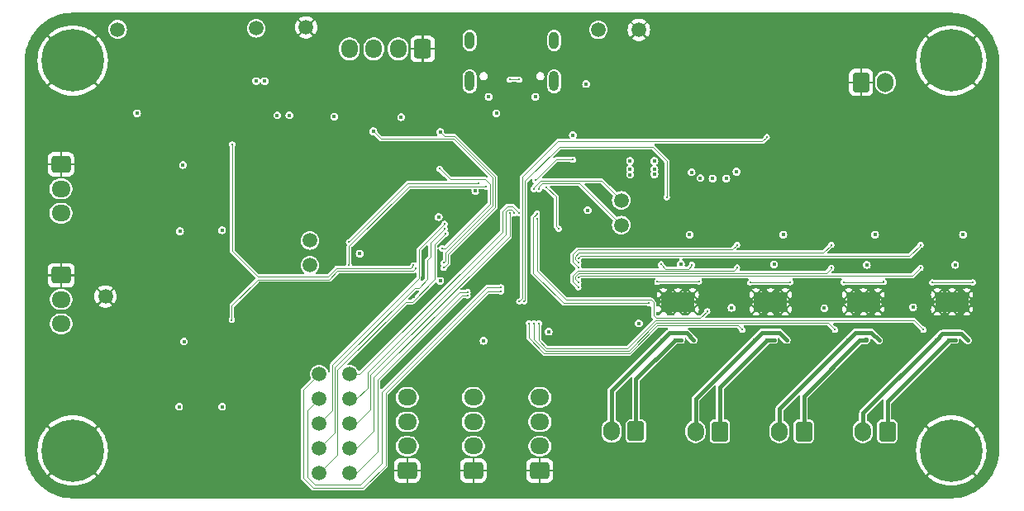
<source format=gbr>
%TF.GenerationSoftware,KiCad,Pcbnew,8.0.4*%
%TF.CreationDate,2025-01-25T12:58:36+01:00*%
%TF.ProjectId,OpenHand_v3,4f70656e-4861-46e6-945f-76332e6b6963,rev?*%
%TF.SameCoordinates,Original*%
%TF.FileFunction,Copper,L4,Bot*%
%TF.FilePolarity,Positive*%
%FSLAX46Y46*%
G04 Gerber Fmt 4.6, Leading zero omitted, Abs format (unit mm)*
G04 Created by KiCad (PCBNEW 8.0.4) date 2025-01-25 12:58:36*
%MOMM*%
%LPD*%
G01*
G04 APERTURE LIST*
G04 Aperture macros list*
%AMRoundRect*
0 Rectangle with rounded corners*
0 $1 Rounding radius*
0 $2 $3 $4 $5 $6 $7 $8 $9 X,Y pos of 4 corners*
0 Add a 4 corners polygon primitive as box body*
4,1,4,$2,$3,$4,$5,$6,$7,$8,$9,$2,$3,0*
0 Add four circle primitives for the rounded corners*
1,1,$1+$1,$2,$3*
1,1,$1+$1,$4,$5*
1,1,$1+$1,$6,$7*
1,1,$1+$1,$8,$9*
0 Add four rect primitives between the rounded corners*
20,1,$1+$1,$2,$3,$4,$5,0*
20,1,$1+$1,$4,$5,$6,$7,0*
20,1,$1+$1,$6,$7,$8,$9,0*
20,1,$1+$1,$8,$9,$2,$3,0*%
G04 Aperture macros list end*
%TA.AperFunction,ComponentPad*%
%ADD10C,0.800000*%
%TD*%
%TA.AperFunction,ComponentPad*%
%ADD11C,6.400000*%
%TD*%
%TA.AperFunction,ComponentPad*%
%ADD12RoundRect,0.250000X0.600000X0.750000X-0.600000X0.750000X-0.600000X-0.750000X0.600000X-0.750000X0*%
%TD*%
%TA.AperFunction,ComponentPad*%
%ADD13O,1.700000X2.000000*%
%TD*%
%TA.AperFunction,ComponentPad*%
%ADD14C,1.500000*%
%TD*%
%TA.AperFunction,ComponentPad*%
%ADD15O,1.950000X1.700000*%
%TD*%
%TA.AperFunction,ComponentPad*%
%ADD16RoundRect,0.250000X0.725000X-0.600000X0.725000X0.600000X-0.725000X0.600000X-0.725000X-0.600000X0*%
%TD*%
%TA.AperFunction,HeatsinkPad*%
%ADD17C,0.500000*%
%TD*%
%TA.AperFunction,HeatsinkPad*%
%ADD18R,3.500000X2.000000*%
%TD*%
%TA.AperFunction,ComponentPad*%
%ADD19RoundRect,0.250000X-0.600000X-0.750000X0.600000X-0.750000X0.600000X0.750000X-0.600000X0.750000X0*%
%TD*%
%TA.AperFunction,ComponentPad*%
%ADD20RoundRect,0.250000X0.600000X0.725000X-0.600000X0.725000X-0.600000X-0.725000X0.600000X-0.725000X0*%
%TD*%
%TA.AperFunction,ComponentPad*%
%ADD21O,1.700000X1.950000*%
%TD*%
%TA.AperFunction,ComponentPad*%
%ADD22RoundRect,0.250000X-0.725000X0.600000X-0.725000X-0.600000X0.725000X-0.600000X0.725000X0.600000X0*%
%TD*%
%TA.AperFunction,ComponentPad*%
%ADD23O,1.000000X2.100000*%
%TD*%
%TA.AperFunction,ComponentPad*%
%ADD24O,1.000000X1.800000*%
%TD*%
%TA.AperFunction,ViaPad*%
%ADD25C,0.400000*%
%TD*%
%TA.AperFunction,ViaPad*%
%ADD26C,0.250000*%
%TD*%
%TA.AperFunction,Conductor*%
%ADD27C,0.100000*%
%TD*%
%TA.AperFunction,Conductor*%
%ADD28C,0.400000*%
%TD*%
%TA.AperFunction,Conductor*%
%ADD29C,0.200000*%
%TD*%
G04 APERTURE END LIST*
D10*
%TO.P,H4,1,1*%
%TO.N,GND*%
X192600000Y-145000000D03*
X193302944Y-143302944D03*
X193302944Y-146697056D03*
X195000000Y-142600000D03*
D11*
X195000000Y-145000000D03*
D10*
X195000000Y-147400000D03*
X196697056Y-143302944D03*
X196697056Y-146697056D03*
X197400000Y-145000000D03*
%TD*%
D12*
%TO.P,J1,1,Pin_1*%
%TO.N,MOTOR_01_N*%
X171300000Y-143035000D03*
D13*
%TO.P,J1,2,Pin_2*%
%TO.N,MOTOR_01_P*%
X168800000Y-143035000D03*
%TD*%
D14*
%TO.P,TP18,1,1*%
%TO.N,-5V*%
X109600000Y-101800000D03*
%TD*%
%TO.P,TP17,1,1*%
%TO.N,+5V*%
X158850000Y-101850000D03*
%TD*%
D15*
%TO.P,J15,4,Pin_4*%
%TO.N,+5V*%
X146050000Y-139550000D03*
%TO.P,J15,3,Pin_3*%
%TO.N,MOTOR_02_ENCODER_A*%
X146050000Y-142050000D03*
%TO.P,J15,2,Pin_2*%
%TO.N,MOTOR_02_ENCODER_B*%
X146050000Y-144550000D03*
D16*
%TO.P,J15,1,Pin_1*%
%TO.N,GND*%
X146050000Y-147050000D03*
%TD*%
D14*
%TO.P,TP37,1,1*%
%TO.N,/PA2*%
X133350000Y-144780000D03*
%TD*%
D17*
%TO.P,U10,17,GND*%
%TO.N,GND*%
X165500000Y-130500000D03*
X167000000Y-130500000D03*
X168500000Y-130500000D03*
D18*
X167000000Y-129750000D03*
D17*
X165500000Y-129000000D03*
X167000000Y-129000000D03*
X168500000Y-129000000D03*
%TD*%
D14*
%TO.P,TP6,1,1*%
%TO.N,GND*%
X108350000Y-129200000D03*
%TD*%
%TO.P,TP14,1,1*%
%TO.N,/PC14*%
X130250000Y-144780000D03*
%TD*%
D10*
%TO.P,H1,1,1*%
%TO.N,GND*%
X102600000Y-105000000D03*
X103302944Y-103302944D03*
X103302944Y-106697056D03*
X105000000Y-102600000D03*
D11*
X105000000Y-105000000D03*
D10*
X105000000Y-107400000D03*
X106697056Y-103302944D03*
X106697056Y-106697056D03*
X107400000Y-105000000D03*
%TD*%
D14*
%TO.P,TP41,1,1*%
%TO.N,/PB5*%
X133350000Y-142240000D03*
%TD*%
%TO.P,TP1,1,1*%
%TO.N,/PC5*%
X130250000Y-139700000D03*
%TD*%
%TO.P,TP13,1,1*%
%TO.N,UC_SDA*%
X129300000Y-123460000D03*
%TD*%
D13*
%TO.P,J3,2,Pin_2*%
%TO.N,BAT_P*%
X188250000Y-107232499D03*
D19*
%TO.P,J3,1,Pin_1*%
%TO.N,GND*%
X185750000Y-107232499D03*
%TD*%
D14*
%TO.P,TP39,1,1*%
%TO.N,/PB3*%
X133350000Y-137160000D03*
%TD*%
%TO.P,TP40,1,1*%
%TO.N,/PB4*%
X133350000Y-139700000D03*
%TD*%
%TO.P,TP2,1,1*%
%TO.N,UC_TX*%
X161200000Y-121870000D03*
%TD*%
%TO.P,TP4,1,1*%
%TO.N,/PC13*%
X130250000Y-142240000D03*
%TD*%
%TO.P,TP38,1,1*%
%TO.N,/PA3*%
X133350000Y-147320000D03*
%TD*%
D13*
%TO.P,J7,2,Pin_2*%
%TO.N,HAPTIC_P*%
X160200000Y-143000000D03*
D12*
%TO.P,J7,1,Pin_1*%
%TO.N,HAPTIC_N*%
X162700000Y-143000000D03*
%TD*%
D16*
%TO.P,J16,1,Pin_1*%
%TO.N,GND*%
X152850000Y-147050000D03*
D15*
%TO.P,J16,2,Pin_2*%
%TO.N,MOTOR_03_ENCODER_B*%
X152850000Y-144550000D03*
%TO.P,J16,3,Pin_3*%
%TO.N,MOTOR_03_ENCODER_A*%
X152850000Y-142050000D03*
%TO.P,J16,4,Pin_4*%
%TO.N,+5V*%
X152850000Y-139550000D03*
%TD*%
D20*
%TO.P,J12,1,Pin_1*%
%TO.N,GND*%
X140850000Y-103800000D03*
D21*
%TO.P,J12,2,Pin_2*%
%TO.N,SWCLK*%
X138350000Y-103800000D03*
%TO.P,J12,3,Pin_3*%
%TO.N,SWDIO*%
X135850000Y-103800000D03*
%TO.P,J12,4,Pin_4*%
%TO.N,+3V3*%
X133350000Y-103800000D03*
%TD*%
D14*
%TO.P,TP5,1,1*%
%TO.N,/PC4*%
X130250000Y-137160000D03*
%TD*%
%TO.P,TP3,1,1*%
%TO.N,UC_RX*%
X161200000Y-119330000D03*
%TD*%
D22*
%TO.P,J11,1,Pin_1*%
%TO.N,GND*%
X103820000Y-127010000D03*
D15*
%TO.P,J11,2,Pin_2*%
%TO.N,EMG_02_P*%
X103820000Y-129510000D03*
%TO.P,J11,3,Pin_3*%
%TO.N,EMG_02_N*%
X103820000Y-132010000D03*
%TD*%
D17*
%TO.P,U8,17,GND*%
%TO.N,GND*%
X184500000Y-130500000D03*
X186000000Y-130500000D03*
X187500000Y-130500000D03*
D18*
X186000000Y-129750000D03*
D17*
X184500000Y-129000000D03*
X186000000Y-129000000D03*
X187500000Y-129000000D03*
%TD*%
%TO.P,U9,17,GND*%
%TO.N,GND*%
X193580000Y-130500000D03*
X195080000Y-130500000D03*
X196580000Y-130500000D03*
D18*
X195080000Y-129750000D03*
D17*
X193580000Y-129000000D03*
X195080000Y-129000000D03*
X196580000Y-129000000D03*
%TD*%
D14*
%TO.P,TP36,1,1*%
%TO.N,/PC15*%
X130250000Y-147320000D03*
%TD*%
D10*
%TO.P,H3,1,1*%
%TO.N,GND*%
X102600000Y-145000000D03*
X103302944Y-143302944D03*
X103302944Y-146697056D03*
X105000000Y-142600000D03*
D11*
X105000000Y-145000000D03*
D10*
X105000000Y-147400000D03*
X106697056Y-143302944D03*
X106697056Y-146697056D03*
X107400000Y-145000000D03*
%TD*%
D14*
%TO.P,TP12,1,1*%
%TO.N,UC_SCL*%
X129300000Y-126000000D03*
%TD*%
D23*
%TO.P,J5,S1,SHIELD*%
%TO.N,unconnected-(J5-SHIELD-PadS1)_3*%
X154320000Y-107125000D03*
D24*
%TO.N,unconnected-(J5-SHIELD-PadS1)_1*%
X154320000Y-102925000D03*
D23*
%TO.N,unconnected-(J5-SHIELD-PadS1)_2*%
X145680000Y-107125000D03*
D24*
%TO.N,unconnected-(J5-SHIELD-PadS1)*%
X145680000Y-102925000D03*
%TD*%
D17*
%TO.P,U7,17,GND*%
%TO.N,GND*%
X175000000Y-130500000D03*
X176500000Y-130500000D03*
X178000000Y-130500000D03*
D18*
X176500000Y-129750000D03*
D17*
X175000000Y-129000000D03*
X176500000Y-129000000D03*
X178000000Y-129000000D03*
%TD*%
D12*
%TO.P,J2,1,Pin_1*%
%TO.N,MOTOR_02_N*%
X179900000Y-143035000D03*
D13*
%TO.P,J2,2,Pin_2*%
%TO.N,MOTOR_02_P*%
X177400000Y-143035000D03*
%TD*%
D16*
%TO.P,J14,1,Pin_1*%
%TO.N,GND*%
X139275000Y-147050000D03*
D15*
%TO.P,J14,2,Pin_2*%
%TO.N,MOTOR_01_ENCODER_B*%
X139275000Y-144550000D03*
%TO.P,J14,3,Pin_3*%
%TO.N,MOTOR_01_ENCODER_A*%
X139275000Y-142050000D03*
%TO.P,J14,4,Pin_4*%
%TO.N,+5V*%
X139275000Y-139550000D03*
%TD*%
D22*
%TO.P,J8,1,Pin_1*%
%TO.N,GND*%
X103803000Y-115655000D03*
D15*
%TO.P,J8,2,Pin_2*%
%TO.N,EMG_01_P*%
X103803000Y-118155000D03*
%TO.P,J8,3,Pin_3*%
%TO.N,EMG_01_N*%
X103803000Y-120655000D03*
%TD*%
D12*
%TO.P,J6,1,Pin_1*%
%TO.N,MOTOR_03_N*%
X188450000Y-143035000D03*
D13*
%TO.P,J6,2,Pin_2*%
%TO.N,MOTOR_03_P*%
X185950000Y-143035000D03*
%TD*%
D14*
%TO.P,TP8,1,1*%
%TO.N,GND*%
X163000000Y-101850000D03*
%TD*%
D10*
%TO.P,H2,1,1*%
%TO.N,GND*%
X192600000Y-105000000D03*
X193302944Y-103302944D03*
X193302944Y-106697056D03*
X195000000Y-102600000D03*
D11*
X195000000Y-105000000D03*
D10*
X195000000Y-107400000D03*
X196697056Y-103302944D03*
X196697056Y-106697056D03*
X197400000Y-105000000D03*
%TD*%
D14*
%TO.P,TP19,1,1*%
%TO.N,+3V3*%
X123800000Y-101700000D03*
%TD*%
%TO.P,TP7,1,1*%
%TO.N,GND*%
X128900000Y-101600000D03*
%TD*%
D25*
%TO.N,MOTOR_01_N*%
X176150000Y-133650000D03*
X176850000Y-133650000D03*
D26*
%TO.N,UC_RST*%
X142600000Y-116100000D03*
X142850000Y-124250000D03*
D25*
%TO.N,+5V*%
X173000000Y-116400000D03*
X124650000Y-107100000D03*
X162100000Y-115300000D03*
X164600000Y-116150000D03*
X172500000Y-130350000D03*
X116400000Y-133800000D03*
X169300000Y-117050000D03*
X167300000Y-125850000D03*
X162100000Y-116150000D03*
X168200000Y-122850000D03*
X171950000Y-117100000D03*
X191100000Y-130300000D03*
X116000000Y-122500000D03*
X186350000Y-125950000D03*
X187200000Y-122850000D03*
X196200000Y-122850000D03*
X164600000Y-115300000D03*
X182000000Y-130400000D03*
X195400000Y-125950000D03*
X157600000Y-107400000D03*
X116300000Y-115700000D03*
X177800000Y-122850000D03*
X123800000Y-107100000D03*
X170550000Y-117100000D03*
X164600000Y-116650000D03*
X168400000Y-116450000D03*
X162100000Y-116700000D03*
X152400000Y-108700000D03*
X147600000Y-108700000D03*
X163000000Y-131950000D03*
X176850000Y-125900000D03*
X115900000Y-140500000D03*
%TO.N,-5V*%
X120300000Y-122400000D03*
X111600000Y-110400000D03*
X120300000Y-140500000D03*
%TO.N,GND*%
X163750000Y-134200000D03*
X176200000Y-125900000D03*
X153324999Y-131975001D03*
X194750000Y-125900000D03*
X144500000Y-110400000D03*
X110100000Y-140300000D03*
X145900000Y-132850000D03*
X166650000Y-125900000D03*
X182400000Y-134400000D03*
X119700000Y-113600000D03*
X168950000Y-106900000D03*
X131400000Y-129200000D03*
X176100000Y-114900000D03*
X110200000Y-127800000D03*
X180500000Y-102900000D03*
X158500000Y-114450000D03*
X137650000Y-129200000D03*
X162500000Y-107200000D03*
X180500000Y-103850000D03*
X168950000Y-106200000D03*
X164800000Y-122000000D03*
X158200000Y-120850000D03*
X174300000Y-122100000D03*
X110100000Y-145800000D03*
X177850000Y-103850000D03*
X146750000Y-118350000D03*
X139850000Y-129200000D03*
X140650000Y-120400000D03*
X182700000Y-113600000D03*
X178900000Y-124000000D03*
D26*
X154750000Y-115500000D03*
D25*
X140800000Y-127300000D03*
X114200000Y-131600000D03*
X119600000Y-131500000D03*
X177850000Y-102900000D03*
X126100000Y-144400000D03*
X124000000Y-140800000D03*
X114650000Y-145250000D03*
X153250000Y-108600000D03*
X153350000Y-133600000D03*
X183800000Y-122000000D03*
X197300000Y-124000000D03*
X173050000Y-134350000D03*
X114800000Y-127250000D03*
X145950000Y-134800000D03*
X143300000Y-126700000D03*
X188300000Y-124000000D03*
X192900000Y-122100000D03*
X114300000Y-113600000D03*
X146800000Y-108700000D03*
X191600000Y-134350000D03*
D26*
X141250000Y-122600000D03*
D25*
X155700000Y-110400000D03*
X117800000Y-108900000D03*
X185650000Y-125900000D03*
X140650000Y-116050000D03*
X125000000Y-147000000D03*
X140800000Y-118450000D03*
X169300000Y-124000000D03*
X164050000Y-107200000D03*
D26*
X141250000Y-124800000D03*
D25*
X169750000Y-106200000D03*
X125000000Y-128900000D03*
X174650000Y-104700000D03*
X163250000Y-107200000D03*
X124100000Y-122700000D03*
X158500000Y-110400000D03*
D26*
X137200000Y-124700000D03*
D25*
X110200000Y-122300000D03*
X146750000Y-131700000D03*
X133500000Y-129200000D03*
X126200000Y-126200000D03*
X156650000Y-121750000D03*
D26*
%TO.N,UC_SCL*%
X147300000Y-117900000D03*
X133300000Y-126000000D03*
%TO.N,UC_SDA*%
X133300000Y-123600000D03*
X146550000Y-117625000D03*
%TO.N,UC_RX*%
X152250000Y-118150000D03*
%TO.N,UC_TX*%
X152750000Y-118150000D03*
D25*
%TO.N,MOTOR_01_P*%
X178150000Y-133650000D03*
X174850000Y-133650000D03*
%TO.N,MOTOR_02_N*%
X185675000Y-133675000D03*
X186325000Y-133625000D03*
%TO.N,MOTOR_02_P*%
X184400000Y-133700000D03*
X187600000Y-133700000D03*
%TO.N,MOTOR_03_N*%
X194750000Y-133650000D03*
X195400000Y-133650000D03*
%TO.N,MOTOR_03_P*%
X196700000Y-133700000D03*
X193450000Y-133650000D03*
%TO.N,+3V3*%
X131800000Y-110750000D03*
X142500000Y-121050000D03*
X138650000Y-110800000D03*
X148400000Y-110400000D03*
X153750000Y-132800000D03*
X125950000Y-110600000D03*
X156250000Y-112650000D03*
X134400000Y-124800000D03*
X157750000Y-120350000D03*
X127200000Y-110600000D03*
X142650000Y-127600000D03*
X147100000Y-133750000D03*
X146250000Y-118350000D03*
D26*
%TO.N,USB_D-*%
X150750000Y-106950000D03*
X149750000Y-106950000D03*
%TO.N,TRIM_POT_01*%
X143000000Y-125750000D03*
D25*
X135800000Y-112250000D03*
%TO.N,TRIM_POT_02*%
X142650000Y-112300000D03*
D26*
X143000000Y-126249999D03*
%TO.N,EMG_02_UC*%
X121300000Y-131600000D03*
X140150000Y-126300000D03*
%TO.N,EMG_01_UC*%
X121350000Y-113600000D03*
X139900000Y-126000000D03*
%TO.N,MOTOR_01_EN*%
X173600000Y-132600000D03*
X151750000Y-131950000D03*
%TO.N,MOTOR_02_EN*%
X152250000Y-131950000D03*
X183100000Y-132600000D03*
%TO.N,MOTOR_03_EN*%
X192150000Y-132600000D03*
X152750000Y-131950000D03*
%TO.N,HAPTIC_EN*%
X152550000Y-120700000D03*
X164050000Y-129900000D03*
%TO.N,MOTOR_01_DIR*%
X174400000Y-127750000D03*
X156800000Y-128250000D03*
X173050000Y-126250000D03*
X178521425Y-127712657D03*
%TO.N,MOTOR_02_DIR*%
X183981096Y-127717667D03*
X156800000Y-127750000D03*
X188050000Y-127700000D03*
X182700000Y-126250000D03*
%TO.N,MOTOR_01_PWM*%
X173050000Y-123900000D03*
X156800000Y-126250000D03*
%TO.N,MOTOR_02_PWM*%
X182700000Y-123900000D03*
X156800000Y-125750000D03*
%TO.N,HAPTIC_FAULT*%
X152550000Y-121200000D03*
X170000000Y-130700000D03*
%TO.N,MOTOR_03_DIR*%
X197200000Y-127750000D03*
X156800000Y-127250000D03*
X193050000Y-127750000D03*
X191850000Y-126250000D03*
%TO.N,MOTOR_03_PWM*%
X191850000Y-123900000D03*
X156800000Y-125250000D03*
D25*
%TO.N,HAPTIC_P*%
X165350000Y-133700000D03*
X168600000Y-133650000D03*
%TO.N,HAPTIC_N*%
X166700000Y-133650000D03*
X167300000Y-133650000D03*
D26*
%TO.N,BTN*%
X156250000Y-115162500D03*
X152400000Y-117283363D03*
%TO.N,SWDIO*%
X154775000Y-122250000D03*
X153475000Y-117969454D03*
%TO.N,BATT_SENSE*%
X150750000Y-129700000D03*
X176100000Y-112850000D03*
%TO.N,VIN_5V_SENSE*%
X165850000Y-119000000D03*
X151250000Y-129700000D03*
%TO.N,HAPTIC_DIR*%
X164900000Y-127700000D03*
X169150000Y-127650000D03*
%TO.N,HAPTIC_PWM*%
X168450000Y-125950000D03*
X165250000Y-125900000D03*
%TO.N,/PC5*%
X148900000Y-128250000D03*
%TO.N,/PC13*%
X143100000Y-121750000D03*
%TO.N,/PC4*%
X148869455Y-128669455D03*
%TO.N,/PC14*%
X143100000Y-122250000D03*
%TO.N,/PC15*%
X143200000Y-122750000D03*
%TO.N,/PA2*%
X145450000Y-128750000D03*
%TO.N,/PA3*%
X145450000Y-129100000D03*
%TO.N,/PB3*%
X150750000Y-120650000D03*
%TO.N,/PB4*%
X150250000Y-120650000D03*
%TO.N,/PB5*%
X149750000Y-120650000D03*
%TD*%
D27*
%TO.N,/PA2*%
X144600000Y-128750000D02*
X145450000Y-128750000D01*
X135850000Y-137500000D02*
X144600000Y-128750000D01*
%TO.N,/PC14*%
X141650000Y-125150000D02*
X141650000Y-123700000D01*
X141350000Y-127400000D02*
X141350000Y-125450000D01*
X141650000Y-123700000D02*
X143100000Y-122250000D01*
X140450000Y-128300000D02*
X141350000Y-127400000D01*
X141350000Y-125450000D02*
X141650000Y-125150000D01*
X140050000Y-128300000D02*
X140450000Y-128300000D01*
X131850000Y-136500000D02*
X140050000Y-128300000D01*
D28*
%TO.N,MOTOR_01_N*%
X171300000Y-143035000D02*
X171300000Y-138500000D01*
X171300000Y-138500000D02*
X176150000Y-133650000D01*
X176150000Y-133650000D02*
X176850000Y-133650000D01*
D27*
%TO.N,UC_RST*%
X147750000Y-119700000D02*
X143200000Y-124250000D01*
X142600000Y-116100000D02*
X143700000Y-117200000D01*
X143700000Y-117200000D02*
X147250000Y-117200000D01*
X143200000Y-124250000D02*
X142900000Y-124250000D01*
X147250000Y-117200000D02*
X147750000Y-117700000D01*
X147750000Y-117700000D02*
X147750000Y-119700000D01*
%TO.N,UC_SCL*%
X133300000Y-124050000D02*
X133300000Y-126000000D01*
X139450000Y-117900000D02*
X133300000Y-124050000D01*
X147300000Y-117900000D02*
X139450000Y-117900000D01*
%TO.N,UC_SDA*%
X139300000Y-117600000D02*
X133300000Y-123600000D01*
X146550000Y-117625000D02*
X146525000Y-117600000D01*
X146525000Y-117600000D02*
X139300000Y-117600000D01*
%TO.N,UC_RX*%
X152250000Y-118000000D02*
X152900000Y-117350000D01*
X152250000Y-118150000D02*
X152250000Y-118000000D01*
X152900000Y-117350000D02*
X159220000Y-117350000D01*
X159220000Y-117350000D02*
X161200000Y-119330000D01*
%TO.N,UC_TX*%
X152750000Y-117950000D02*
X153100000Y-117600000D01*
X152750000Y-118150000D02*
X152750000Y-117950000D01*
X156930000Y-117600000D02*
X161200000Y-121870000D01*
X153100000Y-117600000D02*
X156930000Y-117600000D01*
D28*
%TO.N,MOTOR_01_P*%
X168800000Y-143035000D02*
X168800000Y-139700000D01*
X168800000Y-139700000D02*
X174850000Y-133650000D01*
X177400000Y-132900000D02*
X178150000Y-133650000D01*
X174850000Y-133650000D02*
X174875000Y-133650000D01*
X174875000Y-133650000D02*
X175625000Y-132900000D01*
X175625000Y-132900000D02*
X177400000Y-132900000D01*
%TO.N,MOTOR_02_N*%
X179900000Y-143035000D02*
X179900000Y-139400000D01*
X179900000Y-139400000D02*
X185625000Y-133675000D01*
X186275000Y-133675000D02*
X186325000Y-133625000D01*
X185625000Y-133675000D02*
X185675000Y-133675000D01*
X185675000Y-133675000D02*
X186275000Y-133675000D01*
%TO.N,MOTOR_02_P*%
X177400000Y-143035000D02*
X177400000Y-140700000D01*
X177400000Y-140700000D02*
X184400000Y-133700000D01*
X186800000Y-132900000D02*
X187600000Y-133700000D01*
X184400000Y-133700000D02*
X185200000Y-132900000D01*
X185200000Y-132900000D02*
X186800000Y-132900000D01*
%TO.N,MOTOR_03_N*%
X188450000Y-139950000D02*
X194750000Y-133650000D01*
X188450000Y-143035000D02*
X188450000Y-139950000D01*
X195400000Y-133650000D02*
X194750000Y-133650000D01*
%TO.N,MOTOR_03_P*%
X185950000Y-143035000D02*
X185950000Y-141150000D01*
X193450000Y-133650000D02*
X194100000Y-133000000D01*
X196000000Y-133000000D02*
X196700000Y-133700000D01*
X185950000Y-141150000D02*
X193450000Y-133650000D01*
X194100000Y-133000000D02*
X196000000Y-133000000D01*
D27*
%TO.N,USB_D-*%
X149750000Y-106950000D02*
X150750000Y-106950000D01*
%TO.N,TRIM_POT_01*%
X144000000Y-113000000D02*
X136550000Y-113000000D01*
X143000000Y-125750000D02*
X143200000Y-125550000D01*
X143200000Y-124700000D02*
X148000000Y-119900000D01*
X136550000Y-113000000D02*
X135800000Y-112250000D01*
X143200000Y-125550000D02*
X143200000Y-124700000D01*
X148000000Y-117000000D02*
X144000000Y-113000000D01*
X148000000Y-119900000D02*
X148000000Y-117000000D01*
%TO.N,TRIM_POT_02*%
X143000000Y-126249999D02*
X143450000Y-125799999D01*
X148250000Y-120050000D02*
X148250000Y-116900000D01*
X144100000Y-112750000D02*
X143100000Y-112750000D01*
X143100000Y-112750000D02*
X142650000Y-112300000D01*
X143450000Y-124850000D02*
X148250000Y-120050000D01*
X148250000Y-116900000D02*
X144100000Y-112750000D01*
X143450000Y-125799999D02*
X143450000Y-124850000D01*
%TO.N,EMG_02_UC*%
X132100000Y-126600000D02*
X131250000Y-127450000D01*
X140150000Y-126300000D02*
X139850000Y-126600000D01*
X123950000Y-127450000D02*
X121300000Y-130100000D01*
X121300000Y-130100000D02*
X121300000Y-131600000D01*
X139850000Y-126600000D02*
X132100000Y-126600000D01*
X131250000Y-127450000D02*
X123950000Y-127450000D01*
%TO.N,EMG_01_UC*%
X139900000Y-126000000D02*
X139625000Y-126275000D01*
X131150000Y-127150000D02*
X123950000Y-127150000D01*
X139625000Y-126275000D02*
X132025000Y-126275000D01*
X123950000Y-127150000D02*
X121350000Y-124550000D01*
X121350000Y-124550000D02*
X121350000Y-113600000D01*
X132025000Y-126275000D02*
X131150000Y-127150000D01*
%TO.N,MOTOR_01_EN*%
X151750000Y-133450000D02*
X153300000Y-135000000D01*
X164900000Y-132150000D02*
X173150000Y-132150000D01*
X153300000Y-135000000D02*
X162050000Y-135000000D01*
X173150000Y-132150000D02*
X173600000Y-132600000D01*
X162050000Y-135000000D02*
X164900000Y-132150000D01*
X151750000Y-131950000D02*
X151750000Y-133450000D01*
%TO.N,MOTOR_02_EN*%
X164800000Y-131900000D02*
X182400000Y-131900000D01*
X152250000Y-133582843D02*
X153417157Y-134750000D01*
X152250000Y-131950000D02*
X152250000Y-133582843D01*
X182400000Y-131900000D02*
X183100000Y-132600000D01*
X161950000Y-134750000D02*
X164800000Y-131900000D01*
X153417157Y-134750000D02*
X161950000Y-134750000D01*
%TO.N,MOTOR_03_EN*%
X164700000Y-131650000D02*
X191200000Y-131650000D01*
X191200000Y-131650000D02*
X192150000Y-132600000D01*
X152750000Y-133700000D02*
X153550000Y-134500000D01*
X161850000Y-134500000D02*
X164700000Y-131650000D01*
X152750000Y-131950000D02*
X152750000Y-133700000D01*
X153550000Y-134500000D02*
X161850000Y-134500000D01*
%TO.N,HAPTIC_EN*%
X152550000Y-120700000D02*
X152200000Y-121050000D01*
X152200000Y-126800000D02*
X155300000Y-129900000D01*
X155300000Y-129900000D02*
X164050000Y-129900000D01*
X152200000Y-121050000D02*
X152200000Y-126800000D01*
%TO.N,MOTOR_01_DIR*%
X156200000Y-127650000D02*
X156200000Y-127050000D01*
X156700000Y-126550000D02*
X172750000Y-126550000D01*
X156200000Y-127050000D02*
X156700000Y-126550000D01*
X156800000Y-128250000D02*
X156200000Y-127650000D01*
X174400000Y-127750000D02*
X178484082Y-127750000D01*
D29*
X178484082Y-127750000D02*
X178521425Y-127712657D01*
D27*
X172750000Y-126550000D02*
X173050000Y-126250000D01*
%TO.N,MOTOR_02_DIR*%
X182700000Y-126300000D02*
X182700000Y-126250000D01*
X156450000Y-127155546D02*
X156805546Y-126800000D01*
D29*
X188032333Y-127717667D02*
X188050000Y-127700000D01*
D27*
X156805546Y-126800000D02*
X182200000Y-126800000D01*
X182200000Y-126800000D02*
X182700000Y-126300000D01*
X156800000Y-127750000D02*
X156450000Y-127400000D01*
X156450000Y-127400000D02*
X156450000Y-127155546D01*
X183981096Y-127717667D02*
X188032333Y-127717667D01*
%TO.N,MOTOR_01_PWM*%
X156800000Y-126250000D02*
X156200000Y-125650000D01*
X156200000Y-125650000D02*
X156200000Y-124900000D01*
X156700000Y-124400000D02*
X172550000Y-124400000D01*
X172550000Y-124400000D02*
X173050000Y-123900000D01*
X156200000Y-124900000D02*
X156700000Y-124400000D01*
%TO.N,MOTOR_02_PWM*%
X156850000Y-124700000D02*
X181900000Y-124700000D01*
X156450000Y-125100000D02*
X156850000Y-124700000D01*
X156450000Y-125400000D02*
X156450000Y-125100000D01*
X156800000Y-125750000D02*
X156450000Y-125400000D01*
X181900000Y-124700000D02*
X182700000Y-123900000D01*
%TO.N,HAPTIC_FAULT*%
X164250000Y-129550000D02*
X155550000Y-129550000D01*
X164500000Y-129800000D02*
X164250000Y-129550000D01*
X155550000Y-129550000D02*
X152550000Y-126550000D01*
X170000000Y-130700000D02*
X169300000Y-131400000D01*
X164750000Y-131400000D02*
X164500000Y-131150000D01*
X169300000Y-131400000D02*
X164750000Y-131400000D01*
X152550000Y-126550000D02*
X152550000Y-121200000D01*
X164500000Y-131150000D02*
X164500000Y-129800000D01*
%TO.N,MOTOR_03_DIR*%
X191050000Y-127050000D02*
X191850000Y-126250000D01*
X156800000Y-127250000D02*
X157000000Y-127050000D01*
X157000000Y-127050000D02*
X191050000Y-127050000D01*
X193050000Y-127750000D02*
X197200000Y-127750000D01*
%TO.N,MOTOR_03_PWM*%
X190700000Y-125050000D02*
X191850000Y-123900000D01*
X157000000Y-125050000D02*
X190700000Y-125050000D01*
X156800000Y-125250000D02*
X157000000Y-125050000D01*
D28*
%TO.N,HAPTIC_P*%
X167900000Y-132950000D02*
X168600000Y-133650000D01*
X165350000Y-133700000D02*
X160200000Y-138850000D01*
X160200000Y-138850000D02*
X160200000Y-143050000D01*
X165350000Y-133700000D02*
X166100000Y-132950000D01*
X166100000Y-132950000D02*
X167900000Y-132950000D01*
%TO.N,HAPTIC_N*%
X162700000Y-143050000D02*
X162700000Y-137650000D01*
X162700000Y-137650000D02*
X166700000Y-133650000D01*
X167300000Y-133650000D02*
X166700000Y-133650000D01*
D27*
%TO.N,BTN*%
X154520863Y-115162500D02*
X156250000Y-115162500D01*
X152400000Y-117283363D02*
X154520863Y-115162500D01*
%TO.N,SWDIO*%
X153475000Y-117969454D02*
X153519454Y-117969454D01*
X154500000Y-121975000D02*
X154775000Y-122250000D01*
X153519454Y-117969454D02*
X154500000Y-118950000D01*
X154500000Y-118950000D02*
X154500000Y-121975000D01*
%TO.N,BATT_SENSE*%
X175650000Y-113300000D02*
X176100000Y-112850000D01*
X154700000Y-113300000D02*
X175650000Y-113300000D01*
X150750000Y-129700000D02*
X151100000Y-129350000D01*
X151100000Y-116900000D02*
X154700000Y-113300000D01*
X151100000Y-129350000D02*
X151100000Y-116900000D01*
%TO.N,VIN_5V_SENSE*%
X154850000Y-113850000D02*
X164400000Y-113850000D01*
X165850000Y-115300000D02*
X165850000Y-119000000D01*
X164400000Y-113850000D02*
X165850000Y-115300000D01*
X151250000Y-129700000D02*
X151350000Y-129600000D01*
X151350000Y-129600000D02*
X151350000Y-117350000D01*
X151350000Y-117350000D02*
X154850000Y-113850000D01*
%TO.N,HAPTIC_DIR*%
X164900000Y-127700000D02*
X169100000Y-127700000D01*
X169100000Y-127700000D02*
X169150000Y-127650000D01*
%TO.N,HAPTIC_PWM*%
X168050000Y-126350000D02*
X165700000Y-126350000D01*
X165700000Y-126350000D02*
X165250000Y-125900000D01*
X168450000Y-125950000D02*
X168050000Y-126350000D01*
%TO.N,/PC5*%
X129850000Y-148500000D02*
X129050000Y-147700000D01*
X136700000Y-146300000D02*
X134500000Y-148500000D01*
X147450000Y-128250000D02*
X136700000Y-139000000D01*
X129050000Y-140900000D02*
X130250000Y-139700000D01*
X136700000Y-139000000D02*
X136700000Y-146300000D01*
X148900000Y-128250000D02*
X147450000Y-128250000D01*
X134500000Y-148500000D02*
X129850000Y-148500000D01*
X129050000Y-147700000D02*
X129050000Y-140900000D01*
%TO.N,/PC13*%
X131600000Y-136200000D02*
X140450000Y-127350000D01*
X131600000Y-140890000D02*
X131600000Y-136200000D01*
X130250000Y-142240000D02*
X131600000Y-140890000D01*
X140450000Y-124400000D02*
X143100000Y-121750000D01*
X140450000Y-127350000D02*
X140450000Y-124400000D01*
%TO.N,/PC4*%
X148869455Y-128669455D02*
X147480545Y-128669455D01*
X128650000Y-138760000D02*
X130250000Y-137160000D01*
X134700000Y-148850000D02*
X129650000Y-148850000D01*
X147480545Y-128669455D02*
X137050000Y-139100000D01*
X129650000Y-148850000D02*
X128650000Y-147850000D01*
X137050000Y-139100000D02*
X137050000Y-146500000D01*
X137050000Y-146500000D02*
X134700000Y-148850000D01*
X128650000Y-147850000D02*
X128650000Y-138760000D01*
%TO.N,/PC14*%
X131850000Y-143180000D02*
X130250000Y-144780000D01*
X131850000Y-136500000D02*
X131850000Y-143180000D01*
%TO.N,/PC15*%
X139100000Y-129750000D02*
X132100000Y-136750000D01*
X143200000Y-122750000D02*
X142100000Y-123850000D01*
X132100000Y-145470000D02*
X130250000Y-147320000D01*
X132100000Y-136750000D02*
X132100000Y-145470000D01*
X142100000Y-123850000D02*
X142100000Y-127444975D01*
X139794975Y-129750000D02*
X139100000Y-129750000D01*
X142100000Y-127444975D02*
X139794975Y-129750000D01*
%TO.N,/PA2*%
X135850000Y-142990000D02*
X134060000Y-144780000D01*
X135850000Y-137500000D02*
X135850000Y-142990000D01*
%TO.N,/PA3*%
X136250000Y-137750000D02*
X136250000Y-145130000D01*
X145450000Y-129100000D02*
X144900000Y-129100000D01*
X136250000Y-145130000D02*
X134060000Y-147320000D01*
X144900000Y-129100000D02*
X136250000Y-137750000D01*
%TO.N,/PB3*%
X134390000Y-137160000D02*
X134060000Y-137160000D01*
X150750000Y-120650000D02*
X150050000Y-119950000D01*
X150050000Y-119950000D02*
X149500000Y-119950000D01*
X149000000Y-122550000D02*
X134390000Y-137160000D01*
X149500000Y-119950000D02*
X149000000Y-120450000D01*
X149000000Y-120450000D02*
X149000000Y-122550000D01*
%TO.N,/PB4*%
X149400000Y-122800000D02*
X135200000Y-137000000D01*
X150000000Y-120300000D02*
X149600000Y-120300000D01*
X135200000Y-138560000D02*
X134060000Y-139700000D01*
X150250000Y-120550000D02*
X150000000Y-120300000D01*
X149400000Y-120500000D02*
X149400000Y-122800000D01*
X150250000Y-120650000D02*
X150250000Y-120550000D01*
X149600000Y-120300000D02*
X149400000Y-120500000D01*
X135200000Y-137000000D02*
X135200000Y-138560000D01*
%TO.N,/PB5*%
X135500000Y-137250000D02*
X135500000Y-140800000D01*
X149750000Y-120650000D02*
X149750000Y-123000000D01*
X135500000Y-140800000D02*
X134060000Y-142240000D01*
X149750000Y-123000000D02*
X135500000Y-137250000D01*
%TD*%
%TA.AperFunction,Conductor*%
%TO.N,GND*%
G36*
X140459397Y-128569407D02*
G01*
X140495361Y-128618907D01*
X140495361Y-128680093D01*
X140471210Y-128719504D01*
X139720210Y-129470504D01*
X139665693Y-129498281D01*
X139650206Y-129499500D01*
X139443769Y-129499500D01*
X139385578Y-129480593D01*
X139349614Y-129431093D01*
X139349614Y-129369907D01*
X139373765Y-129330496D01*
X140124765Y-128579496D01*
X140179282Y-128551719D01*
X140194769Y-128550500D01*
X140401206Y-128550500D01*
X140459397Y-128569407D01*
G37*
%TD.AperFunction*%
%TA.AperFunction,Conductor*%
G36*
X141345445Y-123955558D02*
G01*
X141388710Y-123998823D01*
X141399500Y-124043768D01*
X141399500Y-125005231D01*
X141380593Y-125063422D01*
X141370504Y-125075235D01*
X141208103Y-125237636D01*
X141208102Y-125237635D01*
X141137635Y-125308103D01*
X141099500Y-125400171D01*
X141099500Y-127255231D01*
X141080593Y-127313422D01*
X141070503Y-127325235D01*
X140843545Y-127552192D01*
X140789029Y-127579969D01*
X140728597Y-127570398D01*
X140685332Y-127527133D01*
X140675761Y-127466701D01*
X140682076Y-127444306D01*
X140700500Y-127399828D01*
X140700500Y-127300172D01*
X140700500Y-124544768D01*
X140719407Y-124486577D01*
X140729496Y-124474764D01*
X141230496Y-123973764D01*
X141285013Y-123945987D01*
X141345445Y-123955558D01*
G37*
%TD.AperFunction*%
%TA.AperFunction,Conductor*%
G36*
X145818383Y-118169407D02*
G01*
X145854347Y-118218907D01*
X145857972Y-118264985D01*
X145844508Y-118350000D01*
X145859967Y-118447608D01*
X145864354Y-118475303D01*
X145864355Y-118475307D01*
X145866949Y-118480397D01*
X145921950Y-118588342D01*
X146011658Y-118678050D01*
X146124696Y-118735646D01*
X146250000Y-118755492D01*
X146375304Y-118735646D01*
X146488342Y-118678050D01*
X146578050Y-118588342D01*
X146635646Y-118475304D01*
X146655492Y-118350000D01*
X146642027Y-118264985D01*
X146651598Y-118204555D01*
X146694863Y-118161291D01*
X146739808Y-118150500D01*
X147056113Y-118150500D01*
X147114304Y-118169407D01*
X147119738Y-118173653D01*
X147134739Y-118186240D01*
X147242606Y-118225500D01*
X147242607Y-118225500D01*
X147357393Y-118225500D01*
X147357394Y-118225500D01*
X147366639Y-118222134D01*
X147427786Y-118219999D01*
X147478512Y-118254212D01*
X147499440Y-118311707D01*
X147499500Y-118315164D01*
X147499500Y-119555231D01*
X147480593Y-119613422D01*
X147470504Y-119625235D01*
X143142872Y-123952866D01*
X143088355Y-123980643D01*
X143027923Y-123971072D01*
X143022944Y-123967778D01*
X143022764Y-123968092D01*
X143015262Y-123963761D01*
X143015261Y-123963760D01*
X142907394Y-123924500D01*
X142792606Y-123924500D01*
X142684740Y-123963760D01*
X142684739Y-123963760D01*
X142684738Y-123963761D01*
X142684736Y-123963762D01*
X142596807Y-124037543D01*
X142596806Y-124037545D01*
X142540333Y-124135361D01*
X142535237Y-124144187D01*
X142489767Y-124185128D01*
X142428917Y-124191524D01*
X142375929Y-124160931D01*
X142351042Y-124105036D01*
X142350500Y-124094687D01*
X142350500Y-123994768D01*
X142369407Y-123936577D01*
X142379496Y-123924764D01*
X142729760Y-123574500D01*
X143200560Y-123103699D01*
X143253374Y-123076208D01*
X143257384Y-123075500D01*
X143257394Y-123075500D01*
X143365261Y-123036240D01*
X143453194Y-122962455D01*
X143510588Y-122863045D01*
X143530521Y-122750000D01*
X143510588Y-122636955D01*
X143453194Y-122537545D01*
X143420257Y-122509908D01*
X143387836Y-122458022D01*
X143392104Y-122396985D01*
X143398151Y-122384585D01*
X143410588Y-122363045D01*
X143430521Y-122250000D01*
X143410588Y-122136955D01*
X143360095Y-122049499D01*
X143347374Y-121989652D01*
X143360096Y-121950500D01*
X143375107Y-121924500D01*
X143410588Y-121863045D01*
X143430521Y-121750000D01*
X143410588Y-121636955D01*
X143353194Y-121537545D01*
X143353192Y-121537543D01*
X143265264Y-121463762D01*
X143265262Y-121463761D01*
X143265261Y-121463760D01*
X143157394Y-121424500D01*
X143042606Y-121424500D01*
X142934740Y-121463760D01*
X142934739Y-121463760D01*
X142934738Y-121463761D01*
X142934736Y-121463762D01*
X142918415Y-121477457D01*
X142863875Y-121499490D01*
X142861189Y-121516455D01*
X142848820Y-121535144D01*
X142846808Y-121537541D01*
X142789411Y-121636956D01*
X142779980Y-121690439D01*
X142752488Y-121743249D01*
X142132696Y-122363042D01*
X140308103Y-124187635D01*
X140308103Y-124187636D01*
X140308102Y-124187635D01*
X140237635Y-124258103D01*
X140199500Y-124350171D01*
X140199500Y-125621232D01*
X140180593Y-125679423D01*
X140131093Y-125715387D01*
X140069907Y-125715387D01*
X140066640Y-125714262D01*
X140059488Y-125711659D01*
X139957394Y-125674500D01*
X139842606Y-125674500D01*
X139734740Y-125713760D01*
X139734739Y-125713760D01*
X139734738Y-125713761D01*
X139734736Y-125713762D01*
X139646807Y-125787543D01*
X139589411Y-125886956D01*
X139579981Y-125940437D01*
X139552504Y-125993233D01*
X139550250Y-125995488D01*
X139495740Y-126023278D01*
X139480231Y-126024500D01*
X133717912Y-126024500D01*
X133659721Y-126005593D01*
X133623757Y-125956093D01*
X133620416Y-125942691D01*
X133612888Y-125899999D01*
X133610588Y-125886955D01*
X133563762Y-125805850D01*
X133550500Y-125756352D01*
X133550500Y-124800000D01*
X133994508Y-124800000D01*
X134014268Y-124924764D01*
X134014354Y-124925303D01*
X134014355Y-124925307D01*
X134049748Y-124994768D01*
X134071950Y-125038342D01*
X134161658Y-125128050D01*
X134274696Y-125185646D01*
X134400000Y-125205492D01*
X134525304Y-125185646D01*
X134638342Y-125128050D01*
X134728050Y-125038342D01*
X134785646Y-124925304D01*
X134805492Y-124800000D01*
X134785646Y-124674696D01*
X134728050Y-124561658D01*
X134638342Y-124471950D01*
X134594282Y-124449500D01*
X134525307Y-124414355D01*
X134525304Y-124414354D01*
X134400000Y-124394508D01*
X134274696Y-124414354D01*
X134274692Y-124414355D01*
X134161659Y-124471949D01*
X134071949Y-124561659D01*
X134014355Y-124674692D01*
X134014354Y-124674696D01*
X133994508Y-124800000D01*
X133550500Y-124800000D01*
X133550500Y-124194769D01*
X133569407Y-124136578D01*
X133579496Y-124124765D01*
X136654262Y-121049999D01*
X142094508Y-121049999D01*
X142094508Y-121050000D01*
X142114354Y-121175303D01*
X142114355Y-121175307D01*
X142126937Y-121200000D01*
X142171950Y-121288342D01*
X142261658Y-121378050D01*
X142374696Y-121435646D01*
X142500000Y-121455492D01*
X142625304Y-121435646D01*
X142728035Y-121383301D01*
X142758775Y-121378432D01*
X142758722Y-121377664D01*
X142784776Y-121331615D01*
X142828050Y-121288342D01*
X142885646Y-121175304D01*
X142905492Y-121050000D01*
X142885646Y-120924696D01*
X142828050Y-120811658D01*
X142738342Y-120721950D01*
X142695263Y-120700000D01*
X142625307Y-120664355D01*
X142625304Y-120664354D01*
X142500000Y-120644508D01*
X142374696Y-120664354D01*
X142374692Y-120664355D01*
X142261659Y-120721949D01*
X142171949Y-120811659D01*
X142114355Y-120924692D01*
X142114354Y-120924696D01*
X142094508Y-121049999D01*
X136654262Y-121049999D01*
X139524765Y-118179496D01*
X139579282Y-118151719D01*
X139594769Y-118150500D01*
X145760192Y-118150500D01*
X145818383Y-118169407D01*
G37*
%TD.AperFunction*%
%TA.AperFunction,Conductor*%
G36*
X103939339Y-146202081D02*
G01*
X103535707Y-146605714D01*
X103514884Y-146555442D01*
X103444558Y-146485116D01*
X103394283Y-146464291D01*
X103797916Y-146060658D01*
X103939339Y-146202081D01*
G37*
%TD.AperFunction*%
%TA.AperFunction,Conductor*%
G36*
X106605715Y-146464292D02*
G01*
X106555442Y-146485116D01*
X106485116Y-146555442D01*
X106464292Y-146605714D01*
X106060659Y-146202082D01*
X106202082Y-146060659D01*
X106605715Y-146464292D01*
G37*
%TD.AperFunction*%
%TA.AperFunction,Conductor*%
G36*
X103939340Y-143797917D02*
G01*
X103797917Y-143939340D01*
X103394284Y-143535707D01*
X103444558Y-143514884D01*
X103514884Y-143444558D01*
X103535707Y-143394284D01*
X103939340Y-143797917D01*
G37*
%TD.AperFunction*%
%TA.AperFunction,Conductor*%
G36*
X106485116Y-143444558D02*
G01*
X106555442Y-143514884D01*
X106605714Y-143535707D01*
X106202081Y-143939339D01*
X106060658Y-143797916D01*
X106464291Y-143394283D01*
X106485116Y-143444558D01*
G37*
%TD.AperFunction*%
%TA.AperFunction,Conductor*%
G36*
X193939339Y-146202081D02*
G01*
X193535707Y-146605714D01*
X193514884Y-146555442D01*
X193444558Y-146485116D01*
X193394283Y-146464291D01*
X193797916Y-146060658D01*
X193939339Y-146202081D01*
G37*
%TD.AperFunction*%
%TA.AperFunction,Conductor*%
G36*
X196605715Y-146464292D02*
G01*
X196555442Y-146485116D01*
X196485116Y-146555442D01*
X196464292Y-146605714D01*
X196060659Y-146202082D01*
X196202082Y-146060659D01*
X196605715Y-146464292D01*
G37*
%TD.AperFunction*%
%TA.AperFunction,Conductor*%
G36*
X193939340Y-143797917D02*
G01*
X193797917Y-143939340D01*
X193394284Y-143535707D01*
X193444558Y-143514884D01*
X193514884Y-143444558D01*
X193535707Y-143394284D01*
X193939340Y-143797917D01*
G37*
%TD.AperFunction*%
%TA.AperFunction,Conductor*%
G36*
X196485116Y-143444558D02*
G01*
X196555442Y-143514884D01*
X196605714Y-143535707D01*
X196202081Y-143939339D01*
X196060658Y-143797916D01*
X196464291Y-143394283D01*
X196485116Y-143444558D01*
G37*
%TD.AperFunction*%
%TA.AperFunction,Conductor*%
G36*
X167142104Y-125319407D02*
G01*
X167178068Y-125368907D01*
X167178068Y-125430093D01*
X167142104Y-125479593D01*
X167128859Y-125487709D01*
X167061659Y-125521949D01*
X166971949Y-125611659D01*
X166914355Y-125724692D01*
X166914354Y-125724696D01*
X166903711Y-125791897D01*
X166894508Y-125850000D01*
X166911311Y-125956093D01*
X166915573Y-125982999D01*
X166912603Y-125983469D01*
X166912595Y-126031109D01*
X166876623Y-126080603D01*
X166818446Y-126099500D01*
X165844769Y-126099500D01*
X165786578Y-126080593D01*
X165774765Y-126070504D01*
X165597509Y-125893248D01*
X165570017Y-125840434D01*
X165567242Y-125824696D01*
X165560588Y-125786955D01*
X165503194Y-125687545D01*
X165474850Y-125663761D01*
X165415264Y-125613762D01*
X165415262Y-125613761D01*
X165415261Y-125613760D01*
X165307394Y-125574500D01*
X165192606Y-125574500D01*
X165084740Y-125613760D01*
X165084739Y-125613760D01*
X165084738Y-125613761D01*
X165084736Y-125613762D01*
X164996807Y-125687543D01*
X164939411Y-125786956D01*
X164919479Y-125900000D01*
X164939411Y-126013043D01*
X164939411Y-126013044D01*
X164939412Y-126013045D01*
X164989326Y-126099500D01*
X164996807Y-126112456D01*
X165011353Y-126124662D01*
X165043776Y-126176550D01*
X165039508Y-126237587D01*
X165000179Y-126284457D01*
X164947717Y-126299500D01*
X157222320Y-126299500D01*
X157164129Y-126280593D01*
X157128165Y-126231093D01*
X157124824Y-126217691D01*
X157110588Y-126136955D01*
X157060095Y-126049499D01*
X157047374Y-125989652D01*
X157060096Y-125950500D01*
X157064283Y-125943248D01*
X157110588Y-125863045D01*
X157130521Y-125750000D01*
X157110588Y-125636955D01*
X157060095Y-125549499D01*
X157047374Y-125489652D01*
X157060096Y-125450500D01*
X157063556Y-125444508D01*
X157089153Y-125400172D01*
X157114919Y-125355544D01*
X157116718Y-125356583D01*
X157147315Y-125317424D01*
X157202673Y-125300500D01*
X167083913Y-125300500D01*
X167142104Y-125319407D01*
G37*
%TD.AperFunction*%
%TA.AperFunction,Conductor*%
G36*
X103939339Y-106202081D02*
G01*
X103535707Y-106605714D01*
X103514884Y-106555442D01*
X103444558Y-106485116D01*
X103394283Y-106464291D01*
X103797916Y-106060658D01*
X103939339Y-106202081D01*
G37*
%TD.AperFunction*%
%TA.AperFunction,Conductor*%
G36*
X106605715Y-106464292D02*
G01*
X106555442Y-106485116D01*
X106485116Y-106555442D01*
X106464292Y-106605714D01*
X106060659Y-106202082D01*
X106202082Y-106060659D01*
X106605715Y-106464292D01*
G37*
%TD.AperFunction*%
%TA.AperFunction,Conductor*%
G36*
X103939340Y-103797917D02*
G01*
X103797917Y-103939340D01*
X103394284Y-103535707D01*
X103444558Y-103514884D01*
X103514884Y-103444558D01*
X103535707Y-103394284D01*
X103939340Y-103797917D01*
G37*
%TD.AperFunction*%
%TA.AperFunction,Conductor*%
G36*
X106485116Y-103444558D02*
G01*
X106555442Y-103514884D01*
X106605714Y-103535707D01*
X106202081Y-103939339D01*
X106060658Y-103797916D01*
X106464291Y-103394283D01*
X106485116Y-103444558D01*
G37*
%TD.AperFunction*%
%TA.AperFunction,Conductor*%
G36*
X193939339Y-106202081D02*
G01*
X193535707Y-106605714D01*
X193514884Y-106555442D01*
X193444558Y-106485116D01*
X193394283Y-106464291D01*
X193797916Y-106060658D01*
X193939339Y-106202081D01*
G37*
%TD.AperFunction*%
%TA.AperFunction,Conductor*%
G36*
X196605715Y-106464292D02*
G01*
X196555442Y-106485116D01*
X196485116Y-106555442D01*
X196464292Y-106605714D01*
X196060659Y-106202082D01*
X196202082Y-106060659D01*
X196605715Y-106464292D01*
G37*
%TD.AperFunction*%
%TA.AperFunction,Conductor*%
G36*
X193939340Y-103797917D02*
G01*
X193797917Y-103939340D01*
X193394284Y-103535707D01*
X193444558Y-103514884D01*
X193514884Y-103444558D01*
X193535707Y-103394284D01*
X193939340Y-103797917D01*
G37*
%TD.AperFunction*%
%TA.AperFunction,Conductor*%
G36*
X196485116Y-103444558D02*
G01*
X196555442Y-103514884D01*
X196605714Y-103535707D01*
X196202081Y-103939339D01*
X196060658Y-103797916D01*
X196464291Y-103394283D01*
X196485116Y-103444558D01*
G37*
%TD.AperFunction*%
%TA.AperFunction,Conductor*%
G36*
X195002152Y-100100593D02*
G01*
X195422716Y-100118956D01*
X195431296Y-100119706D01*
X195846505Y-100174370D01*
X195855010Y-100175870D01*
X195972778Y-100201978D01*
X196263872Y-100266512D01*
X196272187Y-100268739D01*
X196671605Y-100394676D01*
X196679721Y-100397630D01*
X197066634Y-100557895D01*
X197074446Y-100561537D01*
X197426683Y-100744901D01*
X197445910Y-100754910D01*
X197453390Y-100759228D01*
X197806598Y-100984246D01*
X197813672Y-100989200D01*
X198048482Y-101169376D01*
X198145912Y-101244136D01*
X198152513Y-101249675D01*
X198461302Y-101532627D01*
X198467372Y-101538697D01*
X198750322Y-101847484D01*
X198755863Y-101854087D01*
X199010799Y-102186327D01*
X199015753Y-102193401D01*
X199240771Y-102546609D01*
X199245089Y-102554089D01*
X199438458Y-102925546D01*
X199442108Y-102933373D01*
X199602369Y-103320278D01*
X199605323Y-103328394D01*
X199731255Y-103727796D01*
X199733490Y-103736139D01*
X199824129Y-104144989D01*
X199825629Y-104153494D01*
X199880291Y-104568691D01*
X199881044Y-104577295D01*
X199899406Y-104997847D01*
X199899500Y-105002165D01*
X199899500Y-144997834D01*
X199899406Y-145002152D01*
X199881044Y-145422704D01*
X199880291Y-145431308D01*
X199825629Y-145846505D01*
X199824129Y-145855010D01*
X199733490Y-146263860D01*
X199731255Y-146272203D01*
X199605323Y-146671605D01*
X199602369Y-146679721D01*
X199442108Y-147066626D01*
X199438458Y-147074453D01*
X199245089Y-147445910D01*
X199240771Y-147453390D01*
X199015753Y-147806598D01*
X199010799Y-147813672D01*
X198755863Y-148145912D01*
X198750313Y-148152526D01*
X198467383Y-148461290D01*
X198461290Y-148467383D01*
X198397143Y-148526164D01*
X198152528Y-148750312D01*
X198145912Y-148755863D01*
X197813672Y-149010799D01*
X197806598Y-149015753D01*
X197453390Y-149240771D01*
X197445910Y-149245089D01*
X197074453Y-149438458D01*
X197066626Y-149442108D01*
X196679721Y-149602369D01*
X196671605Y-149605323D01*
X196272203Y-149731255D01*
X196263860Y-149733490D01*
X195855010Y-149824129D01*
X195846505Y-149825629D01*
X195431308Y-149880291D01*
X195422704Y-149881044D01*
X195002153Y-149899406D01*
X194997835Y-149899500D01*
X105002165Y-149899500D01*
X104997847Y-149899406D01*
X104577295Y-149881044D01*
X104568691Y-149880291D01*
X104153494Y-149825629D01*
X104144989Y-149824129D01*
X103736139Y-149733490D01*
X103727796Y-149731255D01*
X103328394Y-149605323D01*
X103320278Y-149602369D01*
X102933373Y-149442108D01*
X102925546Y-149438458D01*
X102554089Y-149245089D01*
X102546609Y-149240771D01*
X102193401Y-149015753D01*
X102186327Y-149010799D01*
X101854087Y-148755863D01*
X101847484Y-148750322D01*
X101538697Y-148467372D01*
X101532627Y-148461302D01*
X101249675Y-148152513D01*
X101244136Y-148145912D01*
X101219753Y-148114136D01*
X100989200Y-147813672D01*
X100984246Y-147806598D01*
X100902951Y-147678991D01*
X100815433Y-147541614D01*
X100759228Y-147453390D01*
X100754910Y-147445910D01*
X100644254Y-147233343D01*
X100561537Y-147074446D01*
X100557891Y-147066626D01*
X100470505Y-146855658D01*
X100397630Y-146679721D01*
X100394676Y-146671605D01*
X100348724Y-146525864D01*
X100268739Y-146272187D01*
X100266512Y-146263872D01*
X100175870Y-145855010D01*
X100174370Y-145846505D01*
X100168248Y-145800001D01*
X100119706Y-145431296D01*
X100118956Y-145422716D01*
X100100594Y-145002152D01*
X100100547Y-144999993D01*
X101395060Y-144999993D01*
X101395060Y-145000006D01*
X101414806Y-145376807D01*
X101414808Y-145376827D01*
X101473835Y-145749503D01*
X101571497Y-146113985D01*
X101571502Y-146114002D01*
X101706723Y-146466261D01*
X101878027Y-146802465D01*
X101878033Y-146802476D01*
X102083544Y-147118933D01*
X102321003Y-147412171D01*
X102383704Y-147474872D01*
X103070179Y-146788395D01*
X103091004Y-146838670D01*
X103161330Y-146908996D01*
X103211602Y-146929819D01*
X102525127Y-147616295D01*
X102587828Y-147678996D01*
X102881066Y-147916455D01*
X103197523Y-148121966D01*
X103197534Y-148121972D01*
X103533738Y-148293276D01*
X103885997Y-148428497D01*
X103886014Y-148428502D01*
X104250496Y-148526164D01*
X104623172Y-148585191D01*
X104623192Y-148585193D01*
X104999994Y-148604940D01*
X105000006Y-148604940D01*
X105376807Y-148585193D01*
X105376827Y-148585191D01*
X105749503Y-148526164D01*
X106113985Y-148428502D01*
X106114002Y-148428497D01*
X106466261Y-148293276D01*
X106802465Y-148121972D01*
X106802476Y-148121966D01*
X107118927Y-147916459D01*
X107412177Y-147678991D01*
X107474873Y-147616295D01*
X106788397Y-146929819D01*
X106838670Y-146908996D01*
X106908996Y-146838670D01*
X106929819Y-146788396D01*
X107616295Y-147474872D01*
X107678991Y-147412177D01*
X107916459Y-147118927D01*
X108121966Y-146802476D01*
X108121972Y-146802465D01*
X108293276Y-146466261D01*
X108428497Y-146114002D01*
X108428502Y-146113985D01*
X108526164Y-145749503D01*
X108585191Y-145376827D01*
X108585193Y-145376807D01*
X108604940Y-145000006D01*
X108604940Y-144999993D01*
X108585193Y-144623192D01*
X108585191Y-144623172D01*
X108526164Y-144250496D01*
X108428502Y-143886014D01*
X108428497Y-143885997D01*
X108293276Y-143533738D01*
X108121972Y-143197534D01*
X108121966Y-143197523D01*
X107916455Y-142881066D01*
X107678996Y-142587828D01*
X107616295Y-142525127D01*
X106929819Y-143211602D01*
X106908996Y-143161330D01*
X106838670Y-143091004D01*
X106788395Y-143070179D01*
X107474872Y-142383704D01*
X107412171Y-142321003D01*
X107118933Y-142083544D01*
X106802476Y-141878033D01*
X106802465Y-141878027D01*
X106466261Y-141706723D01*
X106114002Y-141571502D01*
X106113985Y-141571497D01*
X105749503Y-141473835D01*
X105376827Y-141414808D01*
X105376807Y-141414806D01*
X105000006Y-141395060D01*
X104999994Y-141395060D01*
X104623192Y-141414806D01*
X104623172Y-141414808D01*
X104250496Y-141473835D01*
X103886014Y-141571497D01*
X103885997Y-141571502D01*
X103533738Y-141706723D01*
X103197534Y-141878027D01*
X103197523Y-141878033D01*
X102881066Y-142083544D01*
X102587825Y-142321005D01*
X102587821Y-142321009D01*
X102525126Y-142383703D01*
X103211603Y-143070180D01*
X103161330Y-143091004D01*
X103091004Y-143161330D01*
X103070180Y-143211603D01*
X102383703Y-142525126D01*
X102321009Y-142587821D01*
X102321005Y-142587825D01*
X102083544Y-142881066D01*
X101878033Y-143197523D01*
X101878027Y-143197534D01*
X101706723Y-143533738D01*
X101571502Y-143885997D01*
X101571497Y-143886014D01*
X101473835Y-144250496D01*
X101414808Y-144623172D01*
X101414806Y-144623192D01*
X101395060Y-144999993D01*
X100100547Y-144999993D01*
X100100500Y-144997834D01*
X100100500Y-140500000D01*
X115494508Y-140500000D01*
X115510425Y-140600500D01*
X115514354Y-140625303D01*
X115514355Y-140625307D01*
X115529535Y-140655099D01*
X115571950Y-140738342D01*
X115661658Y-140828050D01*
X115774696Y-140885646D01*
X115900000Y-140905492D01*
X116025304Y-140885646D01*
X116138342Y-140828050D01*
X116228050Y-140738342D01*
X116285646Y-140625304D01*
X116305492Y-140500000D01*
X119894508Y-140500000D01*
X119910425Y-140600500D01*
X119914354Y-140625303D01*
X119914355Y-140625307D01*
X119929535Y-140655099D01*
X119971950Y-140738342D01*
X120061658Y-140828050D01*
X120174696Y-140885646D01*
X120300000Y-140905492D01*
X120425304Y-140885646D01*
X120538342Y-140828050D01*
X120628050Y-140738342D01*
X120685646Y-140625304D01*
X120705492Y-140500000D01*
X120685646Y-140374696D01*
X120628050Y-140261658D01*
X120538342Y-140171950D01*
X120490339Y-140147491D01*
X120425307Y-140114355D01*
X120425304Y-140114354D01*
X120300000Y-140094508D01*
X120174696Y-140114354D01*
X120174692Y-140114355D01*
X120061659Y-140171949D01*
X119971949Y-140261659D01*
X119914355Y-140374692D01*
X119914354Y-140374696D01*
X119897527Y-140480941D01*
X119894508Y-140500000D01*
X116305492Y-140500000D01*
X116285646Y-140374696D01*
X116228050Y-140261658D01*
X116138342Y-140171950D01*
X116090339Y-140147491D01*
X116025307Y-140114355D01*
X116025304Y-140114354D01*
X115900000Y-140094508D01*
X115774696Y-140114354D01*
X115774692Y-140114355D01*
X115661659Y-140171949D01*
X115571949Y-140261659D01*
X115514355Y-140374692D01*
X115514354Y-140374696D01*
X115497527Y-140480941D01*
X115494508Y-140500000D01*
X100100500Y-140500000D01*
X100100500Y-133800000D01*
X115994508Y-133800000D01*
X116011452Y-133906984D01*
X116014354Y-133925303D01*
X116014355Y-133925307D01*
X116066705Y-134028049D01*
X116071950Y-134038342D01*
X116161658Y-134128050D01*
X116274696Y-134185646D01*
X116400000Y-134205492D01*
X116525304Y-134185646D01*
X116638342Y-134128050D01*
X116728050Y-134038342D01*
X116785646Y-133925304D01*
X116805492Y-133800000D01*
X116804591Y-133794314D01*
X116800632Y-133769314D01*
X116785646Y-133674696D01*
X116728050Y-133561658D01*
X116638342Y-133471950D01*
X116608077Y-133456529D01*
X116525307Y-133414355D01*
X116525304Y-133414354D01*
X116400000Y-133394508D01*
X116274696Y-133414354D01*
X116274692Y-133414355D01*
X116161659Y-133471949D01*
X116071949Y-133561659D01*
X116014355Y-133674692D01*
X116014354Y-133674696D01*
X115995409Y-133794314D01*
X115994508Y-133800000D01*
X100100500Y-133800000D01*
X100100500Y-131906532D01*
X102644500Y-131906532D01*
X102644500Y-132113467D01*
X102684869Y-132316418D01*
X102764058Y-132507597D01*
X102879020Y-132679651D01*
X102879023Y-132679655D01*
X103025345Y-132825977D01*
X103197402Y-132940941D01*
X103388580Y-133020130D01*
X103591535Y-133060500D01*
X103591536Y-133060500D01*
X104048464Y-133060500D01*
X104048465Y-133060500D01*
X104251420Y-133020130D01*
X104442598Y-132940941D01*
X104614655Y-132825977D01*
X104760977Y-132679655D01*
X104875941Y-132507598D01*
X104955130Y-132316420D01*
X104995500Y-132113465D01*
X104995500Y-131906535D01*
X104955130Y-131703580D01*
X104912225Y-131600000D01*
X120969479Y-131600000D01*
X120989411Y-131713043D01*
X120989411Y-131713044D01*
X120989412Y-131713045D01*
X121046806Y-131812455D01*
X121134739Y-131886240D01*
X121242606Y-131925500D01*
X121242607Y-131925500D01*
X121357393Y-131925500D01*
X121357394Y-131925500D01*
X121465261Y-131886240D01*
X121553194Y-131812455D01*
X121610588Y-131713045D01*
X121630521Y-131600000D01*
X121610588Y-131486955D01*
X121563762Y-131405850D01*
X121550500Y-131356352D01*
X121550500Y-130244768D01*
X121569407Y-130186577D01*
X121579496Y-130174764D01*
X124024764Y-127729496D01*
X124079281Y-127701719D01*
X124094768Y-127700500D01*
X131299829Y-127700500D01*
X131359855Y-127675636D01*
X131391897Y-127662364D01*
X132174764Y-126879495D01*
X132229281Y-126851719D01*
X132244768Y-126850500D01*
X139899829Y-126850500D01*
X139957885Y-126826451D01*
X139991897Y-126812364D01*
X140030498Y-126773762D01*
X140085013Y-126745987D01*
X140145445Y-126755558D01*
X140188710Y-126798823D01*
X140199500Y-126843768D01*
X140199500Y-127205231D01*
X140180593Y-127263422D01*
X140170504Y-127275235D01*
X131458103Y-135987636D01*
X131458102Y-135987635D01*
X131387635Y-136058103D01*
X131349500Y-136150171D01*
X131349500Y-136842791D01*
X131330593Y-136900982D01*
X131281093Y-136936946D01*
X131219907Y-136936946D01*
X131170407Y-136900982D01*
X131155763Y-136871530D01*
X131132396Y-136794499D01*
X131044136Y-136629375D01*
X130980755Y-136552145D01*
X130925361Y-136484647D01*
X130925352Y-136484638D01*
X130840978Y-136415395D01*
X130780625Y-136365864D01*
X130780622Y-136365862D01*
X130780617Y-136365859D01*
X130615506Y-136277606D01*
X130615504Y-136277605D01*
X130436328Y-136223252D01*
X130436325Y-136223251D01*
X130250004Y-136204901D01*
X130249996Y-136204901D01*
X130063674Y-136223251D01*
X130063671Y-136223252D01*
X129884495Y-136277605D01*
X129884493Y-136277606D01*
X129719382Y-136365859D01*
X129719376Y-136365863D01*
X129574647Y-136484638D01*
X129574638Y-136484647D01*
X129455863Y-136629376D01*
X129455859Y-136629382D01*
X129367606Y-136794493D01*
X129367605Y-136794495D01*
X129313252Y-136973671D01*
X129313251Y-136973674D01*
X129294901Y-137159995D01*
X129294901Y-137160004D01*
X129313251Y-137346325D01*
X129313252Y-137346328D01*
X129313253Y-137346331D01*
X129354032Y-137480762D01*
X129367605Y-137525504D01*
X129367606Y-137525506D01*
X129389641Y-137566730D01*
X129400397Y-137626962D01*
X129373696Y-137682013D01*
X129372335Y-137683401D01*
X128508103Y-138547635D01*
X128437635Y-138618103D01*
X128399500Y-138710171D01*
X128399500Y-147899828D01*
X128437634Y-147991894D01*
X128437635Y-147991895D01*
X128437636Y-147991897D01*
X129437635Y-148991895D01*
X129437636Y-148991897D01*
X129508103Y-149062364D01*
X129546240Y-149078160D01*
X129585621Y-149094473D01*
X129600170Y-149100500D01*
X129600173Y-149100501D01*
X129600176Y-149100501D01*
X129711351Y-149100501D01*
X129711359Y-149100500D01*
X134749829Y-149100500D01*
X134807885Y-149076451D01*
X134841897Y-149062364D01*
X137191895Y-146712364D01*
X137191897Y-146712364D01*
X137262364Y-146641897D01*
X137300500Y-146549828D01*
X137300500Y-146384363D01*
X137900000Y-146384363D01*
X137900000Y-146949999D01*
X137900001Y-146950000D01*
X138810039Y-146950000D01*
X138800000Y-146987465D01*
X138800000Y-147112535D01*
X138810039Y-147150000D01*
X137900001Y-147150000D01*
X137900000Y-147150001D01*
X137900000Y-147715636D01*
X137902899Y-147752489D01*
X137948719Y-147910200D01*
X137948719Y-147910201D01*
X138032314Y-148051552D01*
X138148447Y-148167685D01*
X138289799Y-148251280D01*
X138447510Y-148297100D01*
X138484363Y-148300000D01*
X139174999Y-148300000D01*
X139175000Y-148299999D01*
X139175000Y-147514961D01*
X139212465Y-147525000D01*
X139337535Y-147525000D01*
X139375000Y-147514961D01*
X139375000Y-148299999D01*
X139375001Y-148300000D01*
X140065637Y-148300000D01*
X140102489Y-148297100D01*
X140260200Y-148251280D01*
X140260201Y-148251280D01*
X140401552Y-148167685D01*
X140517685Y-148051552D01*
X140601280Y-147910201D01*
X140601280Y-147910200D01*
X140647100Y-147752489D01*
X140650000Y-147715636D01*
X140650000Y-147150001D01*
X140649999Y-147150000D01*
X139739961Y-147150000D01*
X139750000Y-147112535D01*
X139750000Y-146987465D01*
X139739961Y-146950000D01*
X140649999Y-146950000D01*
X140650000Y-146949999D01*
X140650000Y-146384363D01*
X144675000Y-146384363D01*
X144675000Y-146949999D01*
X144675001Y-146950000D01*
X145585039Y-146950000D01*
X145575000Y-146987465D01*
X145575000Y-147112535D01*
X145585039Y-147150000D01*
X144675001Y-147150000D01*
X144675000Y-147150001D01*
X144675000Y-147715636D01*
X144677899Y-147752489D01*
X144723719Y-147910200D01*
X144723719Y-147910201D01*
X144807314Y-148051552D01*
X144923447Y-148167685D01*
X145064799Y-148251280D01*
X145222510Y-148297100D01*
X145259363Y-148300000D01*
X145949999Y-148300000D01*
X145950000Y-148299999D01*
X145950000Y-147514961D01*
X145987465Y-147525000D01*
X146112535Y-147525000D01*
X146150000Y-147514961D01*
X146150000Y-148299999D01*
X146150001Y-148300000D01*
X146840637Y-148300000D01*
X146877489Y-148297100D01*
X147035200Y-148251280D01*
X147035201Y-148251280D01*
X147176552Y-148167685D01*
X147292685Y-148051552D01*
X147376280Y-147910201D01*
X147376280Y-147910200D01*
X147422100Y-147752489D01*
X147425000Y-147715636D01*
X147425000Y-147150001D01*
X147424999Y-147150000D01*
X146514961Y-147150000D01*
X146525000Y-147112535D01*
X146525000Y-146987465D01*
X146514961Y-146950000D01*
X147424999Y-146950000D01*
X147425000Y-146949999D01*
X147425000Y-146384363D01*
X151475000Y-146384363D01*
X151475000Y-146949999D01*
X151475001Y-146950000D01*
X152385039Y-146950000D01*
X152375000Y-146987465D01*
X152375000Y-147112535D01*
X152385039Y-147150000D01*
X151475001Y-147150000D01*
X151475000Y-147150001D01*
X151475000Y-147715636D01*
X151477899Y-147752489D01*
X151523719Y-147910200D01*
X151523719Y-147910201D01*
X151607314Y-148051552D01*
X151723447Y-148167685D01*
X151864799Y-148251280D01*
X152022510Y-148297100D01*
X152059363Y-148300000D01*
X152749999Y-148300000D01*
X152750000Y-148299999D01*
X152750000Y-147514961D01*
X152787465Y-147525000D01*
X152912535Y-147525000D01*
X152950000Y-147514961D01*
X152950000Y-148299999D01*
X152950001Y-148300000D01*
X153640637Y-148300000D01*
X153677489Y-148297100D01*
X153835200Y-148251280D01*
X153835201Y-148251280D01*
X153976552Y-148167685D01*
X154092685Y-148051552D01*
X154176280Y-147910201D01*
X154176280Y-147910200D01*
X154222100Y-147752489D01*
X154225000Y-147715636D01*
X154225000Y-147150001D01*
X154224999Y-147150000D01*
X153314961Y-147150000D01*
X153325000Y-147112535D01*
X153325000Y-146987465D01*
X153314961Y-146950000D01*
X154224999Y-146950000D01*
X154225000Y-146949999D01*
X154225000Y-146384363D01*
X154222100Y-146347510D01*
X154176280Y-146189799D01*
X154176280Y-146189798D01*
X154092685Y-146048447D01*
X153976552Y-145932314D01*
X153835200Y-145848719D01*
X153677489Y-145802899D01*
X153640637Y-145800000D01*
X152950001Y-145800000D01*
X152950000Y-145800001D01*
X152950000Y-146585038D01*
X152912535Y-146575000D01*
X152787465Y-146575000D01*
X152750000Y-146585038D01*
X152750000Y-145800001D01*
X152749999Y-145800000D01*
X152059363Y-145800000D01*
X152022510Y-145802899D01*
X151864799Y-145848719D01*
X151864798Y-145848719D01*
X151723447Y-145932314D01*
X151607314Y-146048447D01*
X151523719Y-146189798D01*
X151523719Y-146189799D01*
X151477899Y-146347510D01*
X151475000Y-146384363D01*
X147425000Y-146384363D01*
X147422100Y-146347510D01*
X147376280Y-146189799D01*
X147376280Y-146189798D01*
X147292685Y-146048447D01*
X147176552Y-145932314D01*
X147035200Y-145848719D01*
X146877489Y-145802899D01*
X146840637Y-145800000D01*
X146150001Y-145800000D01*
X146150000Y-145800001D01*
X146150000Y-146585038D01*
X146112535Y-146575000D01*
X145987465Y-146575000D01*
X145950000Y-146585038D01*
X145950000Y-145800001D01*
X145949999Y-145800000D01*
X145259363Y-145800000D01*
X145222510Y-145802899D01*
X145064799Y-145848719D01*
X145064798Y-145848719D01*
X144923447Y-145932314D01*
X144807314Y-146048447D01*
X144723719Y-146189798D01*
X144723719Y-146189799D01*
X144677899Y-146347510D01*
X144675000Y-146384363D01*
X140650000Y-146384363D01*
X140647100Y-146347510D01*
X140601280Y-146189799D01*
X140601280Y-146189798D01*
X140517685Y-146048447D01*
X140401552Y-145932314D01*
X140260200Y-145848719D01*
X140102489Y-145802899D01*
X140065637Y-145800000D01*
X139375001Y-145800000D01*
X139375000Y-145800001D01*
X139375000Y-146585038D01*
X139337535Y-146575000D01*
X139212465Y-146575000D01*
X139175000Y-146585038D01*
X139175000Y-145800001D01*
X139174999Y-145800000D01*
X138484363Y-145800000D01*
X138447510Y-145802899D01*
X138289799Y-145848719D01*
X138289798Y-145848719D01*
X138148447Y-145932314D01*
X138032314Y-146048447D01*
X137948719Y-146189798D01*
X137948719Y-146189799D01*
X137902899Y-146347510D01*
X137900000Y-146384363D01*
X137300500Y-146384363D01*
X137300500Y-144446532D01*
X138099500Y-144446532D01*
X138099500Y-144653467D01*
X138139869Y-144856418D01*
X138219058Y-145047597D01*
X138328212Y-145210958D01*
X138334023Y-145219655D01*
X138480345Y-145365977D01*
X138652402Y-145480941D01*
X138843580Y-145560130D01*
X139046535Y-145600500D01*
X139046536Y-145600500D01*
X139503464Y-145600500D01*
X139503465Y-145600500D01*
X139706420Y-145560130D01*
X139897598Y-145480941D01*
X140069655Y-145365977D01*
X140215977Y-145219655D01*
X140330941Y-145047598D01*
X140410130Y-144856420D01*
X140450500Y-144653465D01*
X140450500Y-144446535D01*
X140450499Y-144446532D01*
X144874500Y-144446532D01*
X144874500Y-144653467D01*
X144914869Y-144856418D01*
X144994058Y-145047597D01*
X145103212Y-145210958D01*
X145109023Y-145219655D01*
X145255345Y-145365977D01*
X145427402Y-145480941D01*
X145618580Y-145560130D01*
X145821535Y-145600500D01*
X145821536Y-145600500D01*
X146278464Y-145600500D01*
X146278465Y-145600500D01*
X146481420Y-145560130D01*
X146672598Y-145480941D01*
X146844655Y-145365977D01*
X146990977Y-145219655D01*
X147105941Y-145047598D01*
X147185130Y-144856420D01*
X147225500Y-144653465D01*
X147225500Y-144446535D01*
X147225499Y-144446532D01*
X151674500Y-144446532D01*
X151674500Y-144653467D01*
X151714869Y-144856418D01*
X151794058Y-145047597D01*
X151903212Y-145210958D01*
X151909023Y-145219655D01*
X152055345Y-145365977D01*
X152227402Y-145480941D01*
X152418580Y-145560130D01*
X152621535Y-145600500D01*
X152621536Y-145600500D01*
X153078464Y-145600500D01*
X153078465Y-145600500D01*
X153281420Y-145560130D01*
X153472598Y-145480941D01*
X153644655Y-145365977D01*
X153790977Y-145219655D01*
X153905941Y-145047598D01*
X153925660Y-144999993D01*
X191395060Y-144999993D01*
X191395060Y-145000006D01*
X191414806Y-145376807D01*
X191414808Y-145376827D01*
X191473835Y-145749503D01*
X191571497Y-146113985D01*
X191571502Y-146114002D01*
X191706723Y-146466261D01*
X191878027Y-146802465D01*
X191878033Y-146802476D01*
X192083544Y-147118933D01*
X192321003Y-147412171D01*
X192383704Y-147474872D01*
X193070179Y-146788395D01*
X193091004Y-146838670D01*
X193161330Y-146908996D01*
X193211602Y-146929819D01*
X192525127Y-147616295D01*
X192587828Y-147678996D01*
X192881066Y-147916455D01*
X193197523Y-148121966D01*
X193197534Y-148121972D01*
X193533738Y-148293276D01*
X193885997Y-148428497D01*
X193886014Y-148428502D01*
X194250496Y-148526164D01*
X194623172Y-148585191D01*
X194623192Y-148585193D01*
X194999994Y-148604940D01*
X195000006Y-148604940D01*
X195376807Y-148585193D01*
X195376827Y-148585191D01*
X195749503Y-148526164D01*
X196113985Y-148428502D01*
X196114002Y-148428497D01*
X196466261Y-148293276D01*
X196802465Y-148121972D01*
X196802476Y-148121966D01*
X197118927Y-147916459D01*
X197412177Y-147678991D01*
X197474873Y-147616295D01*
X196788397Y-146929819D01*
X196838670Y-146908996D01*
X196908996Y-146838670D01*
X196929819Y-146788396D01*
X197616295Y-147474872D01*
X197678991Y-147412177D01*
X197916459Y-147118927D01*
X198121966Y-146802476D01*
X198121972Y-146802465D01*
X198293276Y-146466261D01*
X198428497Y-146114002D01*
X198428502Y-146113985D01*
X198526164Y-145749503D01*
X198585191Y-145376827D01*
X198585193Y-145376807D01*
X198604940Y-145000006D01*
X198604940Y-144999993D01*
X198585193Y-144623192D01*
X198585191Y-144623172D01*
X198526164Y-144250496D01*
X198428502Y-143886014D01*
X198428497Y-143885997D01*
X198293276Y-143533738D01*
X198121972Y-143197534D01*
X198121966Y-143197523D01*
X197916455Y-142881066D01*
X197678996Y-142587828D01*
X197616295Y-142525127D01*
X196929819Y-143211602D01*
X196908996Y-143161330D01*
X196838670Y-143091004D01*
X196788395Y-143070179D01*
X197474872Y-142383704D01*
X197412171Y-142321003D01*
X197118933Y-142083544D01*
X196802476Y-141878033D01*
X196802465Y-141878027D01*
X196466261Y-141706723D01*
X196114002Y-141571502D01*
X196113985Y-141571497D01*
X195749503Y-141473835D01*
X195376827Y-141414808D01*
X195376807Y-141414806D01*
X195000006Y-141395060D01*
X194999994Y-141395060D01*
X194623192Y-141414806D01*
X194623172Y-141414808D01*
X194250496Y-141473835D01*
X193886014Y-141571497D01*
X193885997Y-141571502D01*
X193533738Y-141706723D01*
X193197534Y-141878027D01*
X193197523Y-141878033D01*
X192881066Y-142083544D01*
X192587825Y-142321005D01*
X192587821Y-142321009D01*
X192525126Y-142383703D01*
X193211603Y-143070180D01*
X193161330Y-143091004D01*
X193091004Y-143161330D01*
X193070180Y-143211603D01*
X192383703Y-142525126D01*
X192321009Y-142587821D01*
X192321005Y-142587825D01*
X192083544Y-142881066D01*
X191878033Y-143197523D01*
X191878027Y-143197534D01*
X191706723Y-143533738D01*
X191571502Y-143885997D01*
X191571497Y-143886014D01*
X191473835Y-144250496D01*
X191414808Y-144623172D01*
X191414806Y-144623192D01*
X191395060Y-144999993D01*
X153925660Y-144999993D01*
X153985130Y-144856420D01*
X154025500Y-144653465D01*
X154025500Y-144446535D01*
X153985130Y-144243580D01*
X153905941Y-144052402D01*
X153790977Y-143880345D01*
X153644655Y-143734023D01*
X153599369Y-143703764D01*
X153472597Y-143619058D01*
X153281418Y-143539869D01*
X153078467Y-143499500D01*
X153078465Y-143499500D01*
X152621535Y-143499500D01*
X152621532Y-143499500D01*
X152418581Y-143539869D01*
X152227402Y-143619058D01*
X152055348Y-143734020D01*
X151909020Y-143880348D01*
X151794058Y-144052402D01*
X151714869Y-144243581D01*
X151674500Y-144446532D01*
X147225499Y-144446532D01*
X147185130Y-144243580D01*
X147105941Y-144052402D01*
X146990977Y-143880345D01*
X146844655Y-143734023D01*
X146799369Y-143703764D01*
X146672597Y-143619058D01*
X146481418Y-143539869D01*
X146278467Y-143499500D01*
X146278465Y-143499500D01*
X145821535Y-143499500D01*
X145821532Y-143499500D01*
X145618581Y-143539869D01*
X145427402Y-143619058D01*
X145255348Y-143734020D01*
X145109020Y-143880348D01*
X144994058Y-144052402D01*
X144914869Y-144243581D01*
X144874500Y-144446532D01*
X140450499Y-144446532D01*
X140410130Y-144243580D01*
X140330941Y-144052402D01*
X140215977Y-143880345D01*
X140069655Y-143734023D01*
X140024369Y-143703764D01*
X139897597Y-143619058D01*
X139706418Y-143539869D01*
X139503467Y-143499500D01*
X139503465Y-143499500D01*
X139046535Y-143499500D01*
X139046532Y-143499500D01*
X138843581Y-143539869D01*
X138652402Y-143619058D01*
X138480348Y-143734020D01*
X138334020Y-143880348D01*
X138219058Y-144052402D01*
X138139869Y-144243581D01*
X138099500Y-144446532D01*
X137300500Y-144446532D01*
X137300500Y-141946532D01*
X138099500Y-141946532D01*
X138099500Y-142153467D01*
X138139869Y-142356418D01*
X138219058Y-142547597D01*
X138312532Y-142687491D01*
X138334023Y-142719655D01*
X138480345Y-142865977D01*
X138652402Y-142980941D01*
X138843580Y-143060130D01*
X139046535Y-143100500D01*
X139046536Y-143100500D01*
X139503464Y-143100500D01*
X139503465Y-143100500D01*
X139706420Y-143060130D01*
X139897598Y-142980941D01*
X140069655Y-142865977D01*
X140215977Y-142719655D01*
X140330941Y-142547598D01*
X140410130Y-142356420D01*
X140450500Y-142153465D01*
X140450500Y-141946535D01*
X140450499Y-141946532D01*
X144874500Y-141946532D01*
X144874500Y-142153467D01*
X144914869Y-142356418D01*
X144994058Y-142547597D01*
X145087532Y-142687491D01*
X145109023Y-142719655D01*
X145255345Y-142865977D01*
X145427402Y-142980941D01*
X145618580Y-143060130D01*
X145821535Y-143100500D01*
X145821536Y-143100500D01*
X146278464Y-143100500D01*
X146278465Y-143100500D01*
X146481420Y-143060130D01*
X146672598Y-142980941D01*
X146844655Y-142865977D01*
X146990977Y-142719655D01*
X147105941Y-142547598D01*
X147185130Y-142356420D01*
X147225500Y-142153465D01*
X147225500Y-141946535D01*
X147225499Y-141946532D01*
X151674500Y-141946532D01*
X151674500Y-142153467D01*
X151714869Y-142356418D01*
X151794058Y-142547597D01*
X151887532Y-142687491D01*
X151909023Y-142719655D01*
X152055345Y-142865977D01*
X152227402Y-142980941D01*
X152418580Y-143060130D01*
X152621535Y-143100500D01*
X152621536Y-143100500D01*
X153078464Y-143100500D01*
X153078465Y-143100500D01*
X153281420Y-143060130D01*
X153472598Y-142980941D01*
X153644655Y-142865977D01*
X153790977Y-142719655D01*
X153905941Y-142547598D01*
X153985130Y-142356420D01*
X154025500Y-142153465D01*
X154025500Y-141946535D01*
X153985130Y-141743580D01*
X153905941Y-141552402D01*
X153790977Y-141380345D01*
X153644655Y-141234023D01*
X153644651Y-141234020D01*
X153472597Y-141119058D01*
X153281418Y-141039869D01*
X153078467Y-140999500D01*
X153078465Y-140999500D01*
X152621535Y-140999500D01*
X152621532Y-140999500D01*
X152418581Y-141039869D01*
X152227402Y-141119058D01*
X152055348Y-141234020D01*
X151909020Y-141380348D01*
X151794058Y-141552402D01*
X151714869Y-141743581D01*
X151674500Y-141946532D01*
X147225499Y-141946532D01*
X147185130Y-141743580D01*
X147105941Y-141552402D01*
X146990977Y-141380345D01*
X146844655Y-141234023D01*
X146844651Y-141234020D01*
X146672597Y-141119058D01*
X146481418Y-141039869D01*
X146278467Y-140999500D01*
X146278465Y-140999500D01*
X145821535Y-140999500D01*
X145821532Y-140999500D01*
X145618581Y-141039869D01*
X145427402Y-141119058D01*
X145255348Y-141234020D01*
X145109020Y-141380348D01*
X144994058Y-141552402D01*
X144914869Y-141743581D01*
X144874500Y-141946532D01*
X140450499Y-141946532D01*
X140410130Y-141743580D01*
X140330941Y-141552402D01*
X140215977Y-141380345D01*
X140069655Y-141234023D01*
X140069651Y-141234020D01*
X139897597Y-141119058D01*
X139706418Y-141039869D01*
X139503467Y-140999500D01*
X139503465Y-140999500D01*
X139046535Y-140999500D01*
X139046532Y-140999500D01*
X138843581Y-141039869D01*
X138652402Y-141119058D01*
X138480348Y-141234020D01*
X138334020Y-141380348D01*
X138219058Y-141552402D01*
X138139869Y-141743581D01*
X138099500Y-141946532D01*
X137300500Y-141946532D01*
X137300500Y-139446532D01*
X138099500Y-139446532D01*
X138099500Y-139653467D01*
X138139869Y-139856418D01*
X138219058Y-140047597D01*
X138309835Y-140183455D01*
X138334023Y-140219655D01*
X138480345Y-140365977D01*
X138652402Y-140480941D01*
X138843580Y-140560130D01*
X139046535Y-140600500D01*
X139046536Y-140600500D01*
X139503464Y-140600500D01*
X139503465Y-140600500D01*
X139706420Y-140560130D01*
X139897598Y-140480941D01*
X140069655Y-140365977D01*
X140215977Y-140219655D01*
X140330941Y-140047598D01*
X140410130Y-139856420D01*
X140450500Y-139653465D01*
X140450500Y-139446535D01*
X140450499Y-139446532D01*
X144874500Y-139446532D01*
X144874500Y-139653467D01*
X144914869Y-139856418D01*
X144994058Y-140047597D01*
X145084835Y-140183455D01*
X145109023Y-140219655D01*
X145255345Y-140365977D01*
X145427402Y-140480941D01*
X145618580Y-140560130D01*
X145821535Y-140600500D01*
X145821536Y-140600500D01*
X146278464Y-140600500D01*
X146278465Y-140600500D01*
X146481420Y-140560130D01*
X146672598Y-140480941D01*
X146844655Y-140365977D01*
X146990977Y-140219655D01*
X147105941Y-140047598D01*
X147185130Y-139856420D01*
X147225500Y-139653465D01*
X147225500Y-139446535D01*
X147225499Y-139446532D01*
X151674500Y-139446532D01*
X151674500Y-139653467D01*
X151714869Y-139856418D01*
X151794058Y-140047597D01*
X151884835Y-140183455D01*
X151909023Y-140219655D01*
X152055345Y-140365977D01*
X152227402Y-140480941D01*
X152418580Y-140560130D01*
X152621535Y-140600500D01*
X152621536Y-140600500D01*
X153078464Y-140600500D01*
X153078465Y-140600500D01*
X153281420Y-140560130D01*
X153472598Y-140480941D01*
X153644655Y-140365977D01*
X153790977Y-140219655D01*
X153905941Y-140047598D01*
X153985130Y-139856420D01*
X154025500Y-139653465D01*
X154025500Y-139446535D01*
X153985130Y-139243580D01*
X153905941Y-139052402D01*
X153790977Y-138880345D01*
X153644655Y-138734023D01*
X153644651Y-138734020D01*
X153472597Y-138619058D01*
X153281418Y-138539869D01*
X153078467Y-138499500D01*
X153078465Y-138499500D01*
X152621535Y-138499500D01*
X152621532Y-138499500D01*
X152418581Y-138539869D01*
X152227402Y-138619058D01*
X152055348Y-138734020D01*
X151909020Y-138880348D01*
X151794058Y-139052402D01*
X151714869Y-139243581D01*
X151674500Y-139446532D01*
X147225499Y-139446532D01*
X147185130Y-139243580D01*
X147105941Y-139052402D01*
X146990977Y-138880345D01*
X146844655Y-138734023D01*
X146844651Y-138734020D01*
X146672597Y-138619058D01*
X146481418Y-138539869D01*
X146278467Y-138499500D01*
X146278465Y-138499500D01*
X145821535Y-138499500D01*
X145821532Y-138499500D01*
X145618581Y-138539869D01*
X145427402Y-138619058D01*
X145255348Y-138734020D01*
X145109020Y-138880348D01*
X144994058Y-139052402D01*
X144914869Y-139243581D01*
X144874500Y-139446532D01*
X140450499Y-139446532D01*
X140410130Y-139243580D01*
X140330941Y-139052402D01*
X140215977Y-138880345D01*
X140069655Y-138734023D01*
X140069651Y-138734020D01*
X139897597Y-138619058D01*
X139706418Y-138539869D01*
X139503467Y-138499500D01*
X139503465Y-138499500D01*
X139046535Y-138499500D01*
X139046532Y-138499500D01*
X138843581Y-138539869D01*
X138652402Y-138619058D01*
X138480348Y-138734020D01*
X138334020Y-138880348D01*
X138219058Y-139052402D01*
X138139869Y-139243581D01*
X138099500Y-139446532D01*
X137300500Y-139446532D01*
X137300500Y-139244769D01*
X137319407Y-139186578D01*
X137329496Y-139174765D01*
X142754261Y-133750000D01*
X146694508Y-133750000D01*
X146713658Y-133870912D01*
X146714354Y-133875303D01*
X146714355Y-133875307D01*
X146750330Y-133945910D01*
X146771950Y-133988342D01*
X146861658Y-134078050D01*
X146974696Y-134135646D01*
X147100000Y-134155492D01*
X147225304Y-134135646D01*
X147338342Y-134078050D01*
X147428050Y-133988342D01*
X147485646Y-133875304D01*
X147505492Y-133750000D01*
X147485646Y-133624696D01*
X147428050Y-133511658D01*
X147338342Y-133421950D01*
X147303284Y-133404087D01*
X147225307Y-133364355D01*
X147225304Y-133364354D01*
X147100000Y-133344508D01*
X146974696Y-133364354D01*
X146974692Y-133364355D01*
X146861659Y-133421949D01*
X146771949Y-133511659D01*
X146714355Y-133624692D01*
X146714354Y-133624696D01*
X146697140Y-133733385D01*
X146694508Y-133750000D01*
X142754261Y-133750000D01*
X144554261Y-131950000D01*
X151419479Y-131950000D01*
X151439411Y-132063043D01*
X151439411Y-132063044D01*
X151439412Y-132063045D01*
X151446491Y-132075307D01*
X151486237Y-132144148D01*
X151499500Y-132193648D01*
X151499500Y-133499828D01*
X151537634Y-133591894D01*
X151537635Y-133591895D01*
X151537636Y-133591897D01*
X153087636Y-135141897D01*
X153087635Y-135141897D01*
X153158103Y-135212364D01*
X153250171Y-135250500D01*
X153250172Y-135250500D01*
X162099829Y-135250500D01*
X162157885Y-135226451D01*
X162191897Y-135212364D01*
X164974764Y-132429495D01*
X165029281Y-132401719D01*
X165044768Y-132400500D01*
X165881287Y-132400500D01*
X165939478Y-132419407D01*
X165975442Y-132468907D01*
X165975442Y-132530093D01*
X165939478Y-132579593D01*
X165930787Y-132585236D01*
X165854091Y-132629516D01*
X159879516Y-138604091D01*
X159826794Y-138695407D01*
X159823715Y-138706900D01*
X159806174Y-138772364D01*
X159806174Y-138772365D01*
X159806173Y-138772364D01*
X159799500Y-138797271D01*
X159799500Y-141812689D01*
X159780593Y-141870880D01*
X159738387Y-141904152D01*
X159702405Y-141919056D01*
X159530348Y-142034020D01*
X159384020Y-142180348D01*
X159269058Y-142352402D01*
X159189869Y-142543581D01*
X159149500Y-142746532D01*
X159149500Y-143253467D01*
X159189869Y-143456418D01*
X159269058Y-143647597D01*
X159384020Y-143819651D01*
X159384023Y-143819655D01*
X159530345Y-143965977D01*
X159702402Y-144080941D01*
X159893580Y-144160130D01*
X160096535Y-144200500D01*
X160096536Y-144200500D01*
X160303464Y-144200500D01*
X160303465Y-144200500D01*
X160506420Y-144160130D01*
X160697598Y-144080941D01*
X160869655Y-143965977D01*
X161015977Y-143819655D01*
X161130941Y-143647598D01*
X161210130Y-143456420D01*
X161250500Y-143253465D01*
X161250500Y-142746535D01*
X161210130Y-142543580D01*
X161130941Y-142352402D01*
X161015977Y-142180345D01*
X160869655Y-142034023D01*
X160763137Y-141962850D01*
X160697594Y-141919056D01*
X160661613Y-141904152D01*
X160615088Y-141864415D01*
X160600500Y-141812689D01*
X160600500Y-139056901D01*
X160619407Y-138998710D01*
X160629496Y-138986897D01*
X161362306Y-138254087D01*
X162140870Y-137475522D01*
X162195385Y-137447747D01*
X162255817Y-137457318D01*
X162299082Y-137500583D01*
X162308653Y-137561015D01*
X162306499Y-137571149D01*
X162299500Y-137597270D01*
X162299500Y-141700500D01*
X162280593Y-141758691D01*
X162231093Y-141794655D01*
X162200500Y-141799500D01*
X162045725Y-141799500D01*
X162015305Y-141802353D01*
X162015296Y-141802355D01*
X161887116Y-141847207D01*
X161777855Y-141927845D01*
X161777845Y-141927855D01*
X161697207Y-142037116D01*
X161652355Y-142165296D01*
X161652353Y-142165305D01*
X161649500Y-142195725D01*
X161649500Y-143804274D01*
X161652353Y-143834694D01*
X161652355Y-143834703D01*
X161697207Y-143962883D01*
X161777845Y-144072144D01*
X161777847Y-144072146D01*
X161777850Y-144072150D01*
X161777853Y-144072152D01*
X161777855Y-144072154D01*
X161887116Y-144152792D01*
X161887117Y-144152792D01*
X161887118Y-144152793D01*
X162015301Y-144197646D01*
X162045725Y-144200499D01*
X162045727Y-144200500D01*
X162045734Y-144200500D01*
X163354273Y-144200500D01*
X163354273Y-144200499D01*
X163384699Y-144197646D01*
X163512882Y-144152793D01*
X163622150Y-144072150D01*
X163702793Y-143962882D01*
X163747646Y-143834699D01*
X163750499Y-143804273D01*
X163750500Y-143804273D01*
X163750500Y-142781532D01*
X167749500Y-142781532D01*
X167749500Y-143288467D01*
X167789869Y-143491418D01*
X167869058Y-143682597D01*
X167976404Y-143843253D01*
X167984023Y-143854655D01*
X168130345Y-144000977D01*
X168302402Y-144115941D01*
X168493580Y-144195130D01*
X168696535Y-144235500D01*
X168696536Y-144235500D01*
X168903464Y-144235500D01*
X168903465Y-144235500D01*
X169106420Y-144195130D01*
X169297598Y-144115941D01*
X169469655Y-144000977D01*
X169615977Y-143854655D01*
X169730941Y-143682598D01*
X169810130Y-143491420D01*
X169850500Y-143288465D01*
X169850500Y-142781535D01*
X169810130Y-142578580D01*
X169730941Y-142387402D01*
X169615977Y-142215345D01*
X169469655Y-142069023D01*
X169446684Y-142053674D01*
X169297594Y-141954056D01*
X169261613Y-141939152D01*
X169215088Y-141899415D01*
X169200500Y-141847689D01*
X169200500Y-139906900D01*
X169219407Y-139848709D01*
X169229490Y-139836902D01*
X170740869Y-138325523D01*
X170795385Y-138297747D01*
X170855817Y-138307318D01*
X170899082Y-138350583D01*
X170908653Y-138411015D01*
X170906499Y-138421149D01*
X170899500Y-138447270D01*
X170899500Y-141735500D01*
X170880593Y-141793691D01*
X170831093Y-141829655D01*
X170800500Y-141834500D01*
X170645725Y-141834500D01*
X170615305Y-141837353D01*
X170615296Y-141837355D01*
X170487116Y-141882207D01*
X170377855Y-141962845D01*
X170377845Y-141962855D01*
X170297207Y-142072116D01*
X170252355Y-142200296D01*
X170252353Y-142200305D01*
X170249500Y-142230725D01*
X170249500Y-143839274D01*
X170252353Y-143869694D01*
X170252355Y-143869703D01*
X170297207Y-143997883D01*
X170377845Y-144107144D01*
X170377847Y-144107146D01*
X170377850Y-144107150D01*
X170377853Y-144107152D01*
X170377855Y-144107154D01*
X170487116Y-144187792D01*
X170487117Y-144187792D01*
X170487118Y-144187793D01*
X170615301Y-144232646D01*
X170645725Y-144235499D01*
X170645727Y-144235500D01*
X170645734Y-144235500D01*
X171954273Y-144235500D01*
X171954273Y-144235499D01*
X171984699Y-144232646D01*
X172112882Y-144187793D01*
X172222150Y-144107150D01*
X172302793Y-143997882D01*
X172347646Y-143869699D01*
X172350499Y-143839273D01*
X172350500Y-143839273D01*
X172350500Y-142781532D01*
X176349500Y-142781532D01*
X176349500Y-143288467D01*
X176389869Y-143491418D01*
X176469058Y-143682597D01*
X176576404Y-143843253D01*
X176584023Y-143854655D01*
X176730345Y-144000977D01*
X176902402Y-144115941D01*
X177093580Y-144195130D01*
X177296535Y-144235500D01*
X177296536Y-144235500D01*
X177503464Y-144235500D01*
X177503465Y-144235500D01*
X177706420Y-144195130D01*
X177897598Y-144115941D01*
X178069655Y-144000977D01*
X178215977Y-143854655D01*
X178330941Y-143682598D01*
X178410130Y-143491420D01*
X178450500Y-143288465D01*
X178450500Y-142781535D01*
X178410130Y-142578580D01*
X178330941Y-142387402D01*
X178215977Y-142215345D01*
X178069655Y-142069023D01*
X178046684Y-142053674D01*
X177897594Y-141954056D01*
X177861613Y-141939152D01*
X177815088Y-141899415D01*
X177800500Y-141847689D01*
X177800500Y-140906901D01*
X177819407Y-140848710D01*
X177829496Y-140836897D01*
X179330496Y-139335897D01*
X179385013Y-139308120D01*
X179445445Y-139317691D01*
X179488710Y-139360956D01*
X179499500Y-139405901D01*
X179499500Y-141735500D01*
X179480593Y-141793691D01*
X179431093Y-141829655D01*
X179400500Y-141834500D01*
X179245725Y-141834500D01*
X179215305Y-141837353D01*
X179215296Y-141837355D01*
X179087116Y-141882207D01*
X178977855Y-141962845D01*
X178977845Y-141962855D01*
X178897207Y-142072116D01*
X178852355Y-142200296D01*
X178852353Y-142200305D01*
X178849500Y-142230725D01*
X178849500Y-143839274D01*
X178852353Y-143869694D01*
X178852355Y-143869703D01*
X178897207Y-143997883D01*
X178977845Y-144107144D01*
X178977847Y-144107146D01*
X178977850Y-144107150D01*
X178977853Y-144107152D01*
X178977855Y-144107154D01*
X179087116Y-144187792D01*
X179087117Y-144187792D01*
X179087118Y-144187793D01*
X179215301Y-144232646D01*
X179245725Y-144235499D01*
X179245727Y-144235500D01*
X179245734Y-144235500D01*
X180554273Y-144235500D01*
X180554273Y-144235499D01*
X180584699Y-144232646D01*
X180712882Y-144187793D01*
X180822150Y-144107150D01*
X180902793Y-143997882D01*
X180947646Y-143869699D01*
X180950499Y-143839273D01*
X180950500Y-143839273D01*
X180950500Y-142781532D01*
X184899500Y-142781532D01*
X184899500Y-143288467D01*
X184939869Y-143491418D01*
X185019058Y-143682597D01*
X185126404Y-143843253D01*
X185134023Y-143854655D01*
X185280345Y-144000977D01*
X185452402Y-144115941D01*
X185643580Y-144195130D01*
X185846535Y-144235500D01*
X185846536Y-144235500D01*
X186053464Y-144235500D01*
X186053465Y-144235500D01*
X186256420Y-144195130D01*
X186447598Y-144115941D01*
X186619655Y-144000977D01*
X186765977Y-143854655D01*
X186880941Y-143682598D01*
X186960130Y-143491420D01*
X187000500Y-143288465D01*
X187000500Y-142781535D01*
X186960130Y-142578580D01*
X186880941Y-142387402D01*
X186765977Y-142215345D01*
X186619655Y-142069023D01*
X186596684Y-142053674D01*
X186447594Y-141954056D01*
X186411613Y-141939152D01*
X186365088Y-141899415D01*
X186350500Y-141847689D01*
X186350500Y-141356899D01*
X186369407Y-141298708D01*
X186379490Y-141286901D01*
X187890871Y-139775520D01*
X187945385Y-139747745D01*
X188005817Y-139757316D01*
X188049082Y-139800581D01*
X188058653Y-139861013D01*
X188056500Y-139871145D01*
X188049500Y-139897273D01*
X188049500Y-141735500D01*
X188030593Y-141793691D01*
X187981093Y-141829655D01*
X187950500Y-141834500D01*
X187795725Y-141834500D01*
X187765305Y-141837353D01*
X187765296Y-141837355D01*
X187637116Y-141882207D01*
X187527855Y-141962845D01*
X187527845Y-141962855D01*
X187447207Y-142072116D01*
X187402355Y-142200296D01*
X187402353Y-142200305D01*
X187399500Y-142230725D01*
X187399500Y-143839274D01*
X187402353Y-143869694D01*
X187402355Y-143869703D01*
X187447207Y-143997883D01*
X187527845Y-144107144D01*
X187527847Y-144107146D01*
X187527850Y-144107150D01*
X187527853Y-144107152D01*
X187527855Y-144107154D01*
X187637116Y-144187792D01*
X187637117Y-144187792D01*
X187637118Y-144187793D01*
X187765301Y-144232646D01*
X187795725Y-144235499D01*
X187795727Y-144235500D01*
X187795734Y-144235500D01*
X189104273Y-144235500D01*
X189104273Y-144235499D01*
X189134699Y-144232646D01*
X189262882Y-144187793D01*
X189372150Y-144107150D01*
X189452793Y-143997882D01*
X189497646Y-143869699D01*
X189500499Y-143839273D01*
X189500500Y-143839273D01*
X189500500Y-142230727D01*
X189500499Y-142230725D01*
X189497646Y-142200305D01*
X189497646Y-142200301D01*
X189452793Y-142072118D01*
X189439177Y-142053669D01*
X189372154Y-141962855D01*
X189372152Y-141962853D01*
X189372150Y-141962850D01*
X189372146Y-141962847D01*
X189372144Y-141962845D01*
X189262883Y-141882207D01*
X189134703Y-141837355D01*
X189134694Y-141837353D01*
X189104274Y-141834500D01*
X189104266Y-141834500D01*
X188949500Y-141834500D01*
X188891309Y-141815593D01*
X188855345Y-141766093D01*
X188850500Y-141735500D01*
X188850500Y-140156901D01*
X188869407Y-140098710D01*
X188879496Y-140086897D01*
X194886897Y-134079496D01*
X194941414Y-134051719D01*
X194956901Y-134050500D01*
X195360691Y-134050500D01*
X195376177Y-134051718D01*
X195400000Y-134055492D01*
X195423822Y-134051718D01*
X195439309Y-134050500D01*
X195452726Y-134050500D01*
X195452727Y-134050500D01*
X195478384Y-134043624D01*
X195488504Y-134041474D01*
X195525304Y-134035646D01*
X195535038Y-134030685D01*
X195554371Y-134023265D01*
X195554413Y-134023253D01*
X195554587Y-134023207D01*
X195588955Y-134003363D01*
X195593469Y-134000913D01*
X195638342Y-133978050D01*
X195645910Y-133970481D01*
X195645913Y-133970480D01*
X195720480Y-133895913D01*
X195720481Y-133895910D01*
X195728050Y-133888342D01*
X195750919Y-133843455D01*
X195753363Y-133838955D01*
X195773207Y-133804587D01*
X195773265Y-133804371D01*
X195780686Y-133785038D01*
X195783463Y-133779588D01*
X195785646Y-133775304D01*
X195791474Y-133738504D01*
X195793627Y-133728377D01*
X195800500Y-133702727D01*
X195800500Y-133689308D01*
X195801719Y-133673820D01*
X195804461Y-133656512D01*
X195805492Y-133650000D01*
X195801719Y-133626177D01*
X195800500Y-133610690D01*
X195800500Y-133605900D01*
X195819407Y-133547709D01*
X195868907Y-133511745D01*
X195930093Y-133511745D01*
X195969501Y-133535894D01*
X196454087Y-134020480D01*
X196454089Y-134020481D01*
X196454088Y-134020481D01*
X196459565Y-134025957D01*
X196461658Y-134028050D01*
X196486835Y-134040878D01*
X196506529Y-134050913D01*
X196511085Y-134053387D01*
X196545412Y-134073206D01*
X196545628Y-134073264D01*
X196564959Y-134080684D01*
X196574696Y-134085646D01*
X196611493Y-134091473D01*
X196621619Y-134093625D01*
X196647273Y-134100500D01*
X196660691Y-134100500D01*
X196676177Y-134101718D01*
X196700000Y-134105492D01*
X196723822Y-134101718D01*
X196739309Y-134100500D01*
X196752727Y-134100500D01*
X196763080Y-134097725D01*
X196778375Y-134093626D01*
X196788497Y-134091474D01*
X196825304Y-134085646D01*
X196835047Y-134080680D01*
X196854373Y-134073263D01*
X196854587Y-134073206D01*
X196888952Y-134053364D01*
X196893449Y-134050923D01*
X196938342Y-134028050D01*
X197028050Y-133938342D01*
X197050923Y-133893449D01*
X197053364Y-133888952D01*
X197073206Y-133854587D01*
X197073264Y-133854372D01*
X197080680Y-133835047D01*
X197085646Y-133825304D01*
X197091474Y-133788497D01*
X197093628Y-133778368D01*
X197100500Y-133752727D01*
X197100500Y-133739308D01*
X197101719Y-133723820D01*
X197103351Y-133713520D01*
X197105492Y-133700000D01*
X197101719Y-133676177D01*
X197100500Y-133660690D01*
X197100500Y-133647273D01*
X197094847Y-133626177D01*
X197093625Y-133621619D01*
X197091473Y-133611490D01*
X197090588Y-133605900D01*
X197085646Y-133574696D01*
X197080683Y-133564956D01*
X197073264Y-133545628D01*
X197073206Y-133545412D01*
X197053387Y-133511085D01*
X197050913Y-133506529D01*
X197028049Y-133461657D01*
X197020481Y-133454088D01*
X197020481Y-133454089D01*
X197020480Y-133454087D01*
X196245913Y-132679520D01*
X196245910Y-132679518D01*
X196245908Y-132679516D01*
X196154591Y-132626794D01*
X196154593Y-132626794D01*
X196115070Y-132616204D01*
X196052727Y-132599500D01*
X194152727Y-132599500D01*
X194047273Y-132599500D01*
X193984929Y-132616204D01*
X193945407Y-132626794D01*
X193854091Y-132679516D01*
X185629516Y-140904091D01*
X185576793Y-140995411D01*
X185576792Y-140995411D01*
X185576793Y-140995412D01*
X185549500Y-141097273D01*
X185549500Y-141847689D01*
X185530593Y-141905880D01*
X185488387Y-141939152D01*
X185452405Y-141954056D01*
X185280348Y-142069020D01*
X185134020Y-142215348D01*
X185019058Y-142387402D01*
X184939869Y-142578581D01*
X184899500Y-142781532D01*
X180950500Y-142781532D01*
X180950500Y-142230727D01*
X180950499Y-142230725D01*
X180947646Y-142200305D01*
X180947646Y-142200301D01*
X180902793Y-142072118D01*
X180889177Y-142053669D01*
X180822154Y-141962855D01*
X180822152Y-141962853D01*
X180822150Y-141962850D01*
X180822146Y-141962847D01*
X180822144Y-141962845D01*
X180712883Y-141882207D01*
X180584703Y-141837355D01*
X180584694Y-141837353D01*
X180554274Y-141834500D01*
X180554266Y-141834500D01*
X180399500Y-141834500D01*
X180341309Y-141815593D01*
X180305345Y-141766093D01*
X180300500Y-141735500D01*
X180300500Y-139606900D01*
X180319407Y-139548709D01*
X180329496Y-139536896D01*
X185761896Y-134104496D01*
X185816413Y-134076719D01*
X185831900Y-134075500D01*
X186327725Y-134075500D01*
X186327727Y-134075500D01*
X186429588Y-134048207D01*
X186429590Y-134048205D01*
X186429592Y-134048205D01*
X186520908Y-133995483D01*
X186520908Y-133995482D01*
X186520913Y-133995480D01*
X186549482Y-133966910D01*
X186578052Y-133938342D01*
X186609401Y-133906991D01*
X186609402Y-133906988D01*
X186645480Y-133870912D01*
X186653050Y-133863342D01*
X186664351Y-133841163D01*
X186675909Y-133818479D01*
X186678383Y-133813922D01*
X186683772Y-133804588D01*
X186698207Y-133779587D01*
X186698262Y-133779378D01*
X186705683Y-133760041D01*
X186710646Y-133750304D01*
X186716476Y-133713488D01*
X186718622Y-133703395D01*
X186725501Y-133677727D01*
X186725501Y-133664302D01*
X186726720Y-133648815D01*
X186731287Y-133619981D01*
X186759065Y-133565464D01*
X186813581Y-133537687D01*
X186874013Y-133547259D01*
X186899068Y-133565461D01*
X187354087Y-134020480D01*
X187354089Y-134020481D01*
X187354088Y-134020481D01*
X187361657Y-134028049D01*
X187361656Y-134028049D01*
X187361658Y-134028050D01*
X187406531Y-134050913D01*
X187411050Y-134053367D01*
X187445412Y-134073207D01*
X187445479Y-134073225D01*
X187445630Y-134073266D01*
X187464956Y-134080684D01*
X187474690Y-134085643D01*
X187474696Y-134085646D01*
X187511489Y-134091473D01*
X187521620Y-134093626D01*
X187547273Y-134100500D01*
X187560691Y-134100500D01*
X187576177Y-134101718D01*
X187600000Y-134105492D01*
X187623822Y-134101718D01*
X187639309Y-134100500D01*
X187652726Y-134100500D01*
X187652727Y-134100500D01*
X187678379Y-134093626D01*
X187688506Y-134091473D01*
X187725304Y-134085646D01*
X187735037Y-134080685D01*
X187754372Y-134073265D01*
X187754588Y-134073207D01*
X187785269Y-134055492D01*
X187788933Y-134053375D01*
X187793490Y-134050902D01*
X187794281Y-134050499D01*
X187838342Y-134028050D01*
X187845910Y-134020481D01*
X187845913Y-134020480D01*
X187920480Y-133945913D01*
X187920481Y-133945910D01*
X187928050Y-133938342D01*
X187950908Y-133893479D01*
X187953378Y-133888930D01*
X187973207Y-133854588D01*
X187973265Y-133854372D01*
X187980687Y-133835035D01*
X187985646Y-133825304D01*
X187991473Y-133788506D01*
X187993627Y-133778377D01*
X188000500Y-133752727D01*
X188000500Y-133739308D01*
X188001719Y-133723820D01*
X188003351Y-133713520D01*
X188005492Y-133700000D01*
X188001719Y-133676177D01*
X188000500Y-133660690D01*
X188000500Y-133647274D01*
X188000500Y-133647273D01*
X187993626Y-133621620D01*
X187991473Y-133611487D01*
X187985646Y-133574698D01*
X187985646Y-133574696D01*
X187985643Y-133574690D01*
X187980684Y-133564956D01*
X187973266Y-133545630D01*
X187973207Y-133545413D01*
X187973207Y-133545412D01*
X187953367Y-133511050D01*
X187950912Y-133506529D01*
X187928050Y-133461658D01*
X187928049Y-133461656D01*
X187920481Y-133454088D01*
X187920481Y-133454089D01*
X187920480Y-133454087D01*
X187045913Y-132579520D01*
X187045910Y-132579518D01*
X187045908Y-132579516D01*
X186954591Y-132526794D01*
X186954593Y-132526794D01*
X186915070Y-132516204D01*
X186852727Y-132499500D01*
X185252727Y-132499500D01*
X185147273Y-132499500D01*
X185084929Y-132516204D01*
X185045407Y-132526794D01*
X184954091Y-132579516D01*
X177079516Y-140454091D01*
X177026794Y-140545407D01*
X177018151Y-140577664D01*
X177002320Y-140636747D01*
X176999500Y-140647273D01*
X176999500Y-141847689D01*
X176980593Y-141905880D01*
X176938387Y-141939152D01*
X176902405Y-141954056D01*
X176730348Y-142069020D01*
X176584020Y-142215348D01*
X176469058Y-142387402D01*
X176389869Y-142578581D01*
X176349500Y-142781532D01*
X172350500Y-142781532D01*
X172350500Y-142230727D01*
X172350499Y-142230725D01*
X172347646Y-142200305D01*
X172347646Y-142200301D01*
X172302793Y-142072118D01*
X172289177Y-142053669D01*
X172222154Y-141962855D01*
X172222152Y-141962853D01*
X172222150Y-141962850D01*
X172222146Y-141962847D01*
X172222144Y-141962845D01*
X172112883Y-141882207D01*
X171984703Y-141837355D01*
X171984694Y-141837353D01*
X171954274Y-141834500D01*
X171954266Y-141834500D01*
X171799500Y-141834500D01*
X171741309Y-141815593D01*
X171705345Y-141766093D01*
X171700500Y-141735500D01*
X171700500Y-138706900D01*
X171719407Y-138648709D01*
X171729496Y-138636896D01*
X176286896Y-134079496D01*
X176341413Y-134051719D01*
X176356900Y-134050500D01*
X176810691Y-134050500D01*
X176826177Y-134051718D01*
X176850000Y-134055492D01*
X176873822Y-134051718D01*
X176889309Y-134050500D01*
X176902726Y-134050500D01*
X176902727Y-134050500D01*
X176928384Y-134043624D01*
X176938504Y-134041474D01*
X176975304Y-134035646D01*
X176985038Y-134030685D01*
X177004371Y-134023265D01*
X177004413Y-134023253D01*
X177004587Y-134023207D01*
X177038955Y-134003363D01*
X177043469Y-134000913D01*
X177088342Y-133978050D01*
X177095910Y-133970481D01*
X177095913Y-133970480D01*
X177170480Y-133895913D01*
X177170481Y-133895910D01*
X177178050Y-133888342D01*
X177200919Y-133843455D01*
X177203363Y-133838955D01*
X177223207Y-133804587D01*
X177223265Y-133804371D01*
X177230686Y-133785038D01*
X177233463Y-133779588D01*
X177235646Y-133775304D01*
X177241474Y-133738504D01*
X177243627Y-133728377D01*
X177250500Y-133702727D01*
X177250500Y-133689308D01*
X177251719Y-133673820D01*
X177254461Y-133656512D01*
X177255492Y-133650000D01*
X177251719Y-133626177D01*
X177250500Y-133610690D01*
X177250500Y-133597274D01*
X177250223Y-133596239D01*
X177243623Y-133571609D01*
X177241482Y-133561549D01*
X177241415Y-133561123D01*
X177250955Y-133500690D01*
X177294197Y-133457403D01*
X177354624Y-133447800D01*
X177409155Y-133475549D01*
X177409192Y-133475585D01*
X177904087Y-133970480D01*
X177904089Y-133970481D01*
X177904088Y-133970481D01*
X177911657Y-133978049D01*
X177911656Y-133978049D01*
X177911658Y-133978050D01*
X177956531Y-134000913D01*
X177961050Y-134003367D01*
X177995412Y-134023207D01*
X177995479Y-134023225D01*
X177995630Y-134023266D01*
X178014956Y-134030684D01*
X178024690Y-134035643D01*
X178024696Y-134035646D01*
X178061489Y-134041473D01*
X178071620Y-134043626D01*
X178097273Y-134050500D01*
X178110691Y-134050500D01*
X178126177Y-134051718D01*
X178150000Y-134055492D01*
X178173822Y-134051718D01*
X178189309Y-134050500D01*
X178202726Y-134050500D01*
X178202727Y-134050500D01*
X178228379Y-134043626D01*
X178238506Y-134041473D01*
X178275304Y-134035646D01*
X178285037Y-134030685D01*
X178304372Y-134023265D01*
X178304588Y-134023207D01*
X178336760Y-134004631D01*
X178338939Y-134003373D01*
X178343490Y-134000902D01*
X178343500Y-134000897D01*
X178388342Y-133978050D01*
X178395910Y-133970481D01*
X178395913Y-133970480D01*
X178470480Y-133895913D01*
X178470481Y-133895910D01*
X178478050Y-133888342D01*
X178500908Y-133843479D01*
X178503378Y-133838930D01*
X178511245Y-133825306D01*
X178523207Y-133804588D01*
X178523265Y-133804371D01*
X178530687Y-133785035D01*
X178535646Y-133775304D01*
X178541473Y-133738506D01*
X178543627Y-133728377D01*
X178543629Y-133728370D01*
X178550500Y-133702727D01*
X178550500Y-133689308D01*
X178551719Y-133673820D01*
X178554461Y-133656512D01*
X178555492Y-133650000D01*
X178551719Y-133626177D01*
X178550500Y-133610690D01*
X178550500Y-133597274D01*
X178550500Y-133597273D01*
X178543626Y-133571620D01*
X178541473Y-133561487D01*
X178539291Y-133547709D01*
X178535646Y-133524696D01*
X178535643Y-133524690D01*
X178530684Y-133514956D01*
X178523266Y-133495630D01*
X178523207Y-133495413D01*
X178523207Y-133495412D01*
X178503367Y-133461050D01*
X178500912Y-133456529D01*
X178478050Y-133411658D01*
X178478049Y-133411656D01*
X178470481Y-133404088D01*
X178470481Y-133404089D01*
X178470480Y-133404087D01*
X177645913Y-132579520D01*
X177645910Y-132579518D01*
X177645908Y-132579516D01*
X177554591Y-132526794D01*
X177554593Y-132526794D01*
X177515070Y-132516204D01*
X177452727Y-132499500D01*
X175677727Y-132499500D01*
X175572273Y-132499500D01*
X175509929Y-132516204D01*
X175470407Y-132526794D01*
X175379091Y-132579516D01*
X175379086Y-132579520D01*
X174673709Y-133284895D01*
X174648652Y-133303100D01*
X174611659Y-133321948D01*
X168479516Y-139454091D01*
X168426795Y-139545407D01*
X168426792Y-139545414D01*
X168423393Y-139558102D01*
X168423393Y-139558103D01*
X168399500Y-139647274D01*
X168399500Y-141847689D01*
X168380593Y-141905880D01*
X168338387Y-141939152D01*
X168302405Y-141954056D01*
X168130348Y-142069020D01*
X167984020Y-142215348D01*
X167869058Y-142387402D01*
X167789869Y-142578581D01*
X167749500Y-142781532D01*
X163750500Y-142781532D01*
X163750500Y-142195727D01*
X163750499Y-142195725D01*
X163747646Y-142165305D01*
X163747646Y-142165301D01*
X163702793Y-142037118D01*
X163647977Y-141962845D01*
X163622154Y-141927855D01*
X163622152Y-141927853D01*
X163622150Y-141927850D01*
X163622146Y-141927847D01*
X163622144Y-141927845D01*
X163512883Y-141847207D01*
X163384703Y-141802355D01*
X163384694Y-141802353D01*
X163354274Y-141799500D01*
X163354266Y-141799500D01*
X163199500Y-141799500D01*
X163141309Y-141780593D01*
X163105345Y-141731093D01*
X163100500Y-141700500D01*
X163100500Y-137856901D01*
X163119407Y-137798710D01*
X163129496Y-137786897D01*
X166836897Y-134079496D01*
X166891414Y-134051719D01*
X166906901Y-134050500D01*
X167260691Y-134050500D01*
X167276177Y-134051718D01*
X167300000Y-134055492D01*
X167323822Y-134051718D01*
X167339309Y-134050500D01*
X167352726Y-134050500D01*
X167352727Y-134050500D01*
X167378384Y-134043624D01*
X167388504Y-134041474D01*
X167425304Y-134035646D01*
X167435038Y-134030685D01*
X167454371Y-134023265D01*
X167454413Y-134023253D01*
X167454587Y-134023207D01*
X167488955Y-134003363D01*
X167493469Y-134000913D01*
X167538342Y-133978050D01*
X167545910Y-133970481D01*
X167545913Y-133970480D01*
X167620480Y-133895913D01*
X167620481Y-133895910D01*
X167628050Y-133888342D01*
X167650919Y-133843455D01*
X167653363Y-133838955D01*
X167673207Y-133804587D01*
X167673265Y-133804371D01*
X167680686Y-133785038D01*
X167683463Y-133779588D01*
X167685646Y-133775304D01*
X167691474Y-133738504D01*
X167693627Y-133728377D01*
X167700500Y-133702727D01*
X167700500Y-133689308D01*
X167701719Y-133673820D01*
X167704461Y-133656512D01*
X167705492Y-133650000D01*
X167701719Y-133626177D01*
X167700500Y-133610690D01*
X167700500Y-133597274D01*
X167700223Y-133596239D01*
X167693623Y-133571609D01*
X167691482Y-133561549D01*
X167691415Y-133561123D01*
X167700955Y-133500690D01*
X167744197Y-133457403D01*
X167804624Y-133447800D01*
X167859155Y-133475549D01*
X167859192Y-133475585D01*
X168354087Y-133970480D01*
X168354089Y-133970481D01*
X168354088Y-133970481D01*
X168361656Y-133978048D01*
X168361658Y-133978050D01*
X168386835Y-133990878D01*
X168406529Y-134000913D01*
X168411078Y-134003383D01*
X168440692Y-134020481D01*
X168445412Y-134023206D01*
X168445628Y-134023264D01*
X168464959Y-134030684D01*
X168474696Y-134035646D01*
X168511493Y-134041473D01*
X168521619Y-134043625D01*
X168547273Y-134050500D01*
X168560691Y-134050500D01*
X168576177Y-134051718D01*
X168600000Y-134055492D01*
X168623822Y-134051718D01*
X168639309Y-134050500D01*
X168652727Y-134050500D01*
X168663080Y-134047725D01*
X168678375Y-134043626D01*
X168688497Y-134041474D01*
X168725304Y-134035646D01*
X168735047Y-134030680D01*
X168754373Y-134023263D01*
X168754587Y-134023206D01*
X168788952Y-134003364D01*
X168793449Y-134000923D01*
X168838342Y-133978050D01*
X168928050Y-133888342D01*
X168950923Y-133843449D01*
X168953364Y-133838952D01*
X168973206Y-133804587D01*
X168973264Y-133804371D01*
X168980680Y-133785047D01*
X168985646Y-133775304D01*
X168991474Y-133738497D01*
X168993628Y-133728368D01*
X169000500Y-133702727D01*
X169000500Y-133689308D01*
X169001719Y-133673820D01*
X169004461Y-133656512D01*
X169005492Y-133650000D01*
X169001719Y-133626177D01*
X169000500Y-133610690D01*
X169000500Y-133597273D01*
X168999059Y-133591897D01*
X168993625Y-133571619D01*
X168991473Y-133561490D01*
X168990482Y-133555231D01*
X168985646Y-133524696D01*
X168980683Y-133514956D01*
X168973264Y-133495628D01*
X168973206Y-133495412D01*
X168953387Y-133461085D01*
X168950913Y-133456529D01*
X168929424Y-133414355D01*
X168928050Y-133411658D01*
X168928048Y-133411656D01*
X168920481Y-133404088D01*
X168920481Y-133404089D01*
X168920480Y-133404087D01*
X168145913Y-132629520D01*
X168145910Y-132629518D01*
X168145908Y-132629516D01*
X168069213Y-132585236D01*
X168028272Y-132539766D01*
X168021876Y-132478916D01*
X168052469Y-132425928D01*
X168108365Y-132401042D01*
X168118713Y-132400500D01*
X173005231Y-132400500D01*
X173063422Y-132419407D01*
X173075235Y-132429496D01*
X173252489Y-132606750D01*
X173279981Y-132659562D01*
X173289411Y-132713043D01*
X173289411Y-132713044D01*
X173289412Y-132713045D01*
X173346806Y-132812455D01*
X173434739Y-132886240D01*
X173542606Y-132925500D01*
X173542607Y-132925500D01*
X173657393Y-132925500D01*
X173657394Y-132925500D01*
X173765261Y-132886240D01*
X173853194Y-132812455D01*
X173910588Y-132713045D01*
X173930521Y-132600000D01*
X173910588Y-132486955D01*
X173853194Y-132387545D01*
X173853192Y-132387543D01*
X173779060Y-132325338D01*
X173746637Y-132273450D01*
X173750905Y-132212413D01*
X173790234Y-132165543D01*
X173842696Y-132150500D01*
X182255231Y-132150500D01*
X182313422Y-132169407D01*
X182325235Y-132179496D01*
X182752489Y-132606750D01*
X182779981Y-132659562D01*
X182789411Y-132713043D01*
X182789411Y-132713044D01*
X182789412Y-132713045D01*
X182846806Y-132812455D01*
X182934739Y-132886240D01*
X183042606Y-132925500D01*
X183042607Y-132925500D01*
X183157393Y-132925500D01*
X183157394Y-132925500D01*
X183265261Y-132886240D01*
X183353194Y-132812455D01*
X183410588Y-132713045D01*
X183430521Y-132600000D01*
X183410588Y-132486955D01*
X183353194Y-132387545D01*
X183291344Y-132335646D01*
X183265264Y-132313762D01*
X183265262Y-132313761D01*
X183265261Y-132313760D01*
X183167148Y-132278050D01*
X183157392Y-132274499D01*
X183153373Y-132273791D01*
X183100560Y-132246299D01*
X182923765Y-132069504D01*
X182895988Y-132014987D01*
X182905559Y-131954555D01*
X182948824Y-131911290D01*
X182993769Y-131900500D01*
X191055231Y-131900500D01*
X191113422Y-131919407D01*
X191125235Y-131929496D01*
X191802488Y-132606749D01*
X191829980Y-132659560D01*
X191839411Y-132713043D01*
X191839411Y-132713044D01*
X191839412Y-132713045D01*
X191896806Y-132812455D01*
X191984739Y-132886240D01*
X192092606Y-132925500D01*
X192092607Y-132925500D01*
X192207393Y-132925500D01*
X192207394Y-132925500D01*
X192315261Y-132886240D01*
X192403194Y-132812455D01*
X192460588Y-132713045D01*
X192480521Y-132600000D01*
X192460588Y-132486955D01*
X192403194Y-132387545D01*
X192341344Y-132335646D01*
X192315264Y-132313762D01*
X192315262Y-132313761D01*
X192315261Y-132313760D01*
X192207394Y-132274500D01*
X192207393Y-132274500D01*
X192207388Y-132274498D01*
X192203367Y-132273789D01*
X192150558Y-132246298D01*
X191790497Y-131886237D01*
X191341897Y-131437636D01*
X191341895Y-131437635D01*
X191341894Y-131437634D01*
X191249829Y-131399500D01*
X191249828Y-131399500D01*
X169893769Y-131399500D01*
X169835578Y-131380593D01*
X169799614Y-131331093D01*
X169799614Y-131269907D01*
X169823765Y-131230497D01*
X170000560Y-131053701D01*
X170052067Y-131026891D01*
X174614527Y-131026891D01*
X174628043Y-131038865D01*
X174628050Y-131038870D01*
X174767815Y-131112224D01*
X174921073Y-131149999D01*
X174921079Y-131150000D01*
X175078921Y-131150000D01*
X175078926Y-131149999D01*
X175232184Y-131112224D01*
X175232187Y-131112223D01*
X175371952Y-131038869D01*
X175385470Y-131026892D01*
X175385469Y-131026891D01*
X176114528Y-131026891D01*
X176128043Y-131038865D01*
X176128050Y-131038870D01*
X176267815Y-131112224D01*
X176421073Y-131149999D01*
X176421079Y-131150000D01*
X176578921Y-131150000D01*
X176578926Y-131149999D01*
X176732184Y-131112224D01*
X176732187Y-131112223D01*
X176871952Y-131038869D01*
X176885470Y-131026892D01*
X176885469Y-131026891D01*
X177614527Y-131026891D01*
X177628043Y-131038865D01*
X177628050Y-131038870D01*
X177767815Y-131112224D01*
X177921073Y-131149999D01*
X177921079Y-131150000D01*
X178078921Y-131150000D01*
X178078926Y-131149999D01*
X178232184Y-131112224D01*
X178232187Y-131112223D01*
X178371952Y-131038869D01*
X178385470Y-131026892D01*
X178385469Y-131026891D01*
X184114528Y-131026891D01*
X184128043Y-131038865D01*
X184128050Y-131038870D01*
X184267815Y-131112224D01*
X184421073Y-131149999D01*
X184421079Y-131150000D01*
X184578921Y-131150000D01*
X184578926Y-131149999D01*
X184732184Y-131112224D01*
X184732187Y-131112223D01*
X184871952Y-131038869D01*
X184885470Y-131026892D01*
X184885469Y-131026891D01*
X185614527Y-131026891D01*
X185628043Y-131038865D01*
X185628050Y-131038870D01*
X185767815Y-131112224D01*
X185921073Y-131149999D01*
X185921079Y-131150000D01*
X186078921Y-131150000D01*
X186078926Y-131149999D01*
X186232184Y-131112224D01*
X186232187Y-131112223D01*
X186371952Y-131038869D01*
X186385470Y-131026892D01*
X186385469Y-131026891D01*
X187114528Y-131026891D01*
X187128043Y-131038865D01*
X187128050Y-131038870D01*
X187267815Y-131112224D01*
X187421073Y-131149999D01*
X187421079Y-131150000D01*
X187578921Y-131150000D01*
X187578926Y-131149999D01*
X187732184Y-131112224D01*
X187732187Y-131112223D01*
X187871952Y-131038869D01*
X187885470Y-131026892D01*
X187885469Y-131026891D01*
X193194527Y-131026891D01*
X193208043Y-131038865D01*
X193208050Y-131038870D01*
X193347815Y-131112224D01*
X193501073Y-131149999D01*
X193501079Y-131150000D01*
X193658921Y-131150000D01*
X193658926Y-131149999D01*
X193812184Y-131112224D01*
X193812187Y-131112223D01*
X193951952Y-131038869D01*
X193965470Y-131026892D01*
X193965469Y-131026891D01*
X194694528Y-131026891D01*
X194708043Y-131038865D01*
X194708050Y-131038870D01*
X194847815Y-131112224D01*
X195001073Y-131149999D01*
X195001079Y-131150000D01*
X195158921Y-131150000D01*
X195158926Y-131149999D01*
X195312184Y-131112224D01*
X195312187Y-131112223D01*
X195451952Y-131038869D01*
X195465470Y-131026892D01*
X195465469Y-131026891D01*
X196194528Y-131026891D01*
X196208043Y-131038865D01*
X196208050Y-131038870D01*
X196347815Y-131112224D01*
X196501073Y-131149999D01*
X196501079Y-131150000D01*
X196658921Y-131150000D01*
X196658926Y-131149999D01*
X196812184Y-131112224D01*
X196812187Y-131112223D01*
X196951952Y-131038869D01*
X196965470Y-131026892D01*
X196579999Y-130641421D01*
X196194528Y-131026891D01*
X195465469Y-131026891D01*
X195079999Y-130641421D01*
X194694528Y-131026891D01*
X193965469Y-131026891D01*
X193579999Y-130641421D01*
X193194527Y-131026891D01*
X187885469Y-131026891D01*
X187499999Y-130641421D01*
X187114528Y-131026891D01*
X186385469Y-131026891D01*
X185999999Y-130641421D01*
X185614527Y-131026891D01*
X184885469Y-131026891D01*
X184499999Y-130641421D01*
X184114528Y-131026891D01*
X178385469Y-131026891D01*
X177999999Y-130641421D01*
X177614527Y-131026891D01*
X176885469Y-131026891D01*
X176499999Y-130641421D01*
X176114528Y-131026891D01*
X175385469Y-131026891D01*
X174999999Y-130641421D01*
X174614527Y-131026891D01*
X170052067Y-131026891D01*
X170053381Y-131026207D01*
X170057387Y-131025500D01*
X170057394Y-131025500D01*
X170165261Y-130986240D01*
X170253194Y-130912455D01*
X170310588Y-130813045D01*
X170330521Y-130700000D01*
X170310588Y-130586955D01*
X170253194Y-130487545D01*
X170253192Y-130487543D01*
X170165264Y-130413762D01*
X170165262Y-130413761D01*
X170165261Y-130413760D01*
X170057394Y-130374500D01*
X169942606Y-130374500D01*
X169834740Y-130413760D01*
X169834739Y-130413760D01*
X169834738Y-130413761D01*
X169834736Y-130413762D01*
X169746807Y-130487543D01*
X169689411Y-130586956D01*
X169679981Y-130640437D01*
X169652489Y-130693248D01*
X169225236Y-131120503D01*
X169170719Y-131148281D01*
X169155232Y-131149500D01*
X168983803Y-131149500D01*
X168925612Y-131130593D01*
X168889648Y-131081093D01*
X168884848Y-131047511D01*
X168885470Y-131026892D01*
X168499999Y-130641421D01*
X168114527Y-131026891D01*
X168115151Y-131047510D01*
X168098010Y-131106245D01*
X168049619Y-131143688D01*
X168016196Y-131149500D01*
X167483803Y-131149500D01*
X167425612Y-131130593D01*
X167389648Y-131081093D01*
X167384848Y-131047511D01*
X167385470Y-131026892D01*
X166999999Y-130641421D01*
X166614527Y-131026891D01*
X166615151Y-131047510D01*
X166598010Y-131106245D01*
X166549619Y-131143688D01*
X166516196Y-131149500D01*
X165983803Y-131149500D01*
X165925612Y-131130593D01*
X165889648Y-131081093D01*
X165884848Y-131047511D01*
X165885470Y-131026892D01*
X165499999Y-130641421D01*
X165114527Y-131026891D01*
X165115151Y-131047510D01*
X165098010Y-131106245D01*
X165049619Y-131143688D01*
X165016196Y-131149500D01*
X164894769Y-131149500D01*
X164836578Y-131130593D01*
X164824765Y-131120504D01*
X164779496Y-131075235D01*
X164751719Y-131020718D01*
X164750500Y-131005231D01*
X164750500Y-130876099D01*
X164769407Y-130817908D01*
X164818907Y-130781944D01*
X164880093Y-130781944D01*
X164929593Y-130817908D01*
X164930975Y-130819860D01*
X164974973Y-130883603D01*
X165358578Y-130499999D01*
X165338688Y-130480109D01*
X165400000Y-130480109D01*
X165400000Y-130519891D01*
X165415224Y-130556645D01*
X165443355Y-130584776D01*
X165480109Y-130600000D01*
X165519891Y-130600000D01*
X165556645Y-130584776D01*
X165584776Y-130556645D01*
X165600000Y-130519891D01*
X165600000Y-130499999D01*
X165641421Y-130499999D01*
X165641421Y-130500000D01*
X166025024Y-130883604D01*
X166025025Y-130883603D01*
X166079770Y-130804295D01*
X166079774Y-130804287D01*
X166135746Y-130656697D01*
X166151722Y-130525135D01*
X166161334Y-130504448D01*
X166158443Y-130495550D01*
X166338665Y-130495550D01*
X166348278Y-130525135D01*
X166364253Y-130656697D01*
X166420226Y-130804288D01*
X166474973Y-130883603D01*
X166858578Y-130499999D01*
X166838688Y-130480109D01*
X166900000Y-130480109D01*
X166900000Y-130519891D01*
X166915224Y-130556645D01*
X166943355Y-130584776D01*
X166980109Y-130600000D01*
X167019891Y-130600000D01*
X167056645Y-130584776D01*
X167084776Y-130556645D01*
X167100000Y-130519891D01*
X167100000Y-130499999D01*
X167141421Y-130499999D01*
X167141421Y-130500000D01*
X167525024Y-130883604D01*
X167525025Y-130883603D01*
X167579770Y-130804295D01*
X167579774Y-130804287D01*
X167635746Y-130656697D01*
X167651722Y-130525135D01*
X167661334Y-130504448D01*
X167658443Y-130495550D01*
X167838665Y-130495550D01*
X167848278Y-130525135D01*
X167864253Y-130656697D01*
X167920226Y-130804288D01*
X167974973Y-130883603D01*
X168358578Y-130499999D01*
X168338688Y-130480109D01*
X168400000Y-130480109D01*
X168400000Y-130519891D01*
X168415224Y-130556645D01*
X168443355Y-130584776D01*
X168480109Y-130600000D01*
X168519891Y-130600000D01*
X168556645Y-130584776D01*
X168584776Y-130556645D01*
X168600000Y-130519891D01*
X168600000Y-130499999D01*
X168641421Y-130499999D01*
X168641421Y-130500000D01*
X169025024Y-130883604D01*
X169025025Y-130883603D01*
X169079770Y-130804295D01*
X169079774Y-130804287D01*
X169135746Y-130656697D01*
X169154774Y-130500000D01*
X169154774Y-130499999D01*
X169136559Y-130350000D01*
X172094508Y-130350000D01*
X172108911Y-130440941D01*
X172114354Y-130475303D01*
X172114355Y-130475307D01*
X172155799Y-130556645D01*
X172171950Y-130588342D01*
X172261658Y-130678050D01*
X172374696Y-130735646D01*
X172500000Y-130755492D01*
X172625304Y-130735646D01*
X172738342Y-130678050D01*
X172828050Y-130588342D01*
X172873063Y-130499999D01*
X174345226Y-130499999D01*
X174345226Y-130500000D01*
X174364253Y-130656697D01*
X174420226Y-130804288D01*
X174474973Y-130883603D01*
X174858578Y-130499999D01*
X174838688Y-130480109D01*
X174900000Y-130480109D01*
X174900000Y-130519891D01*
X174915224Y-130556645D01*
X174943355Y-130584776D01*
X174980109Y-130600000D01*
X175019891Y-130600000D01*
X175056645Y-130584776D01*
X175084776Y-130556645D01*
X175100000Y-130519891D01*
X175100000Y-130499999D01*
X175141421Y-130499999D01*
X175141421Y-130500000D01*
X175525024Y-130883604D01*
X175525025Y-130883603D01*
X175579770Y-130804295D01*
X175579774Y-130804287D01*
X175635746Y-130656697D01*
X175651722Y-130525135D01*
X175661334Y-130504448D01*
X175658443Y-130495550D01*
X175838665Y-130495550D01*
X175848278Y-130525135D01*
X175864253Y-130656697D01*
X175920226Y-130804288D01*
X175974973Y-130883603D01*
X176358578Y-130499999D01*
X176338688Y-130480109D01*
X176400000Y-130480109D01*
X176400000Y-130519891D01*
X176415224Y-130556645D01*
X176443355Y-130584776D01*
X176480109Y-130600000D01*
X176519891Y-130600000D01*
X176556645Y-130584776D01*
X176584776Y-130556645D01*
X176600000Y-130519891D01*
X176600000Y-130499999D01*
X176641421Y-130499999D01*
X176641421Y-130500000D01*
X177025024Y-130883604D01*
X177025025Y-130883603D01*
X177079770Y-130804295D01*
X177079774Y-130804287D01*
X177135746Y-130656697D01*
X177151722Y-130525135D01*
X177161334Y-130504448D01*
X177158443Y-130495550D01*
X177338665Y-130495550D01*
X177348278Y-130525135D01*
X177364253Y-130656697D01*
X177420226Y-130804288D01*
X177474973Y-130883603D01*
X177858578Y-130499999D01*
X177838688Y-130480109D01*
X177900000Y-130480109D01*
X177900000Y-130519891D01*
X177915224Y-130556645D01*
X177943355Y-130584776D01*
X177980109Y-130600000D01*
X178019891Y-130600000D01*
X178056645Y-130584776D01*
X178084776Y-130556645D01*
X178100000Y-130519891D01*
X178100000Y-130499999D01*
X178141421Y-130499999D01*
X178141421Y-130500000D01*
X178525024Y-130883604D01*
X178525025Y-130883603D01*
X178579770Y-130804295D01*
X178579774Y-130804287D01*
X178635746Y-130656697D01*
X178654774Y-130500000D01*
X178654774Y-130499999D01*
X178642631Y-130400000D01*
X181594508Y-130400000D01*
X181609641Y-130495550D01*
X181614354Y-130525303D01*
X181614355Y-130525307D01*
X181652414Y-130600000D01*
X181671950Y-130638342D01*
X181761658Y-130728050D01*
X181874696Y-130785646D01*
X182000000Y-130805492D01*
X182125304Y-130785646D01*
X182238342Y-130728050D01*
X182328050Y-130638342D01*
X182385646Y-130525304D01*
X182389654Y-130499999D01*
X183845226Y-130499999D01*
X183845226Y-130500000D01*
X183864253Y-130656697D01*
X183920226Y-130804288D01*
X183974973Y-130883603D01*
X184358577Y-130499999D01*
X184338687Y-130480109D01*
X184400000Y-130480109D01*
X184400000Y-130519891D01*
X184415224Y-130556645D01*
X184443355Y-130584776D01*
X184480109Y-130600000D01*
X184519891Y-130600000D01*
X184556645Y-130584776D01*
X184584776Y-130556645D01*
X184600000Y-130519891D01*
X184600000Y-130499999D01*
X184641421Y-130499999D01*
X184641421Y-130500000D01*
X185025024Y-130883604D01*
X185025025Y-130883603D01*
X185079770Y-130804295D01*
X185079774Y-130804287D01*
X185135746Y-130656697D01*
X185151722Y-130525135D01*
X185161334Y-130504448D01*
X185158443Y-130495550D01*
X185338665Y-130495550D01*
X185348278Y-130525135D01*
X185364253Y-130656697D01*
X185420226Y-130804288D01*
X185474973Y-130883603D01*
X185858578Y-130499999D01*
X185838688Y-130480109D01*
X185900000Y-130480109D01*
X185900000Y-130519891D01*
X185915224Y-130556645D01*
X185943355Y-130584776D01*
X185980109Y-130600000D01*
X186019891Y-130600000D01*
X186056645Y-130584776D01*
X186084776Y-130556645D01*
X186100000Y-130519891D01*
X186100000Y-130499999D01*
X186141421Y-130499999D01*
X186141421Y-130500000D01*
X186525024Y-130883604D01*
X186525025Y-130883603D01*
X186579770Y-130804295D01*
X186579774Y-130804287D01*
X186635746Y-130656697D01*
X186651722Y-130525135D01*
X186661334Y-130504448D01*
X186658443Y-130495550D01*
X186838665Y-130495550D01*
X186848278Y-130525135D01*
X186864253Y-130656697D01*
X186920226Y-130804288D01*
X186974973Y-130883603D01*
X187358578Y-130499999D01*
X187338688Y-130480109D01*
X187400000Y-130480109D01*
X187400000Y-130519891D01*
X187415224Y-130556645D01*
X187443355Y-130584776D01*
X187480109Y-130600000D01*
X187519891Y-130600000D01*
X187556645Y-130584776D01*
X187584776Y-130556645D01*
X187600000Y-130519891D01*
X187600000Y-130499999D01*
X187641421Y-130499999D01*
X187641421Y-130500000D01*
X188025024Y-130883604D01*
X188025025Y-130883603D01*
X188079770Y-130804295D01*
X188079774Y-130804287D01*
X188135746Y-130656697D01*
X188154774Y-130500000D01*
X188154774Y-130499999D01*
X188135746Y-130343302D01*
X188119324Y-130299999D01*
X190694508Y-130299999D01*
X190694508Y-130300000D01*
X190714354Y-130425303D01*
X190714355Y-130425307D01*
X190750146Y-130495550D01*
X190771950Y-130538342D01*
X190861658Y-130628050D01*
X190974696Y-130685646D01*
X191100000Y-130705492D01*
X191225304Y-130685646D01*
X191338342Y-130628050D01*
X191428050Y-130538342D01*
X191447587Y-130499999D01*
X192925226Y-130499999D01*
X192925226Y-130500000D01*
X192944253Y-130656697D01*
X193000226Y-130804288D01*
X193054973Y-130883603D01*
X193438578Y-130499999D01*
X193418688Y-130480109D01*
X193480000Y-130480109D01*
X193480000Y-130519891D01*
X193495224Y-130556645D01*
X193523355Y-130584776D01*
X193560109Y-130600000D01*
X193599891Y-130600000D01*
X193636645Y-130584776D01*
X193664776Y-130556645D01*
X193680000Y-130519891D01*
X193680000Y-130499999D01*
X193721421Y-130499999D01*
X193721421Y-130500000D01*
X194105024Y-130883604D01*
X194105025Y-130883603D01*
X194159770Y-130804295D01*
X194159774Y-130804287D01*
X194215746Y-130656697D01*
X194231722Y-130525135D01*
X194241334Y-130504448D01*
X194238443Y-130495550D01*
X194418665Y-130495550D01*
X194428278Y-130525135D01*
X194444253Y-130656697D01*
X194500226Y-130804288D01*
X194554973Y-130883603D01*
X194938578Y-130499999D01*
X194918688Y-130480109D01*
X194980000Y-130480109D01*
X194980000Y-130519891D01*
X194995224Y-130556645D01*
X195023355Y-130584776D01*
X195060109Y-130600000D01*
X195099891Y-130600000D01*
X195136645Y-130584776D01*
X195164776Y-130556645D01*
X195180000Y-130519891D01*
X195180000Y-130499999D01*
X195221421Y-130499999D01*
X195221421Y-130500000D01*
X195605024Y-130883604D01*
X195605025Y-130883603D01*
X195659770Y-130804295D01*
X195659774Y-130804287D01*
X195715746Y-130656697D01*
X195731722Y-130525135D01*
X195741334Y-130504448D01*
X195738443Y-130495550D01*
X195918665Y-130495550D01*
X195928278Y-130525135D01*
X195944253Y-130656697D01*
X196000226Y-130804288D01*
X196054973Y-130883603D01*
X196438578Y-130499999D01*
X196418688Y-130480109D01*
X196480000Y-130480109D01*
X196480000Y-130519891D01*
X196495224Y-130556645D01*
X196523355Y-130584776D01*
X196560109Y-130600000D01*
X196599891Y-130600000D01*
X196636645Y-130584776D01*
X196664776Y-130556645D01*
X196680000Y-130519891D01*
X196680000Y-130499999D01*
X196721421Y-130499999D01*
X196721421Y-130500000D01*
X197105024Y-130883604D01*
X197105025Y-130883603D01*
X197159770Y-130804295D01*
X197159774Y-130804287D01*
X197215746Y-130656697D01*
X197234774Y-130500000D01*
X197234774Y-130499999D01*
X197215746Y-130343302D01*
X197159774Y-130195712D01*
X197159771Y-130195706D01*
X197105025Y-130116395D01*
X197105024Y-130116394D01*
X196721421Y-130499999D01*
X196680000Y-130499999D01*
X196680000Y-130480109D01*
X196664776Y-130443355D01*
X196636645Y-130415224D01*
X196599891Y-130400000D01*
X196560109Y-130400000D01*
X196523355Y-130415224D01*
X196495224Y-130443355D01*
X196480000Y-130480109D01*
X196418688Y-130480109D01*
X196054974Y-130116395D01*
X196000225Y-130195711D01*
X195944253Y-130343302D01*
X195928278Y-130474864D01*
X195918665Y-130495550D01*
X195738443Y-130495550D01*
X195731722Y-130474864D01*
X195715746Y-130343302D01*
X195659774Y-130195712D01*
X195659771Y-130195706D01*
X195605025Y-130116395D01*
X195605024Y-130116394D01*
X195221421Y-130499999D01*
X195180000Y-130499999D01*
X195180000Y-130480109D01*
X195164776Y-130443355D01*
X195136645Y-130415224D01*
X195099891Y-130400000D01*
X195060109Y-130400000D01*
X195023355Y-130415224D01*
X194995224Y-130443355D01*
X194980000Y-130480109D01*
X194918688Y-130480109D01*
X194554974Y-130116395D01*
X194500225Y-130195711D01*
X194444253Y-130343302D01*
X194428278Y-130474864D01*
X194418665Y-130495550D01*
X194238443Y-130495550D01*
X194231722Y-130474864D01*
X194215746Y-130343302D01*
X194159774Y-130195712D01*
X194159771Y-130195706D01*
X194105025Y-130116395D01*
X194105024Y-130116394D01*
X193721421Y-130499999D01*
X193680000Y-130499999D01*
X193680000Y-130480109D01*
X193664776Y-130443355D01*
X193636645Y-130415224D01*
X193599891Y-130400000D01*
X193560109Y-130400000D01*
X193523355Y-130415224D01*
X193495224Y-130443355D01*
X193480000Y-130480109D01*
X193418688Y-130480109D01*
X193054974Y-130116395D01*
X193000225Y-130195711D01*
X192944253Y-130343302D01*
X192925226Y-130499999D01*
X191447587Y-130499999D01*
X191485646Y-130425304D01*
X191505492Y-130300000D01*
X191485646Y-130174696D01*
X191428050Y-130061658D01*
X191339498Y-129973106D01*
X193194528Y-129973106D01*
X193194528Y-129973107D01*
X193580000Y-130358578D01*
X193965470Y-129973107D01*
X193965470Y-129973106D01*
X194694528Y-129973106D01*
X194694528Y-129973107D01*
X195080000Y-130358578D01*
X195465470Y-129973107D01*
X195465470Y-129973106D01*
X196194528Y-129973106D01*
X196194528Y-129973107D01*
X196580000Y-130358578D01*
X196965470Y-129973107D01*
X196965470Y-129973105D01*
X196951958Y-129961134D01*
X196812184Y-129887775D01*
X196658926Y-129850000D01*
X196501073Y-129850000D01*
X196347815Y-129887775D01*
X196347812Y-129887776D01*
X196208051Y-129961128D01*
X196208042Y-129961134D01*
X196194528Y-129973106D01*
X195465470Y-129973106D01*
X195465470Y-129973105D01*
X195451958Y-129961134D01*
X195312184Y-129887775D01*
X195158926Y-129850000D01*
X195001073Y-129850000D01*
X194847815Y-129887775D01*
X194847812Y-129887776D01*
X194708051Y-129961128D01*
X194708042Y-129961134D01*
X194694528Y-129973106D01*
X193965470Y-129973106D01*
X193965470Y-129973105D01*
X193951958Y-129961134D01*
X193812184Y-129887775D01*
X193658926Y-129850000D01*
X193501073Y-129850000D01*
X193347815Y-129887775D01*
X193347812Y-129887776D01*
X193208051Y-129961128D01*
X193208042Y-129961134D01*
X193194528Y-129973106D01*
X191339498Y-129973106D01*
X191338342Y-129971950D01*
X191323434Y-129964354D01*
X191225307Y-129914355D01*
X191225304Y-129914354D01*
X191100000Y-129894508D01*
X190974696Y-129914354D01*
X190974692Y-129914355D01*
X190861659Y-129971949D01*
X190771949Y-130061659D01*
X190714355Y-130174692D01*
X190714354Y-130174696D01*
X190694508Y-130299999D01*
X188119324Y-130299999D01*
X188079774Y-130195712D01*
X188079771Y-130195706D01*
X188025025Y-130116395D01*
X188025024Y-130116394D01*
X187641421Y-130499999D01*
X187600000Y-130499999D01*
X187600000Y-130480109D01*
X187584776Y-130443355D01*
X187556645Y-130415224D01*
X187519891Y-130400000D01*
X187480109Y-130400000D01*
X187443355Y-130415224D01*
X187415224Y-130443355D01*
X187400000Y-130480109D01*
X187338688Y-130480109D01*
X186974974Y-130116395D01*
X186920225Y-130195711D01*
X186864253Y-130343302D01*
X186848278Y-130474864D01*
X186838665Y-130495550D01*
X186658443Y-130495550D01*
X186651722Y-130474864D01*
X186635746Y-130343302D01*
X186579774Y-130195712D01*
X186579771Y-130195706D01*
X186525025Y-130116395D01*
X186525024Y-130116394D01*
X186141421Y-130499999D01*
X186100000Y-130499999D01*
X186100000Y-130480109D01*
X186084776Y-130443355D01*
X186056645Y-130415224D01*
X186019891Y-130400000D01*
X185980109Y-130400000D01*
X185943355Y-130415224D01*
X185915224Y-130443355D01*
X185900000Y-130480109D01*
X185838688Y-130480109D01*
X185474974Y-130116395D01*
X185420225Y-130195711D01*
X185364253Y-130343302D01*
X185348278Y-130474864D01*
X185338665Y-130495550D01*
X185158443Y-130495550D01*
X185151722Y-130474864D01*
X185135746Y-130343302D01*
X185079774Y-130195712D01*
X185079771Y-130195706D01*
X185025025Y-130116395D01*
X185025024Y-130116394D01*
X184641421Y-130499999D01*
X184600000Y-130499999D01*
X184600000Y-130480109D01*
X184584776Y-130443355D01*
X184556645Y-130415224D01*
X184519891Y-130400000D01*
X184480109Y-130400000D01*
X184443355Y-130415224D01*
X184415224Y-130443355D01*
X184400000Y-130480109D01*
X184338687Y-130480109D01*
X183974974Y-130116395D01*
X183920225Y-130195711D01*
X183864253Y-130343302D01*
X183845226Y-130499999D01*
X182389654Y-130499999D01*
X182405492Y-130400000D01*
X182385646Y-130274696D01*
X182328050Y-130161658D01*
X182238342Y-130071950D01*
X182218143Y-130061658D01*
X182125307Y-130014355D01*
X182125304Y-130014354D01*
X182000000Y-129994508D01*
X181874696Y-130014354D01*
X181874692Y-130014355D01*
X181761659Y-130071949D01*
X181671949Y-130161659D01*
X181614355Y-130274692D01*
X181614354Y-130274696D01*
X181601069Y-130358578D01*
X181594508Y-130400000D01*
X178642631Y-130400000D01*
X178635746Y-130343302D01*
X178579774Y-130195712D01*
X178579771Y-130195706D01*
X178525025Y-130116395D01*
X178525024Y-130116394D01*
X178141421Y-130499999D01*
X178100000Y-130499999D01*
X178100000Y-130480109D01*
X178084776Y-130443355D01*
X178056645Y-130415224D01*
X178019891Y-130400000D01*
X177980109Y-130400000D01*
X177943355Y-130415224D01*
X177915224Y-130443355D01*
X177900000Y-130480109D01*
X177838688Y-130480109D01*
X177474974Y-130116395D01*
X177420225Y-130195711D01*
X177364253Y-130343302D01*
X177348278Y-130474864D01*
X177338665Y-130495550D01*
X177158443Y-130495550D01*
X177151722Y-130474864D01*
X177135746Y-130343302D01*
X177079774Y-130195712D01*
X177079771Y-130195706D01*
X177025025Y-130116395D01*
X177025024Y-130116394D01*
X176641421Y-130499999D01*
X176600000Y-130499999D01*
X176600000Y-130480109D01*
X176584776Y-130443355D01*
X176556645Y-130415224D01*
X176519891Y-130400000D01*
X176480109Y-130400000D01*
X176443355Y-130415224D01*
X176415224Y-130443355D01*
X176400000Y-130480109D01*
X176338688Y-130480109D01*
X175974974Y-130116395D01*
X175920225Y-130195711D01*
X175864253Y-130343302D01*
X175848278Y-130474864D01*
X175838665Y-130495550D01*
X175658443Y-130495550D01*
X175651722Y-130474864D01*
X175635746Y-130343302D01*
X175579774Y-130195712D01*
X175579771Y-130195706D01*
X175525025Y-130116395D01*
X175525024Y-130116394D01*
X175141421Y-130499999D01*
X175100000Y-130499999D01*
X175100000Y-130480109D01*
X175084776Y-130443355D01*
X175056645Y-130415224D01*
X175019891Y-130400000D01*
X174980109Y-130400000D01*
X174943355Y-130415224D01*
X174915224Y-130443355D01*
X174900000Y-130480109D01*
X174838688Y-130480109D01*
X174474974Y-130116395D01*
X174420225Y-130195711D01*
X174364253Y-130343302D01*
X174345226Y-130499999D01*
X172873063Y-130499999D01*
X172885646Y-130475304D01*
X172905492Y-130350000D01*
X172885646Y-130224696D01*
X172828050Y-130111658D01*
X172738342Y-130021950D01*
X172698637Y-130001719D01*
X172642482Y-129973106D01*
X174614528Y-129973106D01*
X174614528Y-129973107D01*
X175000000Y-130358578D01*
X175385470Y-129973107D01*
X175385470Y-129973106D01*
X176114528Y-129973106D01*
X176114528Y-129973107D01*
X176500000Y-130358578D01*
X176885470Y-129973107D01*
X176885470Y-129973106D01*
X177614528Y-129973106D01*
X177614528Y-129973107D01*
X178000000Y-130358578D01*
X178385470Y-129973107D01*
X178385470Y-129973106D01*
X184114528Y-129973106D01*
X184114528Y-129973107D01*
X184500000Y-130358578D01*
X184885470Y-129973107D01*
X184885470Y-129973106D01*
X185614528Y-129973106D01*
X185614528Y-129973107D01*
X186000000Y-130358578D01*
X186385470Y-129973107D01*
X186385470Y-129973106D01*
X187114528Y-129973106D01*
X187114528Y-129973107D01*
X187500000Y-130358578D01*
X187885470Y-129973107D01*
X187885470Y-129973105D01*
X187871958Y-129961134D01*
X187732184Y-129887775D01*
X187578926Y-129850000D01*
X187421073Y-129850000D01*
X187267815Y-129887775D01*
X187267812Y-129887776D01*
X187128051Y-129961128D01*
X187128042Y-129961134D01*
X187114528Y-129973106D01*
X186385470Y-129973106D01*
X186385470Y-129973105D01*
X186371958Y-129961134D01*
X186232184Y-129887775D01*
X186078926Y-129850000D01*
X185921073Y-129850000D01*
X185767815Y-129887775D01*
X185767812Y-129887776D01*
X185628051Y-129961128D01*
X185628042Y-129961134D01*
X185614528Y-129973106D01*
X184885470Y-129973106D01*
X184885470Y-129973105D01*
X184871958Y-129961134D01*
X184732184Y-129887775D01*
X184578926Y-129850000D01*
X184421073Y-129850000D01*
X184267815Y-129887775D01*
X184267812Y-129887776D01*
X184128051Y-129961128D01*
X184128042Y-129961134D01*
X184114528Y-129973106D01*
X178385470Y-129973106D01*
X178385470Y-129973105D01*
X178371958Y-129961134D01*
X178232184Y-129887775D01*
X178078926Y-129850000D01*
X177921073Y-129850000D01*
X177767815Y-129887775D01*
X177767812Y-129887776D01*
X177628051Y-129961128D01*
X177628042Y-129961134D01*
X177614528Y-129973106D01*
X176885470Y-129973106D01*
X176885470Y-129973105D01*
X176871958Y-129961134D01*
X176732184Y-129887775D01*
X176578926Y-129850000D01*
X176421073Y-129850000D01*
X176267815Y-129887775D01*
X176267812Y-129887776D01*
X176128051Y-129961128D01*
X176128042Y-129961134D01*
X176114528Y-129973106D01*
X175385470Y-129973106D01*
X175385470Y-129973105D01*
X175371958Y-129961134D01*
X175232184Y-129887775D01*
X175078926Y-129850000D01*
X174921073Y-129850000D01*
X174767815Y-129887775D01*
X174767812Y-129887776D01*
X174628051Y-129961128D01*
X174628042Y-129961134D01*
X174614528Y-129973106D01*
X172642482Y-129973106D01*
X172625307Y-129964355D01*
X172625304Y-129964354D01*
X172500000Y-129944508D01*
X172374696Y-129964354D01*
X172374692Y-129964355D01*
X172261659Y-130021949D01*
X172171949Y-130111659D01*
X172114355Y-130224692D01*
X172114354Y-130224696D01*
X172098313Y-130325979D01*
X172094508Y-130350000D01*
X169136559Y-130350000D01*
X169135746Y-130343302D01*
X169079774Y-130195712D01*
X169079771Y-130195706D01*
X169025025Y-130116395D01*
X169025024Y-130116394D01*
X168641421Y-130499999D01*
X168600000Y-130499999D01*
X168600000Y-130480109D01*
X168584776Y-130443355D01*
X168556645Y-130415224D01*
X168519891Y-130400000D01*
X168480109Y-130400000D01*
X168443355Y-130415224D01*
X168415224Y-130443355D01*
X168400000Y-130480109D01*
X168338688Y-130480109D01*
X167974974Y-130116395D01*
X167920225Y-130195711D01*
X167864253Y-130343302D01*
X167848278Y-130474864D01*
X167838665Y-130495550D01*
X167658443Y-130495550D01*
X167651722Y-130474864D01*
X167635746Y-130343302D01*
X167579774Y-130195712D01*
X167579771Y-130195706D01*
X167525025Y-130116395D01*
X167525024Y-130116394D01*
X167141421Y-130499999D01*
X167100000Y-130499999D01*
X167100000Y-130480109D01*
X167084776Y-130443355D01*
X167056645Y-130415224D01*
X167019891Y-130400000D01*
X166980109Y-130400000D01*
X166943355Y-130415224D01*
X166915224Y-130443355D01*
X166900000Y-130480109D01*
X166838688Y-130480109D01*
X166474974Y-130116395D01*
X166420225Y-130195711D01*
X166364253Y-130343302D01*
X166348278Y-130474864D01*
X166338665Y-130495550D01*
X166158443Y-130495550D01*
X166151722Y-130474864D01*
X166135746Y-130343302D01*
X166079774Y-130195712D01*
X166079771Y-130195706D01*
X166025025Y-130116395D01*
X166025024Y-130116394D01*
X165641421Y-130499999D01*
X165600000Y-130499999D01*
X165600000Y-130480109D01*
X165584776Y-130443355D01*
X165556645Y-130415224D01*
X165519891Y-130400000D01*
X165480109Y-130400000D01*
X165443355Y-130415224D01*
X165415224Y-130443355D01*
X165400000Y-130480109D01*
X165338688Y-130480109D01*
X164974973Y-130116394D01*
X164974972Y-130116395D01*
X164930975Y-130180137D01*
X164882359Y-130217287D01*
X164821191Y-130218765D01*
X164770837Y-130184008D01*
X164750529Y-130126291D01*
X164750500Y-130123899D01*
X164750500Y-129973106D01*
X165114528Y-129973106D01*
X165114528Y-129973107D01*
X165500000Y-130358578D01*
X165885470Y-129973107D01*
X165885470Y-129973106D01*
X166614528Y-129973106D01*
X166614528Y-129973107D01*
X167000000Y-130358578D01*
X167385470Y-129973107D01*
X167385470Y-129973106D01*
X168114528Y-129973106D01*
X168114528Y-129973107D01*
X168500000Y-130358578D01*
X168885470Y-129973107D01*
X168885470Y-129973105D01*
X168871958Y-129961134D01*
X168732184Y-129887775D01*
X168578926Y-129850000D01*
X168421073Y-129850000D01*
X168267815Y-129887775D01*
X168267812Y-129887776D01*
X168128051Y-129961128D01*
X168128042Y-129961134D01*
X168114528Y-129973106D01*
X167385470Y-129973106D01*
X167385470Y-129973105D01*
X167371958Y-129961134D01*
X167232184Y-129887775D01*
X167078926Y-129850000D01*
X166921073Y-129850000D01*
X166767815Y-129887775D01*
X166767812Y-129887776D01*
X166628051Y-129961128D01*
X166628042Y-129961134D01*
X166614528Y-129973106D01*
X165885470Y-129973106D01*
X165885470Y-129973105D01*
X165871958Y-129961134D01*
X165732184Y-129887775D01*
X165578926Y-129850000D01*
X165421073Y-129850000D01*
X165267815Y-129887775D01*
X165267812Y-129887776D01*
X165128051Y-129961128D01*
X165128042Y-129961134D01*
X165114528Y-129973106D01*
X164750500Y-129973106D01*
X164750500Y-129750171D01*
X164712364Y-129658103D01*
X164641898Y-129587636D01*
X164581153Y-129526891D01*
X165114527Y-129526891D01*
X165128043Y-129538865D01*
X165128050Y-129538870D01*
X165267815Y-129612224D01*
X165421073Y-129649999D01*
X165421079Y-129650000D01*
X165578921Y-129650000D01*
X165578926Y-129649999D01*
X165732184Y-129612224D01*
X165732187Y-129612223D01*
X165871952Y-129538869D01*
X165885470Y-129526892D01*
X165885469Y-129526891D01*
X166614528Y-129526891D01*
X166628043Y-129538865D01*
X166628050Y-129538870D01*
X166767815Y-129612224D01*
X166921073Y-129649999D01*
X166921079Y-129650000D01*
X167078921Y-129650000D01*
X167078926Y-129649999D01*
X167232184Y-129612224D01*
X167232187Y-129612223D01*
X167371952Y-129538869D01*
X167385470Y-129526892D01*
X167385469Y-129526891D01*
X168114528Y-129526891D01*
X168128043Y-129538865D01*
X168128050Y-129538870D01*
X168267815Y-129612224D01*
X168421073Y-129649999D01*
X168421079Y-129650000D01*
X168578921Y-129650000D01*
X168578926Y-129649999D01*
X168732184Y-129612224D01*
X168732187Y-129612223D01*
X168871952Y-129538869D01*
X168885470Y-129526892D01*
X168885469Y-129526891D01*
X174614528Y-129526891D01*
X174628043Y-129538865D01*
X174628050Y-129538870D01*
X174767815Y-129612224D01*
X174921073Y-129649999D01*
X174921079Y-129650000D01*
X175078921Y-129650000D01*
X175078926Y-129649999D01*
X175232184Y-129612224D01*
X175232187Y-129612223D01*
X175371952Y-129538869D01*
X175385470Y-129526892D01*
X175385469Y-129526891D01*
X176114528Y-129526891D01*
X176128043Y-129538865D01*
X176128050Y-129538870D01*
X176267815Y-129612224D01*
X176421073Y-129649999D01*
X176421079Y-129650000D01*
X176578921Y-129650000D01*
X176578926Y-129649999D01*
X176732184Y-129612224D01*
X176732187Y-129612223D01*
X176871952Y-129538869D01*
X176885470Y-129526892D01*
X176885469Y-129526891D01*
X177614527Y-129526891D01*
X177628043Y-129538865D01*
X177628050Y-129538870D01*
X177767815Y-129612224D01*
X177921073Y-129649999D01*
X177921079Y-129650000D01*
X178078921Y-129650000D01*
X178078926Y-129649999D01*
X178232184Y-129612224D01*
X178232187Y-129612223D01*
X178371952Y-129538869D01*
X178385470Y-129526892D01*
X178385469Y-129526891D01*
X184114527Y-129526891D01*
X184128043Y-129538865D01*
X184128050Y-129538870D01*
X184267815Y-129612224D01*
X184421073Y-129649999D01*
X184421079Y-129650000D01*
X184578921Y-129650000D01*
X184578926Y-129649999D01*
X184732184Y-129612224D01*
X184732187Y-129612223D01*
X184871952Y-129538869D01*
X184885470Y-129526892D01*
X184885469Y-129526891D01*
X185614528Y-129526891D01*
X185628043Y-129538865D01*
X185628050Y-129538870D01*
X185767815Y-129612224D01*
X185921073Y-129649999D01*
X185921079Y-129650000D01*
X186078921Y-129650000D01*
X186078926Y-129649999D01*
X186232184Y-129612224D01*
X186232187Y-129612223D01*
X186371952Y-129538869D01*
X186385470Y-129526892D01*
X186385469Y-129526891D01*
X187114528Y-129526891D01*
X187128043Y-129538865D01*
X187128050Y-129538870D01*
X187267815Y-129612224D01*
X187421073Y-129649999D01*
X187421079Y-129650000D01*
X187578921Y-129650000D01*
X187578926Y-129649999D01*
X187732184Y-129612224D01*
X187732187Y-129612223D01*
X187871952Y-129538869D01*
X187885470Y-129526892D01*
X187885469Y-129526891D01*
X193194527Y-129526891D01*
X193208043Y-129538865D01*
X193208050Y-129538870D01*
X193347815Y-129612224D01*
X193501073Y-129649999D01*
X193501079Y-129650000D01*
X193658921Y-129650000D01*
X193658926Y-129649999D01*
X193812184Y-129612224D01*
X193812187Y-129612223D01*
X193951952Y-129538869D01*
X193965470Y-129526892D01*
X193965469Y-129526891D01*
X194694527Y-129526891D01*
X194708043Y-129538865D01*
X194708050Y-129538870D01*
X194847815Y-129612224D01*
X195001073Y-129649999D01*
X195001079Y-129650000D01*
X195158921Y-129650000D01*
X195158926Y-129649999D01*
X195312184Y-129612224D01*
X195312187Y-129612223D01*
X195451952Y-129538869D01*
X195465470Y-129526892D01*
X195465469Y-129526891D01*
X196194528Y-129526891D01*
X196208043Y-129538865D01*
X196208050Y-129538870D01*
X196347815Y-129612224D01*
X196501073Y-129649999D01*
X196501079Y-129650000D01*
X196658921Y-129650000D01*
X196658926Y-129649999D01*
X196812184Y-129612224D01*
X196812187Y-129612223D01*
X196951952Y-129538869D01*
X196965470Y-129526892D01*
X196579999Y-129141421D01*
X196194528Y-129526891D01*
X195465469Y-129526891D01*
X195079999Y-129141421D01*
X194694527Y-129526891D01*
X193965469Y-129526891D01*
X193579999Y-129141421D01*
X193194527Y-129526891D01*
X187885469Y-129526891D01*
X187499999Y-129141421D01*
X187114528Y-129526891D01*
X186385469Y-129526891D01*
X185999999Y-129141421D01*
X185614528Y-129526891D01*
X184885469Y-129526891D01*
X184499999Y-129141421D01*
X184114527Y-129526891D01*
X178385469Y-129526891D01*
X177999999Y-129141421D01*
X177614527Y-129526891D01*
X176885469Y-129526891D01*
X176499999Y-129141421D01*
X176114528Y-129526891D01*
X175385469Y-129526891D01*
X174999999Y-129141421D01*
X174614528Y-129526891D01*
X168885469Y-129526891D01*
X168499999Y-129141421D01*
X168114528Y-129526891D01*
X167385469Y-129526891D01*
X166999999Y-129141421D01*
X166614528Y-129526891D01*
X165885469Y-129526891D01*
X165499999Y-129141421D01*
X165114527Y-129526891D01*
X164581153Y-129526891D01*
X164391896Y-129337635D01*
X164299829Y-129299500D01*
X164299828Y-129299500D01*
X155694768Y-129299500D01*
X155636577Y-129280593D01*
X155624764Y-129270504D01*
X155354259Y-128999999D01*
X164845226Y-128999999D01*
X164845226Y-129000000D01*
X164864253Y-129156697D01*
X164920226Y-129304288D01*
X164974973Y-129383603D01*
X165358577Y-128999999D01*
X165338687Y-128980109D01*
X165400000Y-128980109D01*
X165400000Y-129019891D01*
X165415224Y-129056645D01*
X165443355Y-129084776D01*
X165480109Y-129100000D01*
X165519891Y-129100000D01*
X165556645Y-129084776D01*
X165584776Y-129056645D01*
X165600000Y-129019891D01*
X165600000Y-128999999D01*
X165641421Y-128999999D01*
X165641421Y-129000000D01*
X166025024Y-129383604D01*
X166025025Y-129383603D01*
X166079770Y-129304295D01*
X166079774Y-129304287D01*
X166135746Y-129156697D01*
X166151722Y-129025135D01*
X166161334Y-129004448D01*
X166158443Y-128995550D01*
X166338665Y-128995550D01*
X166348278Y-129025135D01*
X166364253Y-129156697D01*
X166420226Y-129304288D01*
X166474973Y-129383603D01*
X166858577Y-128999999D01*
X166838687Y-128980109D01*
X166900000Y-128980109D01*
X166900000Y-129019891D01*
X166915224Y-129056645D01*
X166943355Y-129084776D01*
X166980109Y-129100000D01*
X167019891Y-129100000D01*
X167056645Y-129084776D01*
X167084776Y-129056645D01*
X167100000Y-129019891D01*
X167100000Y-128999999D01*
X167141421Y-128999999D01*
X167141421Y-129000000D01*
X167525024Y-129383604D01*
X167525025Y-129383603D01*
X167579770Y-129304295D01*
X167579774Y-129304287D01*
X167635746Y-129156697D01*
X167651722Y-129025135D01*
X167661334Y-129004448D01*
X167658443Y-128995550D01*
X167838665Y-128995550D01*
X167848278Y-129025135D01*
X167864253Y-129156697D01*
X167920226Y-129304288D01*
X167974973Y-129383603D01*
X168358577Y-128999999D01*
X168338687Y-128980109D01*
X168400000Y-128980109D01*
X168400000Y-129019891D01*
X168415224Y-129056645D01*
X168443355Y-129084776D01*
X168480109Y-129100000D01*
X168519891Y-129100000D01*
X168556645Y-129084776D01*
X168584776Y-129056645D01*
X168600000Y-129019891D01*
X168600000Y-128999999D01*
X168641421Y-128999999D01*
X168641421Y-129000000D01*
X169025024Y-129383604D01*
X169025025Y-129383603D01*
X169079770Y-129304295D01*
X169079774Y-129304287D01*
X169135746Y-129156697D01*
X169154774Y-129000000D01*
X169154774Y-128999999D01*
X174345226Y-128999999D01*
X174345226Y-129000000D01*
X174364253Y-129156697D01*
X174420226Y-129304288D01*
X174474973Y-129383603D01*
X174858577Y-128999999D01*
X174838687Y-128980109D01*
X174900000Y-128980109D01*
X174900000Y-129019891D01*
X174915224Y-129056645D01*
X174943355Y-129084776D01*
X174980109Y-129100000D01*
X175019891Y-129100000D01*
X175056645Y-129084776D01*
X175084776Y-129056645D01*
X175100000Y-129019891D01*
X175100000Y-128999999D01*
X175141421Y-128999999D01*
X175141421Y-129000000D01*
X175525024Y-129383604D01*
X175525025Y-129383603D01*
X175579770Y-129304295D01*
X175579774Y-129304287D01*
X175635746Y-129156697D01*
X175651722Y-129025135D01*
X175661334Y-129004448D01*
X175658443Y-128995550D01*
X175838665Y-128995550D01*
X175848278Y-129025135D01*
X175864253Y-129156697D01*
X175920226Y-129304288D01*
X175974973Y-129383603D01*
X176358577Y-128999999D01*
X176338687Y-128980109D01*
X176400000Y-128980109D01*
X176400000Y-129019891D01*
X176415224Y-129056645D01*
X176443355Y-129084776D01*
X176480109Y-129100000D01*
X176519891Y-129100000D01*
X176556645Y-129084776D01*
X176584776Y-129056645D01*
X176600000Y-129019891D01*
X176600000Y-128999999D01*
X176641421Y-128999999D01*
X176641421Y-129000000D01*
X177025024Y-129383604D01*
X177025025Y-129383603D01*
X177079770Y-129304295D01*
X177079774Y-129304287D01*
X177135746Y-129156697D01*
X177151722Y-129025135D01*
X177161334Y-129004448D01*
X177158443Y-128995550D01*
X177338665Y-128995550D01*
X177348278Y-129025135D01*
X177364253Y-129156697D01*
X177420226Y-129304288D01*
X177474973Y-129383603D01*
X177858577Y-128999999D01*
X177838687Y-128980109D01*
X177900000Y-128980109D01*
X177900000Y-129019891D01*
X177915224Y-129056645D01*
X177943355Y-129084776D01*
X177980109Y-129100000D01*
X178019891Y-129100000D01*
X178056645Y-129084776D01*
X178084776Y-129056645D01*
X178100000Y-129019891D01*
X178100000Y-128999999D01*
X178141421Y-128999999D01*
X178141421Y-129000000D01*
X178525024Y-129383604D01*
X178525025Y-129383603D01*
X178579770Y-129304295D01*
X178579774Y-129304287D01*
X178635746Y-129156697D01*
X178654774Y-129000000D01*
X178654774Y-128999999D01*
X183845226Y-128999999D01*
X183845226Y-129000000D01*
X183864253Y-129156697D01*
X183920226Y-129304288D01*
X183974973Y-129383603D01*
X184358577Y-128999999D01*
X184338687Y-128980109D01*
X184400000Y-128980109D01*
X184400000Y-129019891D01*
X184415224Y-129056645D01*
X184443355Y-129084776D01*
X184480109Y-129100000D01*
X184519891Y-129100000D01*
X184556645Y-129084776D01*
X184584776Y-129056645D01*
X184600000Y-129019891D01*
X184600000Y-128999999D01*
X184641421Y-128999999D01*
X184641421Y-129000000D01*
X185025024Y-129383604D01*
X185025025Y-129383603D01*
X185079770Y-129304295D01*
X185079774Y-129304287D01*
X185135746Y-129156697D01*
X185151722Y-129025135D01*
X185161334Y-129004448D01*
X185158443Y-128995550D01*
X185338665Y-128995550D01*
X185348278Y-129025135D01*
X185364253Y-129156697D01*
X185420226Y-129304288D01*
X185474973Y-129383603D01*
X185858577Y-128999999D01*
X185838687Y-128980109D01*
X185900000Y-128980109D01*
X185900000Y-129019891D01*
X185915224Y-129056645D01*
X185943355Y-129084776D01*
X185980109Y-129100000D01*
X186019891Y-129100000D01*
X186056645Y-129084776D01*
X186084776Y-129056645D01*
X186100000Y-129019891D01*
X186100000Y-128999999D01*
X186141421Y-128999999D01*
X186141421Y-129000000D01*
X186525024Y-129383604D01*
X186525025Y-129383603D01*
X186579770Y-129304295D01*
X186579774Y-129304287D01*
X186635746Y-129156697D01*
X186651722Y-129025135D01*
X186661334Y-129004448D01*
X186658443Y-128995550D01*
X186838665Y-128995550D01*
X186848278Y-129025135D01*
X186864253Y-129156697D01*
X186920226Y-129304288D01*
X186974973Y-129383603D01*
X187358577Y-128999999D01*
X187338687Y-128980109D01*
X187400000Y-128980109D01*
X187400000Y-129019891D01*
X187415224Y-129056645D01*
X187443355Y-129084776D01*
X187480109Y-129100000D01*
X187519891Y-129100000D01*
X187556645Y-129084776D01*
X187584776Y-129056645D01*
X187600000Y-129019891D01*
X187600000Y-128999999D01*
X187641421Y-128999999D01*
X187641421Y-129000000D01*
X188025024Y-129383604D01*
X188025025Y-129383603D01*
X188079770Y-129304295D01*
X188079774Y-129304287D01*
X188135746Y-129156697D01*
X188154774Y-129000000D01*
X188154774Y-128999999D01*
X192925226Y-128999999D01*
X192925226Y-129000000D01*
X192944253Y-129156697D01*
X193000226Y-129304288D01*
X193054973Y-129383603D01*
X193438577Y-128999999D01*
X193418687Y-128980109D01*
X193480000Y-128980109D01*
X193480000Y-129019891D01*
X193495224Y-129056645D01*
X193523355Y-129084776D01*
X193560109Y-129100000D01*
X193599891Y-129100000D01*
X193636645Y-129084776D01*
X193664776Y-129056645D01*
X193680000Y-129019891D01*
X193680000Y-128999999D01*
X193721421Y-128999999D01*
X193721421Y-129000000D01*
X194105024Y-129383604D01*
X194105025Y-129383603D01*
X194159770Y-129304295D01*
X194159774Y-129304287D01*
X194215746Y-129156697D01*
X194231722Y-129025135D01*
X194241334Y-129004448D01*
X194238443Y-128995550D01*
X194418665Y-128995550D01*
X194428278Y-129025135D01*
X194444253Y-129156697D01*
X194500226Y-129304288D01*
X194554973Y-129383603D01*
X194938578Y-128999999D01*
X194918688Y-128980109D01*
X194980000Y-128980109D01*
X194980000Y-129019891D01*
X194995224Y-129056645D01*
X195023355Y-129084776D01*
X195060109Y-129100000D01*
X195099891Y-129100000D01*
X195136645Y-129084776D01*
X195164776Y-129056645D01*
X195180000Y-129019891D01*
X195180000Y-128999999D01*
X195221421Y-128999999D01*
X195221421Y-129000000D01*
X195605024Y-129383604D01*
X195605025Y-129383603D01*
X195659770Y-129304295D01*
X195659774Y-129304287D01*
X195715746Y-129156697D01*
X195731722Y-129025135D01*
X195741334Y-129004448D01*
X195738443Y-128995550D01*
X195918665Y-128995550D01*
X195928278Y-129025135D01*
X195944253Y-129156697D01*
X196000226Y-129304288D01*
X196054973Y-129383603D01*
X196438578Y-128999999D01*
X196418688Y-128980109D01*
X196480000Y-128980109D01*
X196480000Y-129019891D01*
X196495224Y-129056645D01*
X196523355Y-129084776D01*
X196560109Y-129100000D01*
X196599891Y-129100000D01*
X196636645Y-129084776D01*
X196664776Y-129056645D01*
X196680000Y-129019891D01*
X196680000Y-128999999D01*
X196721421Y-128999999D01*
X196721421Y-129000000D01*
X197105024Y-129383604D01*
X197105025Y-129383603D01*
X197159770Y-129304295D01*
X197159774Y-129304287D01*
X197215746Y-129156697D01*
X197234774Y-129000000D01*
X197234774Y-128999999D01*
X197215746Y-128843302D01*
X197159774Y-128695712D01*
X197159771Y-128695706D01*
X197105025Y-128616395D01*
X197105024Y-128616394D01*
X196721421Y-128999999D01*
X196680000Y-128999999D01*
X196680000Y-128980109D01*
X196664776Y-128943355D01*
X196636645Y-128915224D01*
X196599891Y-128900000D01*
X196560109Y-128900000D01*
X196523355Y-128915224D01*
X196495224Y-128943355D01*
X196480000Y-128980109D01*
X196418688Y-128980109D01*
X196054974Y-128616395D01*
X196000225Y-128695711D01*
X195944253Y-128843302D01*
X195928278Y-128974864D01*
X195918665Y-128995550D01*
X195738443Y-128995550D01*
X195731722Y-128974864D01*
X195715746Y-128843302D01*
X195659774Y-128695712D01*
X195659771Y-128695706D01*
X195605025Y-128616395D01*
X195605024Y-128616394D01*
X195221421Y-128999999D01*
X195180000Y-128999999D01*
X195180000Y-128980109D01*
X195164776Y-128943355D01*
X195136645Y-128915224D01*
X195099891Y-128900000D01*
X195060109Y-128900000D01*
X195023355Y-128915224D01*
X194995224Y-128943355D01*
X194980000Y-128980109D01*
X194918688Y-128980109D01*
X194554974Y-128616395D01*
X194500225Y-128695711D01*
X194444253Y-128843302D01*
X194428278Y-128974864D01*
X194418665Y-128995550D01*
X194238443Y-128995550D01*
X194231722Y-128974864D01*
X194215746Y-128843302D01*
X194159774Y-128695712D01*
X194159771Y-128695706D01*
X194105025Y-128616395D01*
X194105024Y-128616394D01*
X193721421Y-128999999D01*
X193680000Y-128999999D01*
X193680000Y-128980109D01*
X193664776Y-128943355D01*
X193636645Y-128915224D01*
X193599891Y-128900000D01*
X193560109Y-128900000D01*
X193523355Y-128915224D01*
X193495224Y-128943355D01*
X193480000Y-128980109D01*
X193418687Y-128980109D01*
X193054974Y-128616395D01*
X193000225Y-128695711D01*
X192944253Y-128843302D01*
X192925226Y-128999999D01*
X188154774Y-128999999D01*
X188135746Y-128843302D01*
X188079774Y-128695712D01*
X188079771Y-128695706D01*
X188025025Y-128616395D01*
X188025024Y-128616394D01*
X187641421Y-128999999D01*
X187600000Y-128999999D01*
X187600000Y-128980109D01*
X187584776Y-128943355D01*
X187556645Y-128915224D01*
X187519891Y-128900000D01*
X187480109Y-128900000D01*
X187443355Y-128915224D01*
X187415224Y-128943355D01*
X187400000Y-128980109D01*
X187338687Y-128980109D01*
X186974974Y-128616395D01*
X186920225Y-128695711D01*
X186864253Y-128843302D01*
X186848278Y-128974864D01*
X186838665Y-128995550D01*
X186658443Y-128995550D01*
X186651722Y-128974864D01*
X186635746Y-128843302D01*
X186579774Y-128695712D01*
X186579771Y-128695706D01*
X186525025Y-128616395D01*
X186525024Y-128616394D01*
X186141421Y-128999999D01*
X186100000Y-128999999D01*
X186100000Y-128980109D01*
X186084776Y-128943355D01*
X186056645Y-128915224D01*
X186019891Y-128900000D01*
X185980109Y-128900000D01*
X185943355Y-128915224D01*
X185915224Y-128943355D01*
X185900000Y-128980109D01*
X185838687Y-128980109D01*
X185474974Y-128616395D01*
X185420225Y-128695711D01*
X185364253Y-128843302D01*
X185348278Y-128974864D01*
X185338665Y-128995550D01*
X185158443Y-128995550D01*
X185151722Y-128974864D01*
X185135746Y-128843302D01*
X185079774Y-128695712D01*
X185079771Y-128695706D01*
X185025025Y-128616395D01*
X185025024Y-128616394D01*
X184641421Y-128999999D01*
X184600000Y-128999999D01*
X184600000Y-128980109D01*
X184584776Y-128943355D01*
X184556645Y-128915224D01*
X184519891Y-128900000D01*
X184480109Y-128900000D01*
X184443355Y-128915224D01*
X184415224Y-128943355D01*
X184400000Y-128980109D01*
X184338687Y-128980109D01*
X183974974Y-128616395D01*
X183920225Y-128695711D01*
X183864253Y-128843302D01*
X183845226Y-128999999D01*
X178654774Y-128999999D01*
X178635746Y-128843302D01*
X178579774Y-128695712D01*
X178579771Y-128695706D01*
X178525025Y-128616395D01*
X178525024Y-128616394D01*
X178141421Y-128999999D01*
X178100000Y-128999999D01*
X178100000Y-128980109D01*
X178084776Y-128943355D01*
X178056645Y-128915224D01*
X178019891Y-128900000D01*
X177980109Y-128900000D01*
X177943355Y-128915224D01*
X177915224Y-128943355D01*
X177900000Y-128980109D01*
X177838687Y-128980109D01*
X177474974Y-128616395D01*
X177420225Y-128695711D01*
X177364253Y-128843302D01*
X177348278Y-128974864D01*
X177338665Y-128995550D01*
X177158443Y-128995550D01*
X177151722Y-128974864D01*
X177135746Y-128843302D01*
X177079774Y-128695712D01*
X177079771Y-128695706D01*
X177025025Y-128616395D01*
X177025024Y-128616394D01*
X176641421Y-128999999D01*
X176600000Y-128999999D01*
X176600000Y-128980109D01*
X176584776Y-128943355D01*
X176556645Y-128915224D01*
X176519891Y-128900000D01*
X176480109Y-128900000D01*
X176443355Y-128915224D01*
X176415224Y-128943355D01*
X176400000Y-128980109D01*
X176338687Y-128980109D01*
X175974974Y-128616395D01*
X175920225Y-128695711D01*
X175864253Y-128843302D01*
X175848278Y-128974864D01*
X175838665Y-128995550D01*
X175658443Y-128995550D01*
X175651722Y-128974864D01*
X175635746Y-128843302D01*
X175579774Y-128695712D01*
X175579771Y-128695706D01*
X175525025Y-128616395D01*
X175525024Y-128616394D01*
X175141421Y-128999999D01*
X175100000Y-128999999D01*
X175100000Y-128980109D01*
X175084776Y-128943355D01*
X175056645Y-128915224D01*
X175019891Y-128900000D01*
X174980109Y-128900000D01*
X174943355Y-128915224D01*
X174915224Y-128943355D01*
X174900000Y-128980109D01*
X174838687Y-128980109D01*
X174474974Y-128616395D01*
X174420225Y-128695711D01*
X174364253Y-128843302D01*
X174345226Y-128999999D01*
X169154774Y-128999999D01*
X169135746Y-128843302D01*
X169079774Y-128695712D01*
X169079771Y-128695706D01*
X169025025Y-128616395D01*
X169025024Y-128616394D01*
X168641421Y-128999999D01*
X168600000Y-128999999D01*
X168600000Y-128980109D01*
X168584776Y-128943355D01*
X168556645Y-128915224D01*
X168519891Y-128900000D01*
X168480109Y-128900000D01*
X168443355Y-128915224D01*
X168415224Y-128943355D01*
X168400000Y-128980109D01*
X168338687Y-128980109D01*
X167974974Y-128616395D01*
X167920225Y-128695711D01*
X167864253Y-128843302D01*
X167848278Y-128974864D01*
X167838665Y-128995550D01*
X167658443Y-128995550D01*
X167651722Y-128974864D01*
X167635746Y-128843302D01*
X167579774Y-128695712D01*
X167579771Y-128695706D01*
X167525025Y-128616395D01*
X167525024Y-128616394D01*
X167141421Y-128999999D01*
X167100000Y-128999999D01*
X167100000Y-128980109D01*
X167084776Y-128943355D01*
X167056645Y-128915224D01*
X167019891Y-128900000D01*
X166980109Y-128900000D01*
X166943355Y-128915224D01*
X166915224Y-128943355D01*
X166900000Y-128980109D01*
X166838687Y-128980109D01*
X166474974Y-128616395D01*
X166420225Y-128695711D01*
X166364253Y-128843302D01*
X166348278Y-128974864D01*
X166338665Y-128995550D01*
X166158443Y-128995550D01*
X166151722Y-128974864D01*
X166135746Y-128843302D01*
X166079774Y-128695712D01*
X166079771Y-128695706D01*
X166025025Y-128616395D01*
X166025024Y-128616394D01*
X165641421Y-128999999D01*
X165600000Y-128999999D01*
X165600000Y-128980109D01*
X165584776Y-128943355D01*
X165556645Y-128915224D01*
X165519891Y-128900000D01*
X165480109Y-128900000D01*
X165443355Y-128915224D01*
X165415224Y-128943355D01*
X165400000Y-128980109D01*
X165338687Y-128980109D01*
X164974974Y-128616395D01*
X164920225Y-128695711D01*
X164864253Y-128843302D01*
X164845226Y-128999999D01*
X155354259Y-128999999D01*
X152829496Y-126475235D01*
X152801719Y-126420718D01*
X152800500Y-126405231D01*
X152800500Y-124850171D01*
X155949500Y-124850171D01*
X155949500Y-125699828D01*
X155987635Y-125791896D01*
X156452489Y-126256751D01*
X156479981Y-126309563D01*
X156486950Y-126349086D01*
X156478435Y-126409676D01*
X156459458Y-126436280D01*
X156058103Y-126837635D01*
X156058103Y-126837636D01*
X156058102Y-126837635D01*
X155987635Y-126908103D01*
X155949500Y-127000171D01*
X155949500Y-127699828D01*
X155987635Y-127791896D01*
X156452489Y-128256751D01*
X156479981Y-128309562D01*
X156489411Y-128363043D01*
X156489411Y-128363044D01*
X156489412Y-128363045D01*
X156546043Y-128461134D01*
X156546807Y-128462456D01*
X156634071Y-128535680D01*
X156634739Y-128536240D01*
X156742606Y-128575500D01*
X156742607Y-128575500D01*
X156857393Y-128575500D01*
X156857394Y-128575500D01*
X156965261Y-128536240D01*
X157040501Y-128473106D01*
X165114528Y-128473106D01*
X165114528Y-128473107D01*
X165500000Y-128858578D01*
X165885470Y-128473107D01*
X165885470Y-128473106D01*
X166614528Y-128473106D01*
X166614528Y-128473107D01*
X167000000Y-128858578D01*
X167385470Y-128473107D01*
X167385470Y-128473106D01*
X168114528Y-128473106D01*
X168114528Y-128473107D01*
X168500000Y-128858578D01*
X168885470Y-128473107D01*
X168885470Y-128473106D01*
X174614528Y-128473106D01*
X174614528Y-128473107D01*
X175000000Y-128858578D01*
X175385470Y-128473107D01*
X175385470Y-128473106D01*
X176114528Y-128473106D01*
X176114528Y-128473107D01*
X176500000Y-128858578D01*
X176885470Y-128473107D01*
X176885470Y-128473106D01*
X177614528Y-128473106D01*
X177614528Y-128473107D01*
X178000000Y-128858578D01*
X178385470Y-128473107D01*
X178385470Y-128473106D01*
X184114528Y-128473106D01*
X184114528Y-128473107D01*
X184500000Y-128858578D01*
X184885470Y-128473107D01*
X184885470Y-128473106D01*
X185614528Y-128473106D01*
X185614528Y-128473107D01*
X186000000Y-128858578D01*
X186385470Y-128473107D01*
X186385470Y-128473106D01*
X187114528Y-128473106D01*
X187114528Y-128473107D01*
X187500000Y-128858578D01*
X187885470Y-128473107D01*
X187885470Y-128473106D01*
X193194528Y-128473106D01*
X193194528Y-128473107D01*
X193580000Y-128858578D01*
X193965470Y-128473107D01*
X193965470Y-128473106D01*
X194694528Y-128473106D01*
X194694528Y-128473107D01*
X195080000Y-128858578D01*
X195465470Y-128473107D01*
X195465470Y-128473106D01*
X196194528Y-128473106D01*
X196194528Y-128473107D01*
X196580000Y-128858578D01*
X196965470Y-128473107D01*
X196965470Y-128473105D01*
X196951958Y-128461134D01*
X196812184Y-128387775D01*
X196658926Y-128350000D01*
X196501073Y-128350000D01*
X196347815Y-128387775D01*
X196347812Y-128387776D01*
X196208051Y-128461128D01*
X196208042Y-128461134D01*
X196194528Y-128473106D01*
X195465470Y-128473106D01*
X195465470Y-128473105D01*
X195451958Y-128461134D01*
X195312184Y-128387775D01*
X195158926Y-128350000D01*
X195001073Y-128350000D01*
X194847815Y-128387775D01*
X194847812Y-128387776D01*
X194708051Y-128461128D01*
X194708042Y-128461134D01*
X194694528Y-128473106D01*
X193965470Y-128473106D01*
X193965470Y-128473105D01*
X193951958Y-128461134D01*
X193812184Y-128387775D01*
X193658926Y-128350000D01*
X193501073Y-128350000D01*
X193347815Y-128387775D01*
X193347812Y-128387776D01*
X193208051Y-128461128D01*
X193208042Y-128461134D01*
X193194528Y-128473106D01*
X187885470Y-128473106D01*
X187885470Y-128473105D01*
X187871958Y-128461134D01*
X187732184Y-128387775D01*
X187578926Y-128350000D01*
X187421073Y-128350000D01*
X187267815Y-128387775D01*
X187267812Y-128387776D01*
X187128051Y-128461128D01*
X187128042Y-128461134D01*
X187114528Y-128473106D01*
X186385470Y-128473106D01*
X186385470Y-128473105D01*
X186371958Y-128461134D01*
X186232184Y-128387775D01*
X186078926Y-128350000D01*
X185921073Y-128350000D01*
X185767815Y-128387775D01*
X185767812Y-128387776D01*
X185628051Y-128461128D01*
X185628042Y-128461134D01*
X185614528Y-128473106D01*
X184885470Y-128473106D01*
X184885470Y-128473105D01*
X184871958Y-128461134D01*
X184732184Y-128387775D01*
X184578926Y-128350000D01*
X184421073Y-128350000D01*
X184267815Y-128387775D01*
X184267812Y-128387776D01*
X184128051Y-128461128D01*
X184128042Y-128461134D01*
X184114528Y-128473106D01*
X178385470Y-128473106D01*
X178385470Y-128473105D01*
X178371958Y-128461134D01*
X178232184Y-128387775D01*
X178078926Y-128350000D01*
X177921073Y-128350000D01*
X177767815Y-128387775D01*
X177767812Y-128387776D01*
X177628051Y-128461128D01*
X177628042Y-128461134D01*
X177614528Y-128473106D01*
X176885470Y-128473106D01*
X176885470Y-128473105D01*
X176871958Y-128461134D01*
X176732184Y-128387775D01*
X176578926Y-128350000D01*
X176421073Y-128350000D01*
X176267815Y-128387775D01*
X176267812Y-128387776D01*
X176128051Y-128461128D01*
X176128042Y-128461134D01*
X176114528Y-128473106D01*
X175385470Y-128473106D01*
X175385470Y-128473105D01*
X175371958Y-128461134D01*
X175232184Y-128387775D01*
X175078926Y-128350000D01*
X174921073Y-128350000D01*
X174767815Y-128387775D01*
X174767812Y-128387776D01*
X174628051Y-128461128D01*
X174628042Y-128461134D01*
X174614528Y-128473106D01*
X168885470Y-128473106D01*
X168885470Y-128473105D01*
X168871958Y-128461134D01*
X168732184Y-128387775D01*
X168578926Y-128350000D01*
X168421073Y-128350000D01*
X168267815Y-128387775D01*
X168267812Y-128387776D01*
X168128051Y-128461128D01*
X168128042Y-128461134D01*
X168114528Y-128473106D01*
X167385470Y-128473106D01*
X167385470Y-128473105D01*
X167371958Y-128461134D01*
X167232184Y-128387775D01*
X167078926Y-128350000D01*
X166921073Y-128350000D01*
X166767815Y-128387775D01*
X166767812Y-128387776D01*
X166628051Y-128461128D01*
X166628042Y-128461134D01*
X166614528Y-128473106D01*
X165885470Y-128473106D01*
X165885470Y-128473105D01*
X165871958Y-128461134D01*
X165732184Y-128387775D01*
X165578926Y-128350000D01*
X165421073Y-128350000D01*
X165267815Y-128387775D01*
X165267812Y-128387776D01*
X165128051Y-128461128D01*
X165128042Y-128461134D01*
X165114528Y-128473106D01*
X157040501Y-128473106D01*
X157053194Y-128462455D01*
X157110588Y-128363045D01*
X157130521Y-128250000D01*
X157110588Y-128136955D01*
X157060095Y-128049499D01*
X157047374Y-127989652D01*
X157060096Y-127950500D01*
X157068331Y-127936237D01*
X157110588Y-127863045D01*
X157130521Y-127750000D01*
X157110588Y-127636955D01*
X157060095Y-127549499D01*
X157047374Y-127489652D01*
X157060096Y-127450500D01*
X157060674Y-127449500D01*
X157081308Y-127413760D01*
X157114919Y-127355544D01*
X157116718Y-127356583D01*
X157147315Y-127317424D01*
X157202673Y-127300500D01*
X164597717Y-127300500D01*
X164655908Y-127319407D01*
X164691872Y-127368907D01*
X164691872Y-127430093D01*
X164661353Y-127475338D01*
X164646807Y-127487543D01*
X164589411Y-127586956D01*
X164569479Y-127700000D01*
X164589411Y-127813043D01*
X164589411Y-127813044D01*
X164589412Y-127813045D01*
X164622410Y-127870200D01*
X164646807Y-127912456D01*
X164734029Y-127985645D01*
X164734739Y-127986240D01*
X164842606Y-128025500D01*
X164842607Y-128025500D01*
X164957393Y-128025500D01*
X164957394Y-128025500D01*
X165065261Y-127986240D01*
X165080251Y-127973661D01*
X165136980Y-127950741D01*
X165143887Y-127950500D01*
X169006461Y-127950500D01*
X169040320Y-127956470D01*
X169092606Y-127975500D01*
X169207393Y-127975500D01*
X169207394Y-127975500D01*
X169315261Y-127936240D01*
X169403194Y-127862455D01*
X169460588Y-127763045D01*
X169480521Y-127650000D01*
X169460588Y-127536955D01*
X169409806Y-127448998D01*
X169397086Y-127389151D01*
X169421973Y-127333256D01*
X169474961Y-127302663D01*
X169495544Y-127300500D01*
X174157305Y-127300500D01*
X174215496Y-127319407D01*
X174251460Y-127368907D01*
X174251460Y-127430093D01*
X174220941Y-127475338D01*
X174146807Y-127537543D01*
X174089411Y-127636956D01*
X174069479Y-127750000D01*
X174089411Y-127863043D01*
X174089411Y-127863044D01*
X174089412Y-127863045D01*
X174128139Y-127930123D01*
X174146807Y-127962456D01*
X174227328Y-128030022D01*
X174234739Y-128036240D01*
X174342606Y-128075500D01*
X174342607Y-128075500D01*
X174457393Y-128075500D01*
X174457394Y-128075500D01*
X174565261Y-128036240D01*
X174580251Y-128023661D01*
X174636980Y-128000741D01*
X174643887Y-128000500D01*
X178290435Y-128000500D01*
X178339933Y-128013762D01*
X178368094Y-128030021D01*
X178368096Y-128030021D01*
X178368097Y-128030022D01*
X178398457Y-128038157D01*
X178444517Y-128050499D01*
X178444519Y-128050500D01*
X178444520Y-128050500D01*
X178523644Y-128050500D01*
X178557116Y-128041530D01*
X178570313Y-128039793D01*
X178570290Y-128039661D01*
X178578816Y-128038157D01*
X178578819Y-128038157D01*
X178686686Y-127998897D01*
X178774619Y-127925112D01*
X178832013Y-127825702D01*
X178851946Y-127712657D01*
X178832013Y-127599612D01*
X178774619Y-127500202D01*
X178774617Y-127500200D01*
X178744988Y-127475338D01*
X178712565Y-127423450D01*
X178716833Y-127362414D01*
X178756162Y-127315543D01*
X178808624Y-127300500D01*
X183699868Y-127300500D01*
X183758059Y-127319407D01*
X183794023Y-127368907D01*
X183794023Y-127430093D01*
X183763504Y-127475338D01*
X183727903Y-127505210D01*
X183670507Y-127604623D01*
X183650575Y-127717667D01*
X183670507Y-127830710D01*
X183670507Y-127830711D01*
X183670508Y-127830712D01*
X183725009Y-127925112D01*
X183727903Y-127930123D01*
X183811774Y-128000500D01*
X183815835Y-128003907D01*
X183923702Y-128043167D01*
X183923703Y-128043167D01*
X184038489Y-128043167D01*
X184038490Y-128043167D01*
X184146357Y-128003907D01*
X184161347Y-127991328D01*
X184218076Y-127968408D01*
X184224983Y-127968167D01*
X187827167Y-127968167D01*
X187876008Y-127984036D01*
X187877237Y-127981909D01*
X187884734Y-127986237D01*
X187884736Y-127986237D01*
X187884739Y-127986240D01*
X187992606Y-128025500D01*
X187992607Y-128025500D01*
X188107393Y-128025500D01*
X188107394Y-128025500D01*
X188215261Y-127986240D01*
X188303194Y-127912455D01*
X188360588Y-127813045D01*
X188371705Y-127750000D01*
X192719479Y-127750000D01*
X192739411Y-127863043D01*
X192739411Y-127863044D01*
X192739412Y-127863045D01*
X192778139Y-127930123D01*
X192796807Y-127962456D01*
X192877328Y-128030022D01*
X192884739Y-128036240D01*
X192992606Y-128075500D01*
X192992607Y-128075500D01*
X193107393Y-128075500D01*
X193107394Y-128075500D01*
X193215261Y-128036240D01*
X193230251Y-128023661D01*
X193286980Y-128000741D01*
X193293887Y-128000500D01*
X196956113Y-128000500D01*
X197014304Y-128019407D01*
X197019738Y-128023653D01*
X197034739Y-128036240D01*
X197142606Y-128075500D01*
X197142607Y-128075500D01*
X197257393Y-128075500D01*
X197257394Y-128075500D01*
X197365261Y-128036240D01*
X197453194Y-127962455D01*
X197510588Y-127863045D01*
X197530521Y-127750000D01*
X197510588Y-127636955D01*
X197453194Y-127537545D01*
X197440786Y-127527133D01*
X197365264Y-127463762D01*
X197365262Y-127463761D01*
X197365261Y-127463760D01*
X197257394Y-127424500D01*
X197142606Y-127424500D01*
X197106765Y-127437545D01*
X197034739Y-127463760D01*
X197026320Y-127470824D01*
X197019749Y-127476338D01*
X196963021Y-127499259D01*
X196956114Y-127499500D01*
X193293887Y-127499500D01*
X193235696Y-127480593D01*
X193230259Y-127476345D01*
X193215261Y-127463760D01*
X193107394Y-127424500D01*
X192992606Y-127424500D01*
X192884740Y-127463760D01*
X192884739Y-127463760D01*
X192884738Y-127463761D01*
X192884736Y-127463762D01*
X192796807Y-127537543D01*
X192739411Y-127636956D01*
X192719479Y-127750000D01*
X188371705Y-127750000D01*
X188380521Y-127700000D01*
X188360588Y-127586955D01*
X188303194Y-127487545D01*
X188300161Y-127485000D01*
X188288647Y-127475338D01*
X188256224Y-127423450D01*
X188260492Y-127362413D01*
X188299821Y-127315543D01*
X188352283Y-127300500D01*
X191099829Y-127300500D01*
X191168754Y-127271950D01*
X191191897Y-127262364D01*
X191850560Y-126603699D01*
X191903374Y-126576208D01*
X191907384Y-126575500D01*
X191907394Y-126575500D01*
X192015261Y-126536240D01*
X192103194Y-126462455D01*
X192160588Y-126363045D01*
X192180521Y-126250000D01*
X192160588Y-126136955D01*
X192103194Y-126037545D01*
X192095505Y-126031093D01*
X192015264Y-125963762D01*
X192015262Y-125963761D01*
X192015261Y-125963760D01*
X191977455Y-125950000D01*
X194994508Y-125950000D01*
X195012412Y-126063045D01*
X195014354Y-126075303D01*
X195014355Y-126075307D01*
X195052311Y-126149798D01*
X195071950Y-126188342D01*
X195161658Y-126278050D01*
X195274696Y-126335646D01*
X195400000Y-126355492D01*
X195525304Y-126335646D01*
X195638342Y-126278050D01*
X195728050Y-126188342D01*
X195785646Y-126075304D01*
X195805492Y-125950000D01*
X195804208Y-125941896D01*
X195797573Y-125900000D01*
X195785646Y-125824696D01*
X195728050Y-125711658D01*
X195638342Y-125621950D01*
X195618143Y-125611658D01*
X195525307Y-125564355D01*
X195525304Y-125564354D01*
X195400000Y-125544508D01*
X195274696Y-125564354D01*
X195274692Y-125564355D01*
X195161659Y-125621949D01*
X195071949Y-125711659D01*
X195014355Y-125824692D01*
X195014354Y-125824696D01*
X194995666Y-125942691D01*
X194994508Y-125950000D01*
X191977455Y-125950000D01*
X191907394Y-125924500D01*
X191792606Y-125924500D01*
X191684740Y-125963760D01*
X191684739Y-125963760D01*
X191684738Y-125963761D01*
X191684736Y-125963762D01*
X191596807Y-126037543D01*
X191539411Y-126136956D01*
X191529980Y-126190439D01*
X191502488Y-126243248D01*
X190975235Y-126770503D01*
X190920718Y-126798281D01*
X190905231Y-126799500D01*
X182793767Y-126799500D01*
X182735576Y-126780593D01*
X182699612Y-126731093D01*
X182699612Y-126669907D01*
X182723762Y-126630498D01*
X182750558Y-126603701D01*
X182775467Y-126578792D01*
X182811609Y-126555766D01*
X182865261Y-126536240D01*
X182953194Y-126462455D01*
X183010588Y-126363045D01*
X183030521Y-126250000D01*
X183010588Y-126136955D01*
X182953194Y-126037545D01*
X182945505Y-126031093D01*
X182865264Y-125963762D01*
X182865262Y-125963761D01*
X182865261Y-125963760D01*
X182827455Y-125950000D01*
X185944508Y-125950000D01*
X185962412Y-126063045D01*
X185964354Y-126075303D01*
X185964355Y-126075307D01*
X186002311Y-126149798D01*
X186021950Y-126188342D01*
X186111658Y-126278050D01*
X186224696Y-126335646D01*
X186350000Y-126355492D01*
X186475304Y-126335646D01*
X186588342Y-126278050D01*
X186678050Y-126188342D01*
X186735646Y-126075304D01*
X186755492Y-125950000D01*
X186754208Y-125941896D01*
X186747573Y-125900000D01*
X186735646Y-125824696D01*
X186678050Y-125711658D01*
X186588342Y-125621950D01*
X186568143Y-125611658D01*
X186475307Y-125564355D01*
X186475304Y-125564354D01*
X186350000Y-125544508D01*
X186224696Y-125564354D01*
X186224692Y-125564355D01*
X186111659Y-125621949D01*
X186021949Y-125711659D01*
X185964355Y-125824692D01*
X185964354Y-125824696D01*
X185945666Y-125942691D01*
X185944508Y-125950000D01*
X182827455Y-125950000D01*
X182757394Y-125924500D01*
X182642606Y-125924500D01*
X182534740Y-125963760D01*
X182534739Y-125963760D01*
X182534738Y-125963761D01*
X182534736Y-125963762D01*
X182446807Y-126037543D01*
X182389411Y-126136956D01*
X182369277Y-126251141D01*
X182341785Y-126303952D01*
X182125235Y-126520503D01*
X182070718Y-126548281D01*
X182055231Y-126549500D01*
X173424411Y-126549500D01*
X173366220Y-126530593D01*
X173330256Y-126481093D01*
X173330256Y-126419907D01*
X173338671Y-126401006D01*
X173360588Y-126363045D01*
X173380521Y-126250000D01*
X173360588Y-126136955D01*
X173303194Y-126037545D01*
X173295505Y-126031093D01*
X173215264Y-125963762D01*
X173215262Y-125963761D01*
X173215261Y-125963760D01*
X173107394Y-125924500D01*
X172992606Y-125924500D01*
X172884740Y-125963760D01*
X172884739Y-125963760D01*
X172884738Y-125963761D01*
X172884736Y-125963762D01*
X172796807Y-126037543D01*
X172739411Y-126136956D01*
X172729981Y-126190438D01*
X172702490Y-126243248D01*
X172675237Y-126270502D01*
X172620721Y-126298281D01*
X172605232Y-126299500D01*
X168795544Y-126299500D01*
X168737353Y-126280593D01*
X168701389Y-126231093D01*
X168701389Y-126169907D01*
X168709805Y-126151003D01*
X168760588Y-126063045D01*
X168780521Y-125950000D01*
X168771705Y-125900000D01*
X176444508Y-125900000D01*
X176462412Y-126013045D01*
X176464354Y-126025303D01*
X176464355Y-126025307D01*
X176501538Y-126098281D01*
X176521950Y-126138342D01*
X176611658Y-126228050D01*
X176724696Y-126285646D01*
X176850000Y-126305492D01*
X176975304Y-126285646D01*
X177088342Y-126228050D01*
X177178050Y-126138342D01*
X177235646Y-126025304D01*
X177255492Y-125900000D01*
X177235646Y-125774696D01*
X177178050Y-125661658D01*
X177088342Y-125571950D01*
X177073434Y-125564354D01*
X176975307Y-125514355D01*
X176975304Y-125514354D01*
X176867507Y-125497280D01*
X176851806Y-125489280D01*
X176832492Y-125497281D01*
X176724696Y-125514354D01*
X176724692Y-125514355D01*
X176611659Y-125571949D01*
X176521949Y-125661659D01*
X176464355Y-125774692D01*
X176464354Y-125774696D01*
X176446023Y-125890437D01*
X176444508Y-125900000D01*
X168771705Y-125900000D01*
X168760588Y-125836955D01*
X168703194Y-125737545D01*
X168703192Y-125737543D01*
X168615264Y-125663762D01*
X168615262Y-125663761D01*
X168615261Y-125663760D01*
X168507394Y-125624500D01*
X168392606Y-125624500D01*
X168284740Y-125663760D01*
X168284739Y-125663760D01*
X168284738Y-125663761D01*
X168284736Y-125663762D01*
X168196807Y-125737543D01*
X168139411Y-125836956D01*
X168129981Y-125890437D01*
X168102489Y-125943248D01*
X167975236Y-126070503D01*
X167920720Y-126098281D01*
X167905232Y-126099500D01*
X167781554Y-126099500D01*
X167723363Y-126080593D01*
X167687399Y-126031093D01*
X167687395Y-125983469D01*
X167684427Y-125982999D01*
X167688689Y-125956093D01*
X167705492Y-125850000D01*
X167685646Y-125724696D01*
X167628050Y-125611658D01*
X167538342Y-125521950D01*
X167489927Y-125497281D01*
X167471141Y-125487709D01*
X167427877Y-125444444D01*
X167418306Y-125384012D01*
X167446084Y-125329496D01*
X167500601Y-125301719D01*
X167516087Y-125300500D01*
X176817005Y-125300500D01*
X176845045Y-125309610D01*
X176882995Y-125300500D01*
X190749829Y-125300500D01*
X190807885Y-125276451D01*
X190841897Y-125262364D01*
X191850560Y-124253699D01*
X191903374Y-124226208D01*
X191907384Y-124225500D01*
X191907394Y-124225500D01*
X192015261Y-124186240D01*
X192103194Y-124112455D01*
X192160588Y-124013045D01*
X192180521Y-123900000D01*
X192160588Y-123786955D01*
X192103194Y-123687545D01*
X192103192Y-123687543D01*
X192015264Y-123613762D01*
X192015262Y-123613761D01*
X192015261Y-123613760D01*
X191907394Y-123574500D01*
X191792606Y-123574500D01*
X191684740Y-123613760D01*
X191684739Y-123613760D01*
X191684738Y-123613761D01*
X191684736Y-123613762D01*
X191596807Y-123687543D01*
X191539411Y-123786956D01*
X191529980Y-123840439D01*
X191502488Y-123893248D01*
X190625235Y-124770503D01*
X190570718Y-124798281D01*
X190555231Y-124799500D01*
X182393769Y-124799500D01*
X182335578Y-124780593D01*
X182299614Y-124731093D01*
X182299614Y-124669907D01*
X182323765Y-124630497D01*
X182700558Y-124253702D01*
X182753374Y-124226208D01*
X182757384Y-124225500D01*
X182757394Y-124225500D01*
X182865261Y-124186240D01*
X182953194Y-124112455D01*
X183010588Y-124013045D01*
X183030521Y-123900000D01*
X183010588Y-123786955D01*
X182953194Y-123687545D01*
X182953192Y-123687543D01*
X182865264Y-123613762D01*
X182865262Y-123613761D01*
X182865261Y-123613760D01*
X182757394Y-123574500D01*
X182642606Y-123574500D01*
X182534740Y-123613760D01*
X182534739Y-123613760D01*
X182534738Y-123613761D01*
X182534736Y-123613762D01*
X182446807Y-123687543D01*
X182389411Y-123786956D01*
X182379980Y-123840439D01*
X182352488Y-123893248D01*
X181825235Y-124420503D01*
X181770718Y-124448281D01*
X181755231Y-124449500D01*
X173093767Y-124449500D01*
X173035576Y-124430593D01*
X172999612Y-124381093D01*
X172999612Y-124319907D01*
X173023762Y-124280498D01*
X173050558Y-124253701D01*
X173103374Y-124226208D01*
X173107389Y-124225500D01*
X173107394Y-124225500D01*
X173215261Y-124186240D01*
X173303194Y-124112455D01*
X173360588Y-124013045D01*
X173380521Y-123900000D01*
X173360588Y-123786955D01*
X173303194Y-123687545D01*
X173303192Y-123687543D01*
X173215264Y-123613762D01*
X173215262Y-123613761D01*
X173215261Y-123613760D01*
X173107394Y-123574500D01*
X172992606Y-123574500D01*
X172884740Y-123613760D01*
X172884739Y-123613760D01*
X172884738Y-123613761D01*
X172884736Y-123613762D01*
X172796807Y-123687543D01*
X172739411Y-123786956D01*
X172729981Y-123840437D01*
X172702489Y-123893248D01*
X172475235Y-124120503D01*
X172420718Y-124148281D01*
X172405231Y-124149500D01*
X156761359Y-124149500D01*
X156761351Y-124149499D01*
X156749828Y-124149499D01*
X156650172Y-124149499D01*
X156650171Y-124149499D01*
X156639882Y-124153761D01*
X156585069Y-124176465D01*
X156569273Y-124183008D01*
X156558102Y-124187636D01*
X156299500Y-124446239D01*
X156058103Y-124687635D01*
X156058103Y-124687636D01*
X156058102Y-124687635D01*
X155987635Y-124758103D01*
X155949500Y-124850171D01*
X152800500Y-124850171D01*
X152800500Y-122849999D01*
X167794508Y-122849999D01*
X167794508Y-122850000D01*
X167814354Y-122975303D01*
X167814355Y-122975307D01*
X167852326Y-123049828D01*
X167871950Y-123088342D01*
X167961658Y-123178050D01*
X168074696Y-123235646D01*
X168200000Y-123255492D01*
X168325304Y-123235646D01*
X168438342Y-123178050D01*
X168528050Y-123088342D01*
X168585646Y-122975304D01*
X168605492Y-122850000D01*
X168605492Y-122849999D01*
X177394508Y-122849999D01*
X177394508Y-122850000D01*
X177414354Y-122975303D01*
X177414355Y-122975307D01*
X177452326Y-123049828D01*
X177471950Y-123088342D01*
X177561658Y-123178050D01*
X177674696Y-123235646D01*
X177800000Y-123255492D01*
X177925304Y-123235646D01*
X178038342Y-123178050D01*
X178128050Y-123088342D01*
X178185646Y-122975304D01*
X178205492Y-122850000D01*
X178205492Y-122849999D01*
X186794508Y-122849999D01*
X186794508Y-122850000D01*
X186814354Y-122975303D01*
X186814355Y-122975307D01*
X186852326Y-123049828D01*
X186871950Y-123088342D01*
X186961658Y-123178050D01*
X187074696Y-123235646D01*
X187200000Y-123255492D01*
X187325304Y-123235646D01*
X187438342Y-123178050D01*
X187528050Y-123088342D01*
X187585646Y-122975304D01*
X187605492Y-122850000D01*
X187605492Y-122849999D01*
X195794508Y-122849999D01*
X195794508Y-122850000D01*
X195814354Y-122975303D01*
X195814355Y-122975307D01*
X195852326Y-123049828D01*
X195871950Y-123088342D01*
X195961658Y-123178050D01*
X196074696Y-123235646D01*
X196200000Y-123255492D01*
X196325304Y-123235646D01*
X196438342Y-123178050D01*
X196528050Y-123088342D01*
X196585646Y-122975304D01*
X196605492Y-122850000D01*
X196585646Y-122724696D01*
X196528050Y-122611658D01*
X196438342Y-122521950D01*
X196395261Y-122499999D01*
X196325307Y-122464355D01*
X196325304Y-122464354D01*
X196200000Y-122444508D01*
X196074696Y-122464354D01*
X196074692Y-122464355D01*
X195961659Y-122521949D01*
X195871949Y-122611659D01*
X195814355Y-122724692D01*
X195814354Y-122724696D01*
X195794508Y-122849999D01*
X187605492Y-122849999D01*
X187585646Y-122724696D01*
X187528050Y-122611658D01*
X187438342Y-122521950D01*
X187395261Y-122499999D01*
X187325307Y-122464355D01*
X187325304Y-122464354D01*
X187200000Y-122444508D01*
X187074696Y-122464354D01*
X187074692Y-122464355D01*
X186961659Y-122521949D01*
X186871949Y-122611659D01*
X186814355Y-122724692D01*
X186814354Y-122724696D01*
X186794508Y-122849999D01*
X178205492Y-122849999D01*
X178185646Y-122724696D01*
X178128050Y-122611658D01*
X178038342Y-122521950D01*
X177995261Y-122499999D01*
X177925307Y-122464355D01*
X177925304Y-122464354D01*
X177800000Y-122444508D01*
X177674696Y-122464354D01*
X177674692Y-122464355D01*
X177561659Y-122521949D01*
X177471949Y-122611659D01*
X177414355Y-122724692D01*
X177414354Y-122724696D01*
X177394508Y-122849999D01*
X168605492Y-122849999D01*
X168585646Y-122724696D01*
X168528050Y-122611658D01*
X168438342Y-122521950D01*
X168395261Y-122499999D01*
X168325307Y-122464355D01*
X168325304Y-122464354D01*
X168200000Y-122444508D01*
X168074696Y-122464354D01*
X168074692Y-122464355D01*
X167961659Y-122521949D01*
X167871949Y-122611659D01*
X167814355Y-122724692D01*
X167814354Y-122724696D01*
X167794508Y-122849999D01*
X152800500Y-122849999D01*
X152800500Y-121443648D01*
X152813763Y-121394148D01*
X152820025Y-121383302D01*
X152860588Y-121313045D01*
X152880521Y-121200000D01*
X152860588Y-121086955D01*
X152810095Y-120999499D01*
X152797374Y-120939652D01*
X152810096Y-120900500D01*
X152846390Y-120837636D01*
X152860588Y-120813045D01*
X152880521Y-120700000D01*
X152860588Y-120586955D01*
X152803194Y-120487545D01*
X152803192Y-120487543D01*
X152715264Y-120413762D01*
X152715262Y-120413761D01*
X152715261Y-120413760D01*
X152607394Y-120374500D01*
X152492606Y-120374500D01*
X152384740Y-120413760D01*
X152384739Y-120413760D01*
X152384738Y-120413761D01*
X152384736Y-120413762D01*
X152296807Y-120487543D01*
X152239411Y-120586956D01*
X152229981Y-120640438D01*
X152202489Y-120693249D01*
X152058103Y-120837635D01*
X152058103Y-120837636D01*
X152058102Y-120837635D01*
X151987635Y-120908103D01*
X151949500Y-121000171D01*
X151949500Y-126849828D01*
X151987634Y-126941894D01*
X151987635Y-126941895D01*
X151987636Y-126941897D01*
X155087636Y-130041897D01*
X155087635Y-130041897D01*
X155158103Y-130112364D01*
X155250171Y-130150500D01*
X155250172Y-130150500D01*
X163806113Y-130150500D01*
X163864304Y-130169407D01*
X163869738Y-130173653D01*
X163884739Y-130186240D01*
X163992606Y-130225500D01*
X163992607Y-130225500D01*
X164107393Y-130225500D01*
X164107394Y-130225500D01*
X164116639Y-130222134D01*
X164177786Y-130219999D01*
X164228512Y-130254212D01*
X164249440Y-130311707D01*
X164249500Y-130315164D01*
X164249500Y-131199828D01*
X164287634Y-131291894D01*
X164287635Y-131291895D01*
X164287636Y-131291897D01*
X164425736Y-131429997D01*
X164453512Y-131484512D01*
X164443941Y-131544944D01*
X164425735Y-131570003D01*
X161775235Y-134220504D01*
X161720718Y-134248281D01*
X161705231Y-134249500D01*
X153694768Y-134249500D01*
X153636577Y-134230593D01*
X153624764Y-134220504D01*
X153029496Y-133625235D01*
X153001719Y-133570718D01*
X153000500Y-133555231D01*
X153000500Y-132800000D01*
X153344508Y-132800000D01*
X153358166Y-132886237D01*
X153364354Y-132925303D01*
X153364355Y-132925307D01*
X153372321Y-132940941D01*
X153421950Y-133038342D01*
X153511658Y-133128050D01*
X153624696Y-133185646D01*
X153750000Y-133205492D01*
X153875304Y-133185646D01*
X153988342Y-133128050D01*
X154078050Y-133038342D01*
X154135646Y-132925304D01*
X154155492Y-132800000D01*
X154135646Y-132674696D01*
X154078050Y-132561658D01*
X153988342Y-132471950D01*
X153905022Y-132429496D01*
X153875307Y-132414355D01*
X153875304Y-132414354D01*
X153750000Y-132394508D01*
X153624696Y-132414354D01*
X153624692Y-132414355D01*
X153511659Y-132471949D01*
X153421949Y-132561659D01*
X153364355Y-132674692D01*
X153364354Y-132674696D01*
X153344508Y-132800000D01*
X153000500Y-132800000D01*
X153000500Y-132193648D01*
X153013763Y-132144148D01*
X153060588Y-132063045D01*
X153080521Y-131950000D01*
X162594508Y-131950000D01*
X162613435Y-132069504D01*
X162614354Y-132075303D01*
X162614355Y-132075307D01*
X162633797Y-132113463D01*
X162671950Y-132188342D01*
X162761658Y-132278050D01*
X162874696Y-132335646D01*
X163000000Y-132355492D01*
X163125304Y-132335646D01*
X163238342Y-132278050D01*
X163328050Y-132188342D01*
X163385646Y-132075304D01*
X163405492Y-131950000D01*
X163385646Y-131824696D01*
X163328050Y-131711658D01*
X163238342Y-131621950D01*
X163195263Y-131600000D01*
X163125307Y-131564355D01*
X163125304Y-131564354D01*
X163000000Y-131544508D01*
X162874696Y-131564354D01*
X162874692Y-131564355D01*
X162761659Y-131621949D01*
X162671949Y-131711659D01*
X162614355Y-131824692D01*
X162614354Y-131824696D01*
X162601393Y-131906532D01*
X162594508Y-131950000D01*
X153080521Y-131950000D01*
X153060588Y-131836955D01*
X153003194Y-131737545D01*
X152999999Y-131734864D01*
X152915264Y-131663762D01*
X152915262Y-131663761D01*
X152915261Y-131663760D01*
X152807394Y-131624500D01*
X152692606Y-131624500D01*
X152638673Y-131644130D01*
X152584739Y-131663760D01*
X152563633Y-131681470D01*
X152506902Y-131704388D01*
X152447535Y-131689584D01*
X152436364Y-131681467D01*
X152415264Y-131663762D01*
X152415262Y-131663761D01*
X152415261Y-131663760D01*
X152307394Y-131624500D01*
X152192606Y-131624500D01*
X152138673Y-131644130D01*
X152084739Y-131663760D01*
X152063633Y-131681470D01*
X152006902Y-131704388D01*
X151947535Y-131689584D01*
X151936364Y-131681467D01*
X151915264Y-131663762D01*
X151915262Y-131663761D01*
X151915261Y-131663760D01*
X151807394Y-131624500D01*
X151692606Y-131624500D01*
X151584740Y-131663760D01*
X151584739Y-131663760D01*
X151584738Y-131663761D01*
X151584736Y-131663762D01*
X151496807Y-131737543D01*
X151439411Y-131836956D01*
X151419479Y-131950000D01*
X144554261Y-131950000D01*
X147555310Y-128948951D01*
X147609827Y-128921174D01*
X147625314Y-128919955D01*
X148625568Y-128919955D01*
X148683759Y-128938862D01*
X148689193Y-128943108D01*
X148704194Y-128955695D01*
X148812061Y-128994955D01*
X148812062Y-128994955D01*
X148926848Y-128994955D01*
X148926849Y-128994955D01*
X149034716Y-128955695D01*
X149122649Y-128881910D01*
X149180043Y-128782500D01*
X149199976Y-128669455D01*
X149180043Y-128556410D01*
X149168073Y-128535678D01*
X149155353Y-128475831D01*
X149168075Y-128436680D01*
X149175107Y-128424500D01*
X149210588Y-128363045D01*
X149230521Y-128250000D01*
X149210588Y-128136955D01*
X149153194Y-128037545D01*
X149151638Y-128036239D01*
X149065264Y-127963762D01*
X149065262Y-127963761D01*
X149065261Y-127963760D01*
X148957394Y-127924500D01*
X148842606Y-127924500D01*
X148810351Y-127936240D01*
X148734739Y-127963760D01*
X148726320Y-127970824D01*
X148719749Y-127976338D01*
X148663021Y-127999259D01*
X148656114Y-127999500D01*
X147511359Y-127999500D01*
X147511351Y-127999499D01*
X147499828Y-127999499D01*
X147400172Y-127999499D01*
X147371074Y-128011552D01*
X147337401Y-128025500D01*
X147308103Y-128037635D01*
X147237635Y-128108102D01*
X147237636Y-128108103D01*
X147237635Y-128108104D01*
X136669501Y-138676236D01*
X136614987Y-138704012D01*
X136554555Y-138694441D01*
X136511290Y-138651176D01*
X136500500Y-138606231D01*
X136500500Y-137894769D01*
X136519407Y-137836578D01*
X136529496Y-137824765D01*
X144974765Y-129379496D01*
X145029282Y-129351719D01*
X145044769Y-129350500D01*
X145206113Y-129350500D01*
X145264304Y-129369407D01*
X145269738Y-129373653D01*
X145284739Y-129386240D01*
X145392606Y-129425500D01*
X145392607Y-129425500D01*
X145507393Y-129425500D01*
X145507394Y-129425500D01*
X145615261Y-129386240D01*
X145703194Y-129312455D01*
X145760588Y-129213045D01*
X145780521Y-129100000D01*
X145760588Y-128986955D01*
X145753396Y-128974499D01*
X145740675Y-128914653D01*
X145753396Y-128875501D01*
X145760588Y-128863045D01*
X145780521Y-128750000D01*
X145760588Y-128636955D01*
X145703194Y-128537545D01*
X145701639Y-128536240D01*
X145615264Y-128463762D01*
X145615262Y-128463761D01*
X145615261Y-128463760D01*
X145507394Y-128424500D01*
X145392606Y-128424500D01*
X145359142Y-128436680D01*
X145284739Y-128463760D01*
X145276320Y-128470824D01*
X145269749Y-128476338D01*
X145213021Y-128499259D01*
X145206114Y-128499500D01*
X144843769Y-128499500D01*
X144785578Y-128480593D01*
X144749614Y-128431093D01*
X144749614Y-128369907D01*
X144773765Y-128330496D01*
X146031726Y-127072535D01*
X149962364Y-123141897D01*
X150000500Y-123049828D01*
X150000500Y-122950172D01*
X150000500Y-121046965D01*
X150019407Y-120988774D01*
X150068907Y-120952810D01*
X150130093Y-120952810D01*
X150133320Y-120953921D01*
X150192606Y-120975500D01*
X150307393Y-120975500D01*
X150307394Y-120975500D01*
X150415261Y-120936240D01*
X150436364Y-120918532D01*
X150493092Y-120895611D01*
X150552460Y-120910412D01*
X150563628Y-120918526D01*
X150584739Y-120936240D01*
X150692606Y-120975500D01*
X150692607Y-120975500D01*
X150750500Y-120975500D01*
X150808691Y-120994407D01*
X150844655Y-121043907D01*
X150849500Y-121074500D01*
X150849500Y-129205231D01*
X150830593Y-129263422D01*
X150820503Y-129275235D01*
X150749438Y-129346299D01*
X150696627Y-129373791D01*
X150692607Y-129374499D01*
X150617055Y-129401998D01*
X150584740Y-129413760D01*
X150584739Y-129413760D01*
X150584738Y-129413761D01*
X150584736Y-129413762D01*
X150496807Y-129487543D01*
X150439411Y-129586956D01*
X150419479Y-129700000D01*
X150439411Y-129813043D01*
X150439411Y-129813044D01*
X150439412Y-129813045D01*
X150486444Y-129894508D01*
X150496807Y-129912456D01*
X150569087Y-129973107D01*
X150584739Y-129986240D01*
X150692606Y-130025500D01*
X150692607Y-130025500D01*
X150807393Y-130025500D01*
X150807394Y-130025500D01*
X150915261Y-129986240D01*
X150936364Y-129968532D01*
X150993092Y-129945611D01*
X151052460Y-129960412D01*
X151063628Y-129968526D01*
X151084739Y-129986240D01*
X151192606Y-130025500D01*
X151192607Y-130025500D01*
X151307393Y-130025500D01*
X151307394Y-130025500D01*
X151415261Y-129986240D01*
X151503194Y-129912455D01*
X151560588Y-129813045D01*
X151579234Y-129707299D01*
X151585263Y-129686611D01*
X151600500Y-129649828D01*
X151600500Y-129550173D01*
X151600500Y-117494769D01*
X151619407Y-117436578D01*
X151629496Y-117424766D01*
X151911373Y-117142888D01*
X151965890Y-117115110D01*
X152026322Y-117124681D01*
X152069587Y-117167946D01*
X152079158Y-117228378D01*
X152078873Y-117230081D01*
X152069479Y-117283361D01*
X152069479Y-117283362D01*
X152089411Y-117396406D01*
X152089411Y-117396407D01*
X152089412Y-117396408D01*
X152146200Y-117494769D01*
X152146807Y-117495819D01*
X152201671Y-117541856D01*
X152234094Y-117593744D01*
X152229826Y-117654780D01*
X152208039Y-117687697D01*
X152108103Y-117787635D01*
X152037635Y-117858103D01*
X152018219Y-117904976D01*
X152000440Y-117929291D01*
X152002371Y-117930912D01*
X151996805Y-117937544D01*
X151939411Y-118036955D01*
X151919479Y-118150000D01*
X151939411Y-118263043D01*
X151939411Y-118263044D01*
X151939412Y-118263045D01*
X151989615Y-118350000D01*
X151996807Y-118362456D01*
X152063636Y-118418533D01*
X152084739Y-118436240D01*
X152192606Y-118475500D01*
X152192607Y-118475500D01*
X152307393Y-118475500D01*
X152307394Y-118475500D01*
X152415261Y-118436240D01*
X152436364Y-118418532D01*
X152493092Y-118395611D01*
X152552460Y-118410412D01*
X152563628Y-118418526D01*
X152584739Y-118436240D01*
X152692606Y-118475500D01*
X152692607Y-118475500D01*
X152807393Y-118475500D01*
X152807394Y-118475500D01*
X152915261Y-118436240D01*
X153003194Y-118362455D01*
X153060588Y-118263045D01*
X153064053Y-118243392D01*
X153092777Y-118189369D01*
X153147769Y-118162547D01*
X153208025Y-118173171D01*
X153225185Y-118184745D01*
X153309735Y-118255691D01*
X153309739Y-118255694D01*
X153417606Y-118294954D01*
X153449685Y-118294954D01*
X153507876Y-118313861D01*
X153519689Y-118323950D01*
X154220504Y-119024765D01*
X154248281Y-119079282D01*
X154249500Y-119094769D01*
X154249500Y-122024828D01*
X154287635Y-122116896D01*
X154427488Y-122256748D01*
X154454981Y-122309560D01*
X154464411Y-122363043D01*
X154464411Y-122363044D01*
X154464412Y-122363045D01*
X154520333Y-122459904D01*
X154521807Y-122462456D01*
X154596709Y-122525307D01*
X154609739Y-122536240D01*
X154717606Y-122575500D01*
X154717607Y-122575500D01*
X154832393Y-122575500D01*
X154832394Y-122575500D01*
X154940261Y-122536240D01*
X155028194Y-122462455D01*
X155085588Y-122363045D01*
X155105521Y-122250000D01*
X155085588Y-122136955D01*
X155028194Y-122037545D01*
X155013039Y-122024828D01*
X154940264Y-121963762D01*
X154940262Y-121963761D01*
X154940261Y-121963760D01*
X154864709Y-121936261D01*
X154832392Y-121924499D01*
X154832309Y-121924485D01*
X154832216Y-121924435D01*
X154824255Y-121921538D01*
X154824662Y-121920419D01*
X154778286Y-121895761D01*
X154751464Y-121840768D01*
X154750500Y-121826989D01*
X154750500Y-120350000D01*
X157344508Y-120350000D01*
X157354606Y-120413760D01*
X157364354Y-120475303D01*
X157364355Y-120475307D01*
X157370590Y-120487543D01*
X157421950Y-120588342D01*
X157511658Y-120678050D01*
X157624696Y-120735646D01*
X157750000Y-120755492D01*
X157875304Y-120735646D01*
X157988342Y-120678050D01*
X158078050Y-120588342D01*
X158135646Y-120475304D01*
X158155492Y-120350000D01*
X158153880Y-120339825D01*
X158148856Y-120308103D01*
X158135646Y-120224696D01*
X158078050Y-120111658D01*
X157988342Y-120021950D01*
X157984406Y-120019944D01*
X157875307Y-119964355D01*
X157875304Y-119964354D01*
X157750000Y-119944508D01*
X157624696Y-119964354D01*
X157624692Y-119964355D01*
X157511659Y-120021949D01*
X157421949Y-120111659D01*
X157364355Y-120224692D01*
X157364354Y-120224696D01*
X157346120Y-120339825D01*
X157344508Y-120350000D01*
X154750500Y-120350000D01*
X154750500Y-118900171D01*
X154712364Y-118808103D01*
X154641897Y-118737635D01*
X154641897Y-118737636D01*
X153923765Y-118019504D01*
X153895988Y-117964987D01*
X153905559Y-117904555D01*
X153948824Y-117861290D01*
X153993769Y-117850500D01*
X156785231Y-117850500D01*
X156843422Y-117869407D01*
X156855235Y-117879496D01*
X158589161Y-119613422D01*
X160322335Y-121346595D01*
X160350112Y-121401112D01*
X160340541Y-121461544D01*
X160339643Y-121463264D01*
X160317607Y-121504492D01*
X160317603Y-121504503D01*
X160263252Y-121683671D01*
X160263251Y-121683674D01*
X160244901Y-121869995D01*
X160244901Y-121870004D01*
X160263251Y-122056325D01*
X160263252Y-122056328D01*
X160317605Y-122235504D01*
X160317606Y-122235506D01*
X160405859Y-122400617D01*
X160405862Y-122400622D01*
X160405864Y-122400625D01*
X160441878Y-122444508D01*
X160524638Y-122545352D01*
X160524647Y-122545361D01*
X160561372Y-122575500D01*
X160669375Y-122664136D01*
X160669380Y-122664138D01*
X160669382Y-122664140D01*
X160830016Y-122750000D01*
X160834499Y-122752396D01*
X161013669Y-122806747D01*
X161013671Y-122806747D01*
X161013674Y-122806748D01*
X161199996Y-122825099D01*
X161200000Y-122825099D01*
X161200004Y-122825099D01*
X161386325Y-122806748D01*
X161386326Y-122806747D01*
X161386331Y-122806747D01*
X161565501Y-122752396D01*
X161730625Y-122664136D01*
X161875357Y-122545357D01*
X161994136Y-122400625D01*
X162082396Y-122235501D01*
X162136747Y-122056331D01*
X162138598Y-122037545D01*
X162155099Y-121870004D01*
X162155099Y-121869995D01*
X162136748Y-121683674D01*
X162136747Y-121683671D01*
X162136747Y-121683669D01*
X162082396Y-121504499D01*
X162067942Y-121477457D01*
X161994140Y-121339382D01*
X161994138Y-121339380D01*
X161994136Y-121339375D01*
X161930755Y-121262145D01*
X161875361Y-121194647D01*
X161875352Y-121194638D01*
X161744138Y-121086954D01*
X161730625Y-121075864D01*
X161730622Y-121075862D01*
X161730617Y-121075859D01*
X161565506Y-120987606D01*
X161565504Y-120987605D01*
X161565497Y-120987603D01*
X161396178Y-120936240D01*
X161386328Y-120933252D01*
X161386325Y-120933251D01*
X161200004Y-120914901D01*
X161199996Y-120914901D01*
X161013674Y-120933251D01*
X161013671Y-120933252D01*
X160924923Y-120960174D01*
X160834499Y-120987604D01*
X160834496Y-120987605D01*
X160834492Y-120987607D01*
X160793264Y-121009643D01*
X160733031Y-121020397D01*
X160677981Y-120993693D01*
X160676595Y-120992335D01*
X157453765Y-117769504D01*
X157425988Y-117714987D01*
X157435559Y-117654555D01*
X157478824Y-117611290D01*
X157523769Y-117600500D01*
X159075231Y-117600500D01*
X159133422Y-117619407D01*
X159145235Y-117629496D01*
X160322335Y-118806596D01*
X160350112Y-118861113D01*
X160340541Y-118921545D01*
X160339642Y-118923266D01*
X160317608Y-118964489D01*
X160317603Y-118964503D01*
X160263252Y-119143671D01*
X160263251Y-119143674D01*
X160244901Y-119329995D01*
X160244901Y-119330004D01*
X160263251Y-119516325D01*
X160263252Y-119516328D01*
X160317605Y-119695504D01*
X160317606Y-119695506D01*
X160405859Y-119860617D01*
X160405862Y-119860622D01*
X160405864Y-119860625D01*
X160455395Y-119920978D01*
X160524638Y-120005352D01*
X160524647Y-120005361D01*
X160592145Y-120060755D01*
X160669375Y-120124136D01*
X160669380Y-120124138D01*
X160669382Y-120124140D01*
X160834493Y-120212393D01*
X160834499Y-120212396D01*
X161013669Y-120266747D01*
X161013671Y-120266747D01*
X161013674Y-120266748D01*
X161199996Y-120285099D01*
X161200000Y-120285099D01*
X161200004Y-120285099D01*
X161386325Y-120266748D01*
X161386326Y-120266747D01*
X161386331Y-120266747D01*
X161565501Y-120212396D01*
X161730625Y-120124136D01*
X161875357Y-120005357D01*
X161994136Y-119860625D01*
X162082396Y-119695501D01*
X162136747Y-119516331D01*
X162155099Y-119330000D01*
X162154656Y-119325500D01*
X162136748Y-119143674D01*
X162136747Y-119143671D01*
X162136747Y-119143669D01*
X162082396Y-118964499D01*
X162040948Y-118886955D01*
X161994140Y-118799382D01*
X161994138Y-118799380D01*
X161994136Y-118799375D01*
X161894567Y-118678050D01*
X161875361Y-118654647D01*
X161875352Y-118654638D01*
X161790978Y-118585395D01*
X161730625Y-118535864D01*
X161730622Y-118535862D01*
X161730617Y-118535859D01*
X161565506Y-118447606D01*
X161565504Y-118447605D01*
X161565497Y-118447603D01*
X161442896Y-118410412D01*
X161386328Y-118393252D01*
X161386325Y-118393251D01*
X161200004Y-118374901D01*
X161199996Y-118374901D01*
X161013674Y-118393251D01*
X161013671Y-118393252D01*
X160897522Y-118428486D01*
X160834499Y-118447604D01*
X160834496Y-118447605D01*
X160834489Y-118447608D01*
X160793266Y-118469642D01*
X160733033Y-118480397D01*
X160677983Y-118453694D01*
X160676596Y-118452335D01*
X160072841Y-117848580D01*
X159361897Y-117137636D01*
X159361895Y-117137635D01*
X159361894Y-117137634D01*
X159269829Y-117099500D01*
X159269828Y-117099500D01*
X153177132Y-117099500D01*
X153118941Y-117080593D01*
X153082977Y-117031093D01*
X153082977Y-116969907D01*
X153107128Y-116930496D01*
X154595628Y-115441996D01*
X154650145Y-115414219D01*
X154665632Y-115413000D01*
X156006113Y-115413000D01*
X156064304Y-115431907D01*
X156069738Y-115436153D01*
X156084739Y-115448740D01*
X156192606Y-115488000D01*
X156192607Y-115488000D01*
X156307393Y-115488000D01*
X156307394Y-115488000D01*
X156415261Y-115448740D01*
X156503194Y-115374955D01*
X156546469Y-115300000D01*
X161694508Y-115300000D01*
X161705903Y-115371949D01*
X161714354Y-115425303D01*
X161714355Y-115425307D01*
X161726295Y-115448740D01*
X161771950Y-115538342D01*
X161861658Y-115628050D01*
X161877249Y-115635994D01*
X161878813Y-115636791D01*
X161922077Y-115680056D01*
X161931648Y-115740489D01*
X161903869Y-115795005D01*
X161878813Y-115813209D01*
X161861659Y-115821949D01*
X161771949Y-115911659D01*
X161714355Y-116024692D01*
X161714354Y-116024696D01*
X161694508Y-116149999D01*
X161694508Y-116150000D01*
X161714354Y-116275303D01*
X161714356Y-116275310D01*
X161767727Y-116380055D01*
X161777299Y-116440487D01*
X161767727Y-116469945D01*
X161714356Y-116574689D01*
X161714354Y-116574696D01*
X161700154Y-116664355D01*
X161694508Y-116700000D01*
X161705903Y-116771949D01*
X161714354Y-116825303D01*
X161714355Y-116825307D01*
X161753484Y-116902100D01*
X161771950Y-116938342D01*
X161861658Y-117028050D01*
X161974696Y-117085646D01*
X162100000Y-117105492D01*
X162225304Y-117085646D01*
X162338342Y-117028050D01*
X162428050Y-116938342D01*
X162485646Y-116825304D01*
X162505492Y-116700000D01*
X162485646Y-116574696D01*
X162432271Y-116469943D01*
X162422700Y-116409514D01*
X162432272Y-116380055D01*
X162485646Y-116275304D01*
X162505492Y-116150000D01*
X162485646Y-116024696D01*
X162428050Y-115911658D01*
X162338342Y-115821950D01*
X162321185Y-115813208D01*
X162277922Y-115769945D01*
X162268351Y-115709513D01*
X162296128Y-115654997D01*
X162321182Y-115636793D01*
X162338342Y-115628050D01*
X162428050Y-115538342D01*
X162485646Y-115425304D01*
X162505492Y-115300000D01*
X164194508Y-115300000D01*
X164205903Y-115371949D01*
X164214354Y-115425303D01*
X164214355Y-115425307D01*
X164226295Y-115448740D01*
X164271950Y-115538342D01*
X164361658Y-115628050D01*
X164377249Y-115635994D01*
X164378813Y-115636791D01*
X164422077Y-115680056D01*
X164431648Y-115740489D01*
X164403869Y-115795005D01*
X164378813Y-115813209D01*
X164361659Y-115821949D01*
X164271949Y-115911659D01*
X164214355Y-116024692D01*
X164214354Y-116024696D01*
X164194508Y-116149999D01*
X164194508Y-116150000D01*
X164214354Y-116275303D01*
X164214354Y-116275305D01*
X164254989Y-116355055D01*
X164264560Y-116415487D01*
X164254989Y-116444945D01*
X164214354Y-116524694D01*
X164214354Y-116524696D01*
X164206339Y-116575304D01*
X164194508Y-116650000D01*
X164205903Y-116721949D01*
X164214354Y-116775303D01*
X164214355Y-116775307D01*
X164258003Y-116860970D01*
X164271950Y-116888342D01*
X164361658Y-116978050D01*
X164474696Y-117035646D01*
X164600000Y-117055492D01*
X164725304Y-117035646D01*
X164838342Y-116978050D01*
X164928050Y-116888342D01*
X164985646Y-116775304D01*
X165005492Y-116650000D01*
X164985646Y-116524696D01*
X164945010Y-116444945D01*
X164935439Y-116384514D01*
X164945011Y-116355054D01*
X164966716Y-116312456D01*
X164985646Y-116275304D01*
X165005492Y-116150000D01*
X164985646Y-116024696D01*
X164928050Y-115911658D01*
X164838342Y-115821950D01*
X164821185Y-115813208D01*
X164777922Y-115769945D01*
X164768351Y-115709513D01*
X164796128Y-115654997D01*
X164821182Y-115636793D01*
X164838342Y-115628050D01*
X164928050Y-115538342D01*
X164985646Y-115425304D01*
X165005492Y-115300000D01*
X164985646Y-115174696D01*
X164928050Y-115061658D01*
X164838342Y-114971950D01*
X164818298Y-114961737D01*
X164725307Y-114914355D01*
X164725304Y-114914354D01*
X164600000Y-114894508D01*
X164474696Y-114914354D01*
X164474692Y-114914355D01*
X164361659Y-114971949D01*
X164271949Y-115061659D01*
X164214355Y-115174692D01*
X164214354Y-115174696D01*
X164198382Y-115275543D01*
X164194508Y-115300000D01*
X162505492Y-115300000D01*
X162485646Y-115174696D01*
X162428050Y-115061658D01*
X162338342Y-114971950D01*
X162318298Y-114961737D01*
X162225307Y-114914355D01*
X162225304Y-114914354D01*
X162100000Y-114894508D01*
X161974696Y-114914354D01*
X161974692Y-114914355D01*
X161861659Y-114971949D01*
X161771949Y-115061659D01*
X161714355Y-115174692D01*
X161714354Y-115174696D01*
X161698382Y-115275543D01*
X161694508Y-115300000D01*
X156546469Y-115300000D01*
X156560588Y-115275545D01*
X156580521Y-115162500D01*
X156560588Y-115049455D01*
X156503194Y-114950045D01*
X156460661Y-114914355D01*
X156415264Y-114876262D01*
X156415262Y-114876261D01*
X156415261Y-114876260D01*
X156307394Y-114837000D01*
X156192606Y-114837000D01*
X156138673Y-114856630D01*
X156084739Y-114876260D01*
X156076320Y-114883324D01*
X156069749Y-114888838D01*
X156013021Y-114911759D01*
X156006114Y-114912000D01*
X154471034Y-114912000D01*
X154369958Y-114953867D01*
X154368448Y-114950223D01*
X154327461Y-114961737D01*
X154270079Y-114940499D01*
X154236140Y-114889590D01*
X154238606Y-114828454D01*
X154261445Y-114792815D01*
X154924765Y-114129496D01*
X154979282Y-114101719D01*
X154994769Y-114100500D01*
X164255231Y-114100500D01*
X164313422Y-114119407D01*
X164325235Y-114129496D01*
X165570504Y-115374764D01*
X165598281Y-115429281D01*
X165599500Y-115444768D01*
X165599500Y-118756352D01*
X165586237Y-118805852D01*
X165539411Y-118886956D01*
X165519479Y-119000000D01*
X165539411Y-119113043D01*
X165539411Y-119113044D01*
X165539412Y-119113045D01*
X165596806Y-119212455D01*
X165684739Y-119286240D01*
X165792606Y-119325500D01*
X165792607Y-119325500D01*
X165907393Y-119325500D01*
X165907394Y-119325500D01*
X166015261Y-119286240D01*
X166103194Y-119212455D01*
X166160588Y-119113045D01*
X166180521Y-119000000D01*
X166160588Y-118886955D01*
X166113762Y-118805850D01*
X166100500Y-118756352D01*
X166100500Y-117049999D01*
X168894508Y-117049999D01*
X168894508Y-117050000D01*
X168914354Y-117175303D01*
X168914355Y-117175307D01*
X168942264Y-117230081D01*
X168971950Y-117288342D01*
X169061658Y-117378050D01*
X169174696Y-117435646D01*
X169300000Y-117455492D01*
X169425304Y-117435646D01*
X169538342Y-117378050D01*
X169628050Y-117288342D01*
X169685646Y-117175304D01*
X169697573Y-117100000D01*
X170144508Y-117100000D01*
X170155269Y-117167946D01*
X170164354Y-117225303D01*
X170164355Y-117225307D01*
X170200093Y-117295445D01*
X170221950Y-117338342D01*
X170311658Y-117428050D01*
X170424696Y-117485646D01*
X170550000Y-117505492D01*
X170675304Y-117485646D01*
X170788342Y-117428050D01*
X170878050Y-117338342D01*
X170935646Y-117225304D01*
X170955492Y-117100000D01*
X171544508Y-117100000D01*
X171555269Y-117167946D01*
X171564354Y-117225303D01*
X171564355Y-117225307D01*
X171600093Y-117295445D01*
X171621950Y-117338342D01*
X171711658Y-117428050D01*
X171824696Y-117485646D01*
X171950000Y-117505492D01*
X172075304Y-117485646D01*
X172188342Y-117428050D01*
X172278050Y-117338342D01*
X172335646Y-117225304D01*
X172355492Y-117100000D01*
X172335646Y-116974696D01*
X172278050Y-116861658D01*
X172188342Y-116771950D01*
X172161166Y-116758103D01*
X172075307Y-116714355D01*
X172075304Y-116714354D01*
X171950000Y-116694508D01*
X171824696Y-116714354D01*
X171824692Y-116714355D01*
X171711659Y-116771949D01*
X171621949Y-116861659D01*
X171564355Y-116974692D01*
X171564354Y-116974696D01*
X171546782Y-117085645D01*
X171544508Y-117100000D01*
X170955492Y-117100000D01*
X170935646Y-116974696D01*
X170878050Y-116861658D01*
X170788342Y-116771950D01*
X170761166Y-116758103D01*
X170675307Y-116714355D01*
X170675304Y-116714354D01*
X170550000Y-116694508D01*
X170424696Y-116714354D01*
X170424692Y-116714355D01*
X170311659Y-116771949D01*
X170221949Y-116861659D01*
X170164355Y-116974692D01*
X170164354Y-116974696D01*
X170146782Y-117085645D01*
X170144508Y-117100000D01*
X169697573Y-117100000D01*
X169705492Y-117050000D01*
X169685646Y-116924696D01*
X169628050Y-116811658D01*
X169538342Y-116721950D01*
X169495261Y-116699999D01*
X169425307Y-116664355D01*
X169425304Y-116664354D01*
X169300000Y-116644508D01*
X169174696Y-116664354D01*
X169174692Y-116664355D01*
X169061659Y-116721949D01*
X168971949Y-116811659D01*
X168914355Y-116924692D01*
X168914354Y-116924696D01*
X168894508Y-117049999D01*
X166100500Y-117049999D01*
X166100500Y-116449999D01*
X167994508Y-116449999D01*
X167994508Y-116450000D01*
X168014354Y-116575303D01*
X168014355Y-116575307D01*
X168049615Y-116644508D01*
X168071950Y-116688342D01*
X168161658Y-116778050D01*
X168274696Y-116835646D01*
X168400000Y-116855492D01*
X168525304Y-116835646D01*
X168638342Y-116778050D01*
X168728050Y-116688342D01*
X168785646Y-116575304D01*
X168805492Y-116450000D01*
X168797573Y-116400000D01*
X172594508Y-116400000D01*
X172614257Y-116524694D01*
X172614354Y-116525303D01*
X172614355Y-116525307D01*
X172639830Y-116575303D01*
X172671950Y-116638342D01*
X172761658Y-116728050D01*
X172874696Y-116785646D01*
X173000000Y-116805492D01*
X173125304Y-116785646D01*
X173238342Y-116728050D01*
X173328050Y-116638342D01*
X173385646Y-116525304D01*
X173405492Y-116400000D01*
X173385646Y-116274696D01*
X173328050Y-116161658D01*
X173238342Y-116071950D01*
X173223434Y-116064354D01*
X173125307Y-116014355D01*
X173125304Y-116014354D01*
X173000000Y-115994508D01*
X172874696Y-116014354D01*
X172874692Y-116014355D01*
X172761659Y-116071949D01*
X172671949Y-116161659D01*
X172614355Y-116274692D01*
X172614354Y-116274696D01*
X172601627Y-116355055D01*
X172594508Y-116400000D01*
X168797573Y-116400000D01*
X168785646Y-116324696D01*
X168728050Y-116211658D01*
X168638342Y-116121950D01*
X168590612Y-116097630D01*
X168525307Y-116064355D01*
X168525304Y-116064354D01*
X168400000Y-116044508D01*
X168274696Y-116064354D01*
X168274692Y-116064355D01*
X168161659Y-116121949D01*
X168071949Y-116211659D01*
X168014355Y-116324692D01*
X168014354Y-116324696D01*
X167994508Y-116449999D01*
X166100500Y-116449999D01*
X166100500Y-115361359D01*
X166100501Y-115361350D01*
X166100501Y-115250173D01*
X166062364Y-115158104D01*
X166062364Y-115158103D01*
X165991897Y-115087636D01*
X165991895Y-115087635D01*
X164623763Y-113719502D01*
X164595987Y-113664987D01*
X164605558Y-113604555D01*
X164648823Y-113561290D01*
X164693768Y-113550500D01*
X175699829Y-113550500D01*
X175745862Y-113531432D01*
X175791897Y-113512364D01*
X176100561Y-113203699D01*
X176153381Y-113176206D01*
X176157387Y-113175500D01*
X176157394Y-113175500D01*
X176265261Y-113136240D01*
X176353194Y-113062455D01*
X176410588Y-112963045D01*
X176430521Y-112850000D01*
X176410588Y-112736955D01*
X176353194Y-112637545D01*
X176350930Y-112635645D01*
X176265264Y-112563762D01*
X176265262Y-112563761D01*
X176265261Y-112563760D01*
X176157394Y-112524500D01*
X176042606Y-112524500D01*
X175934740Y-112563760D
... [68263 chars truncated]
</source>
